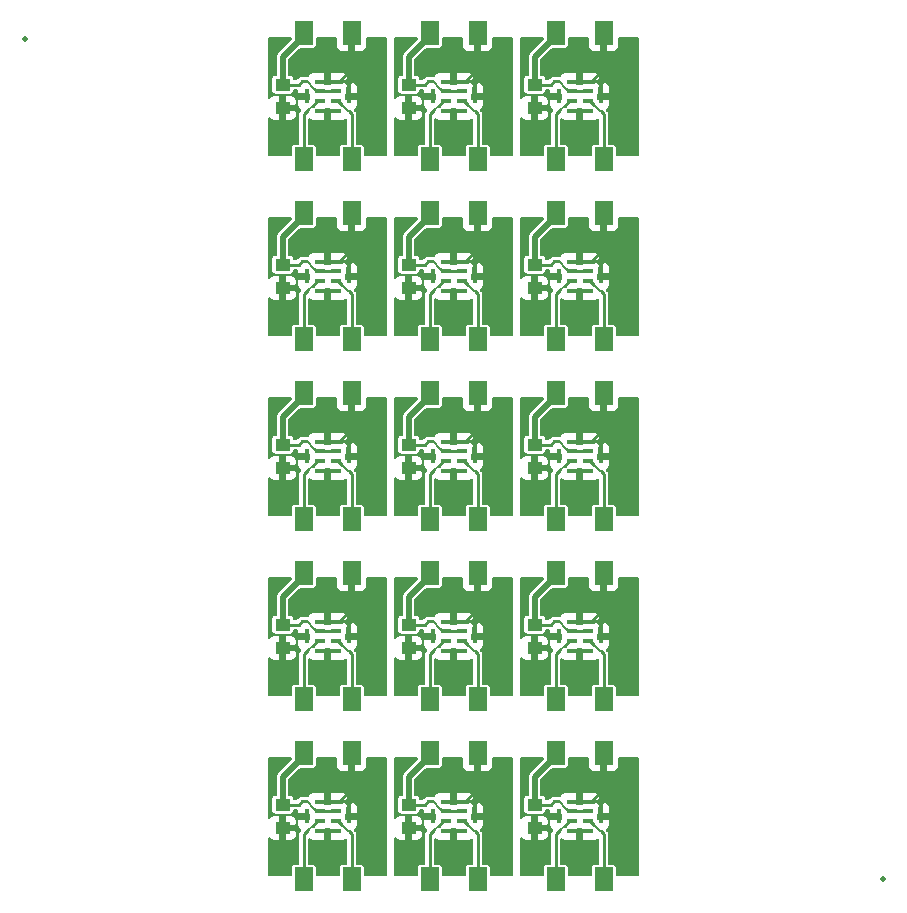
<source format=gbr>
G04 #@! TF.FileFunction,Copper,L1,Top,Signal*
%FSLAX46Y46*%
G04 Gerber Fmt 4.6, Leading zero omitted, Abs format (unit mm)*
G04 Created by KiCad (PCBNEW no-vcs-found-product) date Qui 14 Abr 2016 10:23:32 BRT*
%MOMM*%
G01*
G04 APERTURE LIST*
%ADD10C,0.100000*%
%ADD11R,1.524000X2.000000*%
%ADD12R,0.950000X0.450000*%
%ADD13R,2.300000X0.450000*%
%ADD14R,0.450000X1.300000*%
%ADD15R,1.250000X1.000000*%
%ADD16C,0.500000*%
%ADD17C,0.762000*%
%ADD18C,0.254000*%
%ADD19C,0.508000*%
%ADD20C,0.152400*%
G04 APERTURE END LIST*
D10*
D11*
X74676000Y-110236000D03*
D12*
X77383000Y-105327000D03*
X76033000Y-105327000D03*
X76033000Y-104477000D03*
X77383000Y-104477000D03*
D13*
X76708000Y-103677000D03*
X76708000Y-106177000D03*
D14*
X78483000Y-104902000D03*
X74933000Y-104902000D03*
D11*
X78740000Y-110236000D03*
X74676000Y-99568000D03*
D15*
X72898000Y-103902000D03*
X72898000Y-105902000D03*
D11*
X78740000Y-99568000D03*
X68072000Y-99568000D03*
D15*
X62230000Y-103902000D03*
X62230000Y-105902000D03*
X51562000Y-103902000D03*
X51562000Y-105902000D03*
D11*
X68072000Y-110236000D03*
D12*
X56047000Y-105327000D03*
X54697000Y-105327000D03*
X54697000Y-104477000D03*
X56047000Y-104477000D03*
D13*
X55372000Y-103677000D03*
X55372000Y-106177000D03*
D14*
X57147000Y-104902000D03*
X53597000Y-104902000D03*
D11*
X57404000Y-110236000D03*
D12*
X66715000Y-105327000D03*
X65365000Y-105327000D03*
X65365000Y-104477000D03*
X66715000Y-104477000D03*
D13*
X66040000Y-103677000D03*
X66040000Y-106177000D03*
D14*
X67815000Y-104902000D03*
X64265000Y-104902000D03*
D11*
X64008000Y-110236000D03*
X53340000Y-110236000D03*
X57404000Y-99568000D03*
X64008000Y-99568000D03*
X53340000Y-99568000D03*
X57404000Y-94996000D03*
X57404000Y-79756000D03*
X57404000Y-64516000D03*
X53340000Y-94996000D03*
X53340000Y-79756000D03*
X53340000Y-64516000D03*
D12*
X56047000Y-90087000D03*
X54697000Y-90087000D03*
X54697000Y-89237000D03*
X56047000Y-89237000D03*
D13*
X55372000Y-88437000D03*
X55372000Y-90937000D03*
D14*
X57147000Y-89662000D03*
X53597000Y-89662000D03*
D12*
X56047000Y-74847000D03*
X54697000Y-74847000D03*
X54697000Y-73997000D03*
X56047000Y-73997000D03*
D13*
X55372000Y-73197000D03*
X55372000Y-75697000D03*
D14*
X57147000Y-74422000D03*
X53597000Y-74422000D03*
D12*
X56047000Y-59607000D03*
X54697000Y-59607000D03*
X54697000Y-58757000D03*
X56047000Y-58757000D03*
D13*
X55372000Y-57957000D03*
X55372000Y-60457000D03*
D14*
X57147000Y-59182000D03*
X53597000Y-59182000D03*
D15*
X62230000Y-88662000D03*
X62230000Y-90662000D03*
X62230000Y-73422000D03*
X62230000Y-75422000D03*
X62230000Y-58182000D03*
X62230000Y-60182000D03*
D11*
X57404000Y-84328000D03*
X57404000Y-69088000D03*
X57404000Y-53848000D03*
D15*
X51562000Y-88662000D03*
X51562000Y-90662000D03*
X51562000Y-73422000D03*
X51562000Y-75422000D03*
X51562000Y-58182000D03*
X51562000Y-60182000D03*
D11*
X53340000Y-84328000D03*
X53340000Y-69088000D03*
X53340000Y-53848000D03*
X78740000Y-94996000D03*
X78740000Y-79756000D03*
X78740000Y-64516000D03*
X74676000Y-94996000D03*
X74676000Y-79756000D03*
X74676000Y-64516000D03*
X78740000Y-84328000D03*
X78740000Y-69088000D03*
X78740000Y-53848000D03*
D12*
X77383000Y-90087000D03*
X76033000Y-90087000D03*
X76033000Y-89237000D03*
X77383000Y-89237000D03*
D13*
X76708000Y-88437000D03*
X76708000Y-90937000D03*
D14*
X78483000Y-89662000D03*
X74933000Y-89662000D03*
D12*
X77383000Y-74847000D03*
X76033000Y-74847000D03*
X76033000Y-73997000D03*
X77383000Y-73997000D03*
D13*
X76708000Y-73197000D03*
X76708000Y-75697000D03*
D14*
X78483000Y-74422000D03*
X74933000Y-74422000D03*
D12*
X77383000Y-59607000D03*
X76033000Y-59607000D03*
X76033000Y-58757000D03*
X77383000Y-58757000D03*
D13*
X76708000Y-57957000D03*
X76708000Y-60457000D03*
D14*
X78483000Y-59182000D03*
X74933000Y-59182000D03*
D11*
X74676000Y-84328000D03*
X74676000Y-69088000D03*
X74676000Y-53848000D03*
X68072000Y-94996000D03*
X68072000Y-79756000D03*
X68072000Y-64516000D03*
X64008000Y-94996000D03*
X64008000Y-79756000D03*
X64008000Y-64516000D03*
D15*
X72898000Y-88662000D03*
X72898000Y-90662000D03*
X72898000Y-73422000D03*
X72898000Y-75422000D03*
X72898000Y-58182000D03*
X72898000Y-60182000D03*
D12*
X66715000Y-90087000D03*
X65365000Y-90087000D03*
X65365000Y-89237000D03*
X66715000Y-89237000D03*
D13*
X66040000Y-88437000D03*
X66040000Y-90937000D03*
D14*
X67815000Y-89662000D03*
X64265000Y-89662000D03*
D12*
X66715000Y-74847000D03*
X65365000Y-74847000D03*
X65365000Y-73997000D03*
X66715000Y-73997000D03*
D13*
X66040000Y-73197000D03*
X66040000Y-75697000D03*
D14*
X67815000Y-74422000D03*
X64265000Y-74422000D03*
D12*
X66715000Y-59607000D03*
X65365000Y-59607000D03*
X65365000Y-58757000D03*
X66715000Y-58757000D03*
D13*
X66040000Y-57957000D03*
X66040000Y-60457000D03*
D14*
X67815000Y-59182000D03*
X64265000Y-59182000D03*
D11*
X64008000Y-84328000D03*
X64008000Y-69088000D03*
X64008000Y-53848000D03*
X68072000Y-84328000D03*
X68072000Y-69088000D03*
X68072000Y-53848000D03*
D16*
X102362000Y-110236000D03*
D11*
X78740000Y-38608000D03*
X68072000Y-38608000D03*
X74676000Y-49276000D03*
X64008000Y-49276000D03*
X74676000Y-38608000D03*
X64008000Y-38608000D03*
D12*
X77383000Y-44367000D03*
X76033000Y-44367000D03*
X76033000Y-43517000D03*
X77383000Y-43517000D03*
D13*
X76708000Y-42717000D03*
X76708000Y-45217000D03*
D14*
X78483000Y-43942000D03*
X74933000Y-43942000D03*
D12*
X66715000Y-44367000D03*
X65365000Y-44367000D03*
X65365000Y-43517000D03*
X66715000Y-43517000D03*
D13*
X66040000Y-42717000D03*
X66040000Y-45217000D03*
D14*
X67815000Y-43942000D03*
X64265000Y-43942000D03*
D11*
X78740000Y-49276000D03*
X68072000Y-49276000D03*
D15*
X72898000Y-42942000D03*
X72898000Y-44942000D03*
X62230000Y-42942000D03*
X62230000Y-44942000D03*
D11*
X57404000Y-49276000D03*
D12*
X56047000Y-44367000D03*
X54697000Y-44367000D03*
X54697000Y-43517000D03*
X56047000Y-43517000D03*
D13*
X55372000Y-42717000D03*
X55372000Y-45217000D03*
D14*
X57147000Y-43942000D03*
X53597000Y-43942000D03*
D11*
X53340000Y-38608000D03*
X53340000Y-49276000D03*
D15*
X51562000Y-42942000D03*
X51562000Y-44942000D03*
D11*
X57404000Y-38608000D03*
D16*
X29718000Y-39116000D03*
D17*
X55372000Y-108204000D03*
X66040000Y-108204000D03*
X62230000Y-108204000D03*
X51562000Y-108204000D03*
X72898000Y-108204000D03*
X76708000Y-108204000D03*
X76708000Y-92964000D03*
X76708000Y-77724000D03*
X76708000Y-62484000D03*
X51562000Y-92964000D03*
X51562000Y-77724000D03*
X51562000Y-62484000D03*
X55372000Y-92964000D03*
X55372000Y-77724000D03*
X55372000Y-62484000D03*
X72898000Y-92964000D03*
X72898000Y-77724000D03*
X72898000Y-62484000D03*
X66040000Y-92964000D03*
X66040000Y-77724000D03*
X66040000Y-62484000D03*
X62230000Y-92964000D03*
X62230000Y-77724000D03*
X62230000Y-62484000D03*
X76708000Y-47244000D03*
X66040000Y-47244000D03*
X72898000Y-47244000D03*
X62230000Y-47244000D03*
X51562000Y-47244000D03*
X55372000Y-47244000D03*
D18*
X54697000Y-104477000D02*
X56047000Y-104477000D01*
D19*
X53340000Y-99568000D02*
X53340000Y-99806000D01*
X51562000Y-101584000D02*
X51562000Y-103902000D01*
X53340000Y-99806000D02*
X51562000Y-101584000D01*
D18*
X52925000Y-103902000D02*
X51562000Y-103902000D01*
X53195000Y-103632000D02*
X52925000Y-103902000D01*
D20*
X53602000Y-103632000D02*
X54229000Y-104259000D01*
D18*
X54697000Y-104477000D02*
X54447000Y-104477000D01*
D20*
X53594000Y-103632000D02*
X53602000Y-103632000D01*
D18*
X54447000Y-104477000D02*
X54229000Y-104259000D01*
X53594000Y-103632000D02*
X53195000Y-103632000D01*
X76033000Y-104477000D02*
X75783000Y-104477000D01*
D19*
X72898000Y-101584000D02*
X72898000Y-103902000D01*
D20*
X74938000Y-103632000D02*
X75565000Y-104259000D01*
D18*
X75783000Y-104477000D02*
X75565000Y-104259000D01*
X74930000Y-103632000D02*
X74531000Y-103632000D01*
D20*
X74930000Y-103632000D02*
X74938000Y-103632000D01*
D18*
X74531000Y-103632000D02*
X74261000Y-103902000D01*
X74261000Y-103902000D02*
X72898000Y-103902000D01*
D19*
X74676000Y-99806000D02*
X72898000Y-101584000D01*
X74676000Y-99568000D02*
X74676000Y-99806000D01*
D18*
X76033000Y-104477000D02*
X77383000Y-104477000D01*
D19*
X64008000Y-99806000D02*
X62230000Y-101584000D01*
X64008000Y-99568000D02*
X64008000Y-99806000D01*
D18*
X64262000Y-103632000D02*
X63863000Y-103632000D01*
D20*
X64262000Y-103632000D02*
X64270000Y-103632000D01*
X64270000Y-103632000D02*
X64897000Y-104259000D01*
D18*
X63863000Y-103632000D02*
X63593000Y-103902000D01*
X63593000Y-103902000D02*
X62230000Y-103902000D01*
D19*
X62230000Y-101584000D02*
X62230000Y-103902000D01*
D18*
X65365000Y-104477000D02*
X66715000Y-104477000D01*
X65365000Y-104477000D02*
X65115000Y-104477000D01*
X65115000Y-104477000D02*
X64897000Y-104259000D01*
X65365000Y-89237000D02*
X66715000Y-89237000D01*
X65365000Y-73997000D02*
X66715000Y-73997000D01*
X65365000Y-58757000D02*
X66715000Y-58757000D01*
X65115000Y-89237000D02*
X64897000Y-89019000D01*
X65115000Y-73997000D02*
X64897000Y-73779000D01*
X65115000Y-58757000D02*
X64897000Y-58539000D01*
D20*
X64270000Y-88392000D02*
X64897000Y-89019000D01*
X64270000Y-73152000D02*
X64897000Y-73779000D01*
X64270000Y-57912000D02*
X64897000Y-58539000D01*
D18*
X65365000Y-89237000D02*
X65115000Y-89237000D01*
X65365000Y-73997000D02*
X65115000Y-73997000D01*
X65365000Y-58757000D02*
X65115000Y-58757000D01*
X63863000Y-88392000D02*
X63593000Y-88662000D01*
X63863000Y-73152000D02*
X63593000Y-73422000D01*
X63863000Y-57912000D02*
X63593000Y-58182000D01*
X63593000Y-88662000D02*
X62230000Y-88662000D01*
X63593000Y-73422000D02*
X62230000Y-73422000D01*
X63593000Y-58182000D02*
X62230000Y-58182000D01*
D19*
X64008000Y-84566000D02*
X62230000Y-86344000D01*
X64008000Y-69326000D02*
X62230000Y-71104000D01*
X64008000Y-54086000D02*
X62230000Y-55864000D01*
X64008000Y-84328000D02*
X64008000Y-84566000D01*
X64008000Y-69088000D02*
X64008000Y-69326000D01*
X64008000Y-53848000D02*
X64008000Y-54086000D01*
X62230000Y-86344000D02*
X62230000Y-88662000D01*
X62230000Y-71104000D02*
X62230000Y-73422000D01*
X62230000Y-55864000D02*
X62230000Y-58182000D01*
D20*
X64262000Y-88392000D02*
X64270000Y-88392000D01*
X64262000Y-73152000D02*
X64270000Y-73152000D01*
X64262000Y-57912000D02*
X64270000Y-57912000D01*
D18*
X64262000Y-88392000D02*
X63863000Y-88392000D01*
X64262000Y-73152000D02*
X63863000Y-73152000D01*
X64262000Y-57912000D02*
X63863000Y-57912000D01*
D20*
X53594000Y-88392000D02*
X53602000Y-88392000D01*
X53594000Y-73152000D02*
X53602000Y-73152000D01*
X53594000Y-57912000D02*
X53602000Y-57912000D01*
D19*
X53340000Y-84328000D02*
X53340000Y-84566000D01*
X53340000Y-69088000D02*
X53340000Y-69326000D01*
X53340000Y-53848000D02*
X53340000Y-54086000D01*
D18*
X52925000Y-88662000D02*
X51562000Y-88662000D01*
X52925000Y-73422000D02*
X51562000Y-73422000D01*
X52925000Y-58182000D02*
X51562000Y-58182000D01*
X53195000Y-88392000D02*
X52925000Y-88662000D01*
X53195000Y-73152000D02*
X52925000Y-73422000D01*
X53195000Y-57912000D02*
X52925000Y-58182000D01*
X53594000Y-88392000D02*
X53195000Y-88392000D01*
X53594000Y-73152000D02*
X53195000Y-73152000D01*
X53594000Y-57912000D02*
X53195000Y-57912000D01*
D19*
X53340000Y-84566000D02*
X51562000Y-86344000D01*
X53340000Y-69326000D02*
X51562000Y-71104000D01*
X53340000Y-54086000D02*
X51562000Y-55864000D01*
X51562000Y-86344000D02*
X51562000Y-88662000D01*
X51562000Y-71104000D02*
X51562000Y-73422000D01*
X51562000Y-55864000D02*
X51562000Y-58182000D01*
D20*
X53602000Y-88392000D02*
X54229000Y-89019000D01*
X53602000Y-73152000D02*
X54229000Y-73779000D01*
X53602000Y-57912000D02*
X54229000Y-58539000D01*
D18*
X54697000Y-89237000D02*
X54447000Y-89237000D01*
X54697000Y-73997000D02*
X54447000Y-73997000D01*
X54697000Y-58757000D02*
X54447000Y-58757000D01*
X54697000Y-89237000D02*
X56047000Y-89237000D01*
X54697000Y-73997000D02*
X56047000Y-73997000D01*
X54697000Y-58757000D02*
X56047000Y-58757000D01*
X54447000Y-89237000D02*
X54229000Y-89019000D01*
X54447000Y-73997000D02*
X54229000Y-73779000D01*
X54447000Y-58757000D02*
X54229000Y-58539000D01*
X75783000Y-89237000D02*
X75565000Y-89019000D01*
X75783000Y-73997000D02*
X75565000Y-73779000D01*
X75783000Y-58757000D02*
X75565000Y-58539000D01*
D20*
X74930000Y-88392000D02*
X74938000Y-88392000D01*
X74930000Y-73152000D02*
X74938000Y-73152000D01*
X74930000Y-57912000D02*
X74938000Y-57912000D01*
D18*
X74930000Y-88392000D02*
X74531000Y-88392000D01*
X74930000Y-73152000D02*
X74531000Y-73152000D01*
X74930000Y-57912000D02*
X74531000Y-57912000D01*
D20*
X74938000Y-88392000D02*
X75565000Y-89019000D01*
X74938000Y-73152000D02*
X75565000Y-73779000D01*
X74938000Y-57912000D02*
X75565000Y-58539000D01*
D18*
X76033000Y-89237000D02*
X75783000Y-89237000D01*
X76033000Y-73997000D02*
X75783000Y-73997000D01*
X76033000Y-58757000D02*
X75783000Y-58757000D01*
X76033000Y-89237000D02*
X77383000Y-89237000D01*
X76033000Y-73997000D02*
X77383000Y-73997000D01*
X76033000Y-58757000D02*
X77383000Y-58757000D01*
D19*
X74676000Y-84566000D02*
X72898000Y-86344000D01*
X74676000Y-69326000D02*
X72898000Y-71104000D01*
X74676000Y-54086000D02*
X72898000Y-55864000D01*
D18*
X74261000Y-88662000D02*
X72898000Y-88662000D01*
X74261000Y-73422000D02*
X72898000Y-73422000D01*
X74261000Y-58182000D02*
X72898000Y-58182000D01*
X74531000Y-88392000D02*
X74261000Y-88662000D01*
X74531000Y-73152000D02*
X74261000Y-73422000D01*
X74531000Y-57912000D02*
X74261000Y-58182000D01*
D19*
X74676000Y-84328000D02*
X74676000Y-84566000D01*
X74676000Y-69088000D02*
X74676000Y-69326000D01*
X74676000Y-53848000D02*
X74676000Y-54086000D01*
X72898000Y-86344000D02*
X72898000Y-88662000D01*
X72898000Y-71104000D02*
X72898000Y-73422000D01*
X72898000Y-55864000D02*
X72898000Y-58182000D01*
D18*
X76033000Y-43517000D02*
X77383000Y-43517000D01*
X65365000Y-43517000D02*
X66715000Y-43517000D01*
X76033000Y-43517000D02*
X75783000Y-43517000D01*
X65365000Y-43517000D02*
X65115000Y-43517000D01*
X74930000Y-42672000D02*
X74531000Y-42672000D01*
X64262000Y-42672000D02*
X63863000Y-42672000D01*
X75783000Y-43517000D02*
X75565000Y-43299000D01*
X65115000Y-43517000D02*
X64897000Y-43299000D01*
D20*
X74938000Y-42672000D02*
X75565000Y-43299000D01*
X64270000Y-42672000D02*
X64897000Y-43299000D01*
D18*
X74531000Y-42672000D02*
X74261000Y-42942000D01*
X63863000Y-42672000D02*
X63593000Y-42942000D01*
D20*
X74930000Y-42672000D02*
X74938000Y-42672000D01*
X64262000Y-42672000D02*
X64270000Y-42672000D01*
D18*
X74261000Y-42942000D02*
X72898000Y-42942000D01*
X63593000Y-42942000D02*
X62230000Y-42942000D01*
D19*
X74676000Y-38846000D02*
X72898000Y-40624000D01*
X64008000Y-38846000D02*
X62230000Y-40624000D01*
X74676000Y-38608000D02*
X74676000Y-38846000D01*
X64008000Y-38608000D02*
X64008000Y-38846000D01*
X72898000Y-40624000D02*
X72898000Y-42942000D01*
X62230000Y-40624000D02*
X62230000Y-42942000D01*
X51562000Y-40624000D02*
X51562000Y-42942000D01*
X53340000Y-38608000D02*
X53340000Y-38846000D01*
X53340000Y-38846000D02*
X51562000Y-40624000D01*
D18*
X53594000Y-42672000D02*
X53195000Y-42672000D01*
X53195000Y-42672000D02*
X52925000Y-42942000D01*
X52925000Y-42942000D02*
X51562000Y-42942000D01*
D20*
X53594000Y-42672000D02*
X53602000Y-42672000D01*
D18*
X54447000Y-43517000D02*
X54229000Y-43299000D01*
D20*
X53602000Y-42672000D02*
X54229000Y-43299000D01*
D18*
X54697000Y-43517000D02*
X56047000Y-43517000D01*
X54697000Y-43517000D02*
X54447000Y-43517000D01*
X57404000Y-99568000D02*
X57404000Y-102570000D01*
X51562000Y-108204000D02*
X51562000Y-105902000D01*
X56297000Y-103677000D02*
X55372000Y-103677000D01*
X57404000Y-102570000D02*
X56297000Y-103677000D01*
X55372000Y-108204000D02*
X55372000Y-106177000D01*
X53597000Y-105327000D02*
X53597000Y-104902000D01*
X74933000Y-105327000D02*
X74933000Y-104902000D01*
X77633000Y-103677000D02*
X76708000Y-103677000D01*
X78740000Y-99568000D02*
X78740000Y-102570000D01*
X78740000Y-102570000D02*
X77633000Y-103677000D01*
X76708000Y-108204000D02*
X76708000Y-106177000D01*
X72898000Y-108204000D02*
X72898000Y-105902000D01*
X62230000Y-108204000D02*
X62230000Y-105902000D01*
X64265000Y-105327000D02*
X64265000Y-104902000D01*
X66965000Y-103677000D02*
X66040000Y-103677000D01*
X68072000Y-99568000D02*
X68072000Y-102570000D01*
X68072000Y-102570000D02*
X66965000Y-103677000D01*
X66040000Y-108204000D02*
X66040000Y-106177000D01*
X68072000Y-87330000D02*
X66965000Y-88437000D01*
X68072000Y-72090000D02*
X66965000Y-73197000D01*
X68072000Y-56850000D02*
X66965000Y-57957000D01*
X68072000Y-84328000D02*
X68072000Y-87330000D01*
X68072000Y-69088000D02*
X68072000Y-72090000D01*
X68072000Y-53848000D02*
X68072000Y-56850000D01*
X66965000Y-88437000D02*
X66040000Y-88437000D01*
X66965000Y-73197000D02*
X66040000Y-73197000D01*
X66965000Y-57957000D02*
X66040000Y-57957000D01*
X64265000Y-90087000D02*
X64265000Y-89662000D01*
X64265000Y-74847000D02*
X64265000Y-74422000D01*
X64265000Y-59607000D02*
X64265000Y-59182000D01*
X62230000Y-92964000D02*
X62230000Y-90662000D01*
X62230000Y-77724000D02*
X62230000Y-75422000D01*
X62230000Y-62484000D02*
X62230000Y-60182000D01*
X66040000Y-92964000D02*
X66040000Y-90937000D01*
X66040000Y-77724000D02*
X66040000Y-75697000D01*
X66040000Y-62484000D02*
X66040000Y-60457000D01*
X57404000Y-84328000D02*
X57404000Y-87330000D01*
X57404000Y-69088000D02*
X57404000Y-72090000D01*
X57404000Y-53848000D02*
X57404000Y-56850000D01*
X55372000Y-92964000D02*
X55372000Y-90937000D01*
X55372000Y-77724000D02*
X55372000Y-75697000D01*
X55372000Y-62484000D02*
X55372000Y-60457000D01*
X56297000Y-88437000D02*
X55372000Y-88437000D01*
X56297000Y-73197000D02*
X55372000Y-73197000D01*
X56297000Y-57957000D02*
X55372000Y-57957000D01*
X57404000Y-87330000D02*
X56297000Y-88437000D01*
X57404000Y-72090000D02*
X56297000Y-73197000D01*
X57404000Y-56850000D02*
X56297000Y-57957000D01*
X51562000Y-92964000D02*
X51562000Y-90662000D01*
X51562000Y-77724000D02*
X51562000Y-75422000D01*
X51562000Y-62484000D02*
X51562000Y-60182000D01*
X53597000Y-90087000D02*
X53597000Y-89662000D01*
X53597000Y-74847000D02*
X53597000Y-74422000D01*
X53597000Y-59607000D02*
X53597000Y-59182000D01*
X77633000Y-88437000D02*
X76708000Y-88437000D01*
X77633000Y-73197000D02*
X76708000Y-73197000D01*
X77633000Y-57957000D02*
X76708000Y-57957000D01*
X78740000Y-87330000D02*
X77633000Y-88437000D01*
X78740000Y-72090000D02*
X77633000Y-73197000D01*
X78740000Y-56850000D02*
X77633000Y-57957000D01*
X78740000Y-84328000D02*
X78740000Y-87330000D01*
X78740000Y-69088000D02*
X78740000Y-72090000D01*
X78740000Y-53848000D02*
X78740000Y-56850000D01*
X72898000Y-92964000D02*
X72898000Y-90662000D01*
X72898000Y-77724000D02*
X72898000Y-75422000D01*
X72898000Y-62484000D02*
X72898000Y-60182000D01*
X74933000Y-90087000D02*
X74933000Y-89662000D01*
X74933000Y-74847000D02*
X74933000Y-74422000D01*
X74933000Y-59607000D02*
X74933000Y-59182000D01*
X76708000Y-92964000D02*
X76708000Y-90937000D01*
X76708000Y-77724000D02*
X76708000Y-75697000D01*
X76708000Y-62484000D02*
X76708000Y-60457000D01*
X77633000Y-42717000D02*
X76708000Y-42717000D01*
X66965000Y-42717000D02*
X66040000Y-42717000D01*
X78740000Y-41610000D02*
X77633000Y-42717000D01*
X68072000Y-41610000D02*
X66965000Y-42717000D01*
X78740000Y-38608000D02*
X78740000Y-41610000D01*
X68072000Y-38608000D02*
X68072000Y-41610000D01*
X74933000Y-44367000D02*
X74933000Y-43942000D01*
X64265000Y-44367000D02*
X64265000Y-43942000D01*
X76708000Y-47244000D02*
X76708000Y-45217000D01*
X66040000Y-47244000D02*
X66040000Y-45217000D01*
X72898000Y-47244000D02*
X72898000Y-44942000D01*
X62230000Y-47244000D02*
X62230000Y-44942000D01*
X51562000Y-47244000D02*
X51562000Y-44942000D01*
X55372000Y-47244000D02*
X55372000Y-45217000D01*
X57404000Y-38608000D02*
X57404000Y-41610000D01*
X57404000Y-41610000D02*
X56297000Y-42717000D01*
X56297000Y-42717000D02*
X55372000Y-42717000D01*
X53597000Y-44367000D02*
X53597000Y-43942000D01*
X56297000Y-105327000D02*
X56634000Y-105664000D01*
X56047000Y-105327000D02*
X56297000Y-105327000D01*
D20*
X57142000Y-106172000D02*
X56634000Y-105664000D01*
D18*
X57150000Y-106172000D02*
X57404000Y-106426000D01*
X57404000Y-106426000D02*
X57404000Y-110236000D01*
D20*
X57150000Y-106172000D02*
X57142000Y-106172000D01*
D18*
X77383000Y-105327000D02*
X77633000Y-105327000D01*
X77633000Y-105327000D02*
X77970000Y-105664000D01*
D20*
X78478000Y-106172000D02*
X77970000Y-105664000D01*
X78486000Y-106172000D02*
X78478000Y-106172000D01*
D18*
X78486000Y-106172000D02*
X78740000Y-106426000D01*
X78740000Y-106426000D02*
X78740000Y-110236000D01*
D20*
X67818000Y-106172000D02*
X67810000Y-106172000D01*
D18*
X67818000Y-106172000D02*
X68072000Y-106426000D01*
X68072000Y-106426000D02*
X68072000Y-110236000D01*
X66715000Y-105327000D02*
X66965000Y-105327000D01*
D20*
X67810000Y-106172000D02*
X67302000Y-105664000D01*
D18*
X66965000Y-105327000D02*
X67302000Y-105664000D01*
X68072000Y-91186000D02*
X68072000Y-94996000D01*
X68072000Y-75946000D02*
X68072000Y-79756000D01*
X68072000Y-60706000D02*
X68072000Y-64516000D01*
D20*
X67818000Y-90932000D02*
X67810000Y-90932000D01*
X67818000Y-75692000D02*
X67810000Y-75692000D01*
X67818000Y-60452000D02*
X67810000Y-60452000D01*
D18*
X67818000Y-90932000D02*
X68072000Y-91186000D01*
X67818000Y-75692000D02*
X68072000Y-75946000D01*
X67818000Y-60452000D02*
X68072000Y-60706000D01*
D20*
X67810000Y-90932000D02*
X67302000Y-90424000D01*
X67810000Y-75692000D02*
X67302000Y-75184000D01*
X67810000Y-60452000D02*
X67302000Y-59944000D01*
D18*
X66965000Y-90087000D02*
X67302000Y-90424000D01*
X66965000Y-74847000D02*
X67302000Y-75184000D01*
X66965000Y-59607000D02*
X67302000Y-59944000D01*
X66715000Y-90087000D02*
X66965000Y-90087000D01*
X66715000Y-74847000D02*
X66965000Y-74847000D01*
X66715000Y-59607000D02*
X66965000Y-59607000D01*
X57150000Y-90932000D02*
X57404000Y-91186000D01*
X57150000Y-75692000D02*
X57404000Y-75946000D01*
X57150000Y-60452000D02*
X57404000Y-60706000D01*
D20*
X57142000Y-90932000D02*
X56634000Y-90424000D01*
X57142000Y-75692000D02*
X56634000Y-75184000D01*
X57142000Y-60452000D02*
X56634000Y-59944000D01*
X57150000Y-90932000D02*
X57142000Y-90932000D01*
X57150000Y-75692000D02*
X57142000Y-75692000D01*
X57150000Y-60452000D02*
X57142000Y-60452000D01*
D18*
X57404000Y-91186000D02*
X57404000Y-94996000D01*
X57404000Y-75946000D02*
X57404000Y-79756000D01*
X57404000Y-60706000D02*
X57404000Y-64516000D01*
X56047000Y-90087000D02*
X56297000Y-90087000D01*
X56047000Y-74847000D02*
X56297000Y-74847000D01*
X56047000Y-59607000D02*
X56297000Y-59607000D01*
X56297000Y-90087000D02*
X56634000Y-90424000D01*
X56297000Y-74847000D02*
X56634000Y-75184000D01*
X56297000Y-59607000D02*
X56634000Y-59944000D01*
D20*
X78478000Y-90932000D02*
X77970000Y-90424000D01*
X78478000Y-75692000D02*
X77970000Y-75184000D01*
X78478000Y-60452000D02*
X77970000Y-59944000D01*
D18*
X77633000Y-90087000D02*
X77970000Y-90424000D01*
X77633000Y-74847000D02*
X77970000Y-75184000D01*
X77633000Y-59607000D02*
X77970000Y-59944000D01*
D20*
X78486000Y-90932000D02*
X78478000Y-90932000D01*
X78486000Y-75692000D02*
X78478000Y-75692000D01*
X78486000Y-60452000D02*
X78478000Y-60452000D01*
D18*
X77383000Y-90087000D02*
X77633000Y-90087000D01*
X77383000Y-74847000D02*
X77633000Y-74847000D01*
X77383000Y-59607000D02*
X77633000Y-59607000D01*
X78740000Y-91186000D02*
X78740000Y-94996000D01*
X78740000Y-75946000D02*
X78740000Y-79756000D01*
X78740000Y-60706000D02*
X78740000Y-64516000D01*
X78486000Y-90932000D02*
X78740000Y-91186000D01*
X78486000Y-75692000D02*
X78740000Y-75946000D01*
X78486000Y-60452000D02*
X78740000Y-60706000D01*
X77383000Y-44367000D02*
X77633000Y-44367000D01*
X66715000Y-44367000D02*
X66965000Y-44367000D01*
D20*
X78478000Y-45212000D02*
X77970000Y-44704000D01*
X67810000Y-45212000D02*
X67302000Y-44704000D01*
X78486000Y-45212000D02*
X78478000Y-45212000D01*
X67818000Y-45212000D02*
X67810000Y-45212000D01*
D18*
X77633000Y-44367000D02*
X77970000Y-44704000D01*
X66965000Y-44367000D02*
X67302000Y-44704000D01*
X78486000Y-45212000D02*
X78740000Y-45466000D01*
X67818000Y-45212000D02*
X68072000Y-45466000D01*
X78740000Y-45466000D02*
X78740000Y-49276000D01*
X68072000Y-45466000D02*
X68072000Y-49276000D01*
X57150000Y-45212000D02*
X57404000Y-45466000D01*
X57404000Y-45466000D02*
X57404000Y-49276000D01*
X56047000Y-44367000D02*
X56297000Y-44367000D01*
D20*
X57150000Y-45212000D02*
X57142000Y-45212000D01*
X57142000Y-45212000D02*
X56634000Y-44704000D01*
D18*
X56297000Y-44367000D02*
X56634000Y-44704000D01*
X54447000Y-105327000D02*
X54102000Y-105672000D01*
X53721000Y-106045000D02*
X53340000Y-106426000D01*
D20*
X53721000Y-106053000D02*
X54102000Y-105672000D01*
X53721000Y-106045000D02*
X53721000Y-106053000D01*
D18*
X53340000Y-106426000D02*
X53340000Y-110236000D01*
X54697000Y-105327000D02*
X54447000Y-105327000D01*
X75057000Y-106045000D02*
X74676000Y-106426000D01*
X76033000Y-105327000D02*
X75783000Y-105327000D01*
X75783000Y-105327000D02*
X75438000Y-105672000D01*
D20*
X75057000Y-106045000D02*
X75057000Y-106053000D01*
X75057000Y-106053000D02*
X75438000Y-105672000D01*
D18*
X74676000Y-106426000D02*
X74676000Y-110236000D01*
X65115000Y-105327000D02*
X64770000Y-105672000D01*
D20*
X64389000Y-106045000D02*
X64389000Y-106053000D01*
D18*
X64389000Y-106045000D02*
X64008000Y-106426000D01*
D20*
X64389000Y-106053000D02*
X64770000Y-105672000D01*
D18*
X64008000Y-106426000D02*
X64008000Y-110236000D01*
X65365000Y-105327000D02*
X65115000Y-105327000D01*
X65115000Y-90087000D02*
X64770000Y-90432000D01*
X65115000Y-74847000D02*
X64770000Y-75192000D01*
X65115000Y-59607000D02*
X64770000Y-59952000D01*
D20*
X64389000Y-90813000D02*
X64770000Y-90432000D01*
X64389000Y-75573000D02*
X64770000Y-75192000D01*
X64389000Y-60333000D02*
X64770000Y-59952000D01*
X64389000Y-90805000D02*
X64389000Y-90813000D01*
X64389000Y-75565000D02*
X64389000Y-75573000D01*
X64389000Y-60325000D02*
X64389000Y-60333000D01*
D18*
X64389000Y-90805000D02*
X64008000Y-91186000D01*
X64389000Y-75565000D02*
X64008000Y-75946000D01*
X64389000Y-60325000D02*
X64008000Y-60706000D01*
X64008000Y-91186000D02*
X64008000Y-94996000D01*
X64008000Y-75946000D02*
X64008000Y-79756000D01*
X64008000Y-60706000D02*
X64008000Y-64516000D01*
X65365000Y-90087000D02*
X65115000Y-90087000D01*
X65365000Y-74847000D02*
X65115000Y-74847000D01*
X65365000Y-59607000D02*
X65115000Y-59607000D01*
X53340000Y-91186000D02*
X53340000Y-94996000D01*
X53340000Y-75946000D02*
X53340000Y-79756000D01*
X53340000Y-60706000D02*
X53340000Y-64516000D01*
X53721000Y-90805000D02*
X53340000Y-91186000D01*
X53721000Y-75565000D02*
X53340000Y-75946000D01*
X53721000Y-60325000D02*
X53340000Y-60706000D01*
X54697000Y-90087000D02*
X54447000Y-90087000D01*
X54697000Y-74847000D02*
X54447000Y-74847000D01*
X54697000Y-59607000D02*
X54447000Y-59607000D01*
X54447000Y-90087000D02*
X54102000Y-90432000D01*
X54447000Y-74847000D02*
X54102000Y-75192000D01*
X54447000Y-59607000D02*
X54102000Y-59952000D01*
D20*
X53721000Y-90813000D02*
X54102000Y-90432000D01*
X53721000Y-75573000D02*
X54102000Y-75192000D01*
X53721000Y-60333000D02*
X54102000Y-59952000D01*
X53721000Y-90805000D02*
X53721000Y-90813000D01*
X53721000Y-75565000D02*
X53721000Y-75573000D01*
X53721000Y-60325000D02*
X53721000Y-60333000D01*
D18*
X75057000Y-90805000D02*
X74676000Y-91186000D01*
X75057000Y-75565000D02*
X74676000Y-75946000D01*
X75057000Y-60325000D02*
X74676000Y-60706000D01*
D20*
X75057000Y-90805000D02*
X75057000Y-90813000D01*
X75057000Y-75565000D02*
X75057000Y-75573000D01*
X75057000Y-60325000D02*
X75057000Y-60333000D01*
D18*
X76033000Y-90087000D02*
X75783000Y-90087000D01*
X76033000Y-74847000D02*
X75783000Y-74847000D01*
X76033000Y-59607000D02*
X75783000Y-59607000D01*
X75783000Y-90087000D02*
X75438000Y-90432000D01*
X75783000Y-74847000D02*
X75438000Y-75192000D01*
X75783000Y-59607000D02*
X75438000Y-59952000D01*
D20*
X75057000Y-90813000D02*
X75438000Y-90432000D01*
X75057000Y-75573000D02*
X75438000Y-75192000D01*
X75057000Y-60333000D02*
X75438000Y-59952000D01*
D18*
X74676000Y-91186000D02*
X74676000Y-94996000D01*
X74676000Y-75946000D02*
X74676000Y-79756000D01*
X74676000Y-60706000D02*
X74676000Y-64516000D01*
X76033000Y-44367000D02*
X75783000Y-44367000D01*
X65365000Y-44367000D02*
X65115000Y-44367000D01*
X75783000Y-44367000D02*
X75438000Y-44712000D01*
X65115000Y-44367000D02*
X64770000Y-44712000D01*
D20*
X75057000Y-45085000D02*
X75057000Y-45093000D01*
X64389000Y-45085000D02*
X64389000Y-45093000D01*
X75057000Y-45093000D02*
X75438000Y-44712000D01*
X64389000Y-45093000D02*
X64770000Y-44712000D01*
D18*
X75057000Y-45085000D02*
X74676000Y-45466000D01*
X64389000Y-45085000D02*
X64008000Y-45466000D01*
X74676000Y-45466000D02*
X74676000Y-49276000D01*
X64008000Y-45466000D02*
X64008000Y-49276000D01*
X53721000Y-45085000D02*
X53340000Y-45466000D01*
X53340000Y-45466000D02*
X53340000Y-49276000D01*
X54697000Y-44367000D02*
X54447000Y-44367000D01*
D20*
X53721000Y-45085000D02*
X53721000Y-45093000D01*
X53721000Y-45093000D02*
X54102000Y-44712000D01*
D18*
X54447000Y-44367000D02*
X54102000Y-44712000D01*
D20*
G36*
X56057800Y-39724204D02*
X56146739Y-39938922D01*
X56311077Y-40103261D01*
X56525795Y-40192200D01*
X57080150Y-40192200D01*
X57226200Y-40046150D01*
X57226200Y-39013200D01*
X57581800Y-39013200D01*
X57581800Y-40046150D01*
X57727850Y-40192200D01*
X58282205Y-40192200D01*
X58496923Y-40103261D01*
X58661261Y-39938922D01*
X58750200Y-39724204D01*
X58750200Y-39013200D01*
X60300800Y-39013200D01*
X60300800Y-48870800D01*
X58502669Y-48870800D01*
X58502669Y-48276000D01*
X58479644Y-48153635D01*
X58407327Y-48041251D01*
X58296983Y-47965856D01*
X58166000Y-47939331D01*
X57861200Y-47939331D01*
X57861200Y-45466000D01*
X57826398Y-45291037D01*
X57727289Y-45142711D01*
X57680943Y-45096365D01*
X57702922Y-45087261D01*
X57867261Y-44922923D01*
X57956200Y-44708205D01*
X57956200Y-44265850D01*
X57810150Y-44119800D01*
X57259500Y-44119800D01*
X57259500Y-44139800D01*
X57034500Y-44139800D01*
X57034500Y-44119800D01*
X56949200Y-44119800D01*
X56949200Y-43764200D01*
X57034500Y-43764200D01*
X57034500Y-43231304D01*
X57106200Y-43058205D01*
X57106200Y-42975550D01*
X57034500Y-42903850D01*
X57034500Y-42853850D01*
X57259500Y-42853850D01*
X57259500Y-43764200D01*
X57810150Y-43764200D01*
X57956200Y-43618150D01*
X57956200Y-43175795D01*
X57867261Y-42961077D01*
X57702922Y-42796739D01*
X57488204Y-42707800D01*
X57405550Y-42707800D01*
X57259500Y-42853850D01*
X57034500Y-42853850D01*
X56888450Y-42707800D01*
X56805796Y-42707800D01*
X56591078Y-42796739D01*
X56558317Y-42829500D01*
X55549800Y-42829500D01*
X55549800Y-42914800D01*
X55194200Y-42914800D01*
X55194200Y-42829500D01*
X55174200Y-42829500D01*
X55174200Y-42604500D01*
X55194200Y-42604500D01*
X55194200Y-42053850D01*
X55549800Y-42053850D01*
X55549800Y-42604500D01*
X56960150Y-42604500D01*
X57106200Y-42458450D01*
X57106200Y-42375795D01*
X57017261Y-42161077D01*
X56852922Y-41996739D01*
X56638204Y-41907800D01*
X55695850Y-41907800D01*
X55549800Y-42053850D01*
X55194200Y-42053850D01*
X55048150Y-41907800D01*
X54105796Y-41907800D01*
X53891078Y-41996739D01*
X53726739Y-42161077D01*
X53696076Y-42235104D01*
X53594000Y-42214800D01*
X53195000Y-42214800D01*
X53020037Y-42249602D01*
X52871711Y-42348711D01*
X52735622Y-42484800D01*
X52523669Y-42484800D01*
X52523669Y-42442000D01*
X52500644Y-42319635D01*
X52428327Y-42207251D01*
X52317983Y-42131856D01*
X52187000Y-42105331D01*
X52146200Y-42105331D01*
X52146200Y-40865984D01*
X53067515Y-39944669D01*
X54102000Y-39944669D01*
X54224365Y-39921644D01*
X54336749Y-39849327D01*
X54412144Y-39738983D01*
X54438669Y-39608000D01*
X54438669Y-39013200D01*
X56057800Y-39013200D01*
X56057800Y-39724204D01*
X56057800Y-39724204D01*
G37*
X56057800Y-39724204D02*
X56146739Y-39938922D01*
X56311077Y-40103261D01*
X56525795Y-40192200D01*
X57080150Y-40192200D01*
X57226200Y-40046150D01*
X57226200Y-39013200D01*
X57581800Y-39013200D01*
X57581800Y-40046150D01*
X57727850Y-40192200D01*
X58282205Y-40192200D01*
X58496923Y-40103261D01*
X58661261Y-39938922D01*
X58750200Y-39724204D01*
X58750200Y-39013200D01*
X60300800Y-39013200D01*
X60300800Y-48870800D01*
X58502669Y-48870800D01*
X58502669Y-48276000D01*
X58479644Y-48153635D01*
X58407327Y-48041251D01*
X58296983Y-47965856D01*
X58166000Y-47939331D01*
X57861200Y-47939331D01*
X57861200Y-45466000D01*
X57826398Y-45291037D01*
X57727289Y-45142711D01*
X57680943Y-45096365D01*
X57702922Y-45087261D01*
X57867261Y-44922923D01*
X57956200Y-44708205D01*
X57956200Y-44265850D01*
X57810150Y-44119800D01*
X57259500Y-44119800D01*
X57259500Y-44139800D01*
X57034500Y-44139800D01*
X57034500Y-44119800D01*
X56949200Y-44119800D01*
X56949200Y-43764200D01*
X57034500Y-43764200D01*
X57034500Y-43231304D01*
X57106200Y-43058205D01*
X57106200Y-42975550D01*
X57034500Y-42903850D01*
X57034500Y-42853850D01*
X57259500Y-42853850D01*
X57259500Y-43764200D01*
X57810150Y-43764200D01*
X57956200Y-43618150D01*
X57956200Y-43175795D01*
X57867261Y-42961077D01*
X57702922Y-42796739D01*
X57488204Y-42707800D01*
X57405550Y-42707800D01*
X57259500Y-42853850D01*
X57034500Y-42853850D01*
X56888450Y-42707800D01*
X56805796Y-42707800D01*
X56591078Y-42796739D01*
X56558317Y-42829500D01*
X55549800Y-42829500D01*
X55549800Y-42914800D01*
X55194200Y-42914800D01*
X55194200Y-42829500D01*
X55174200Y-42829500D01*
X55174200Y-42604500D01*
X55194200Y-42604500D01*
X55194200Y-42053850D01*
X55549800Y-42053850D01*
X55549800Y-42604500D01*
X56960150Y-42604500D01*
X57106200Y-42458450D01*
X57106200Y-42375795D01*
X57017261Y-42161077D01*
X56852922Y-41996739D01*
X56638204Y-41907800D01*
X55695850Y-41907800D01*
X55549800Y-42053850D01*
X55194200Y-42053850D01*
X55048150Y-41907800D01*
X54105796Y-41907800D01*
X53891078Y-41996739D01*
X53726739Y-42161077D01*
X53696076Y-42235104D01*
X53594000Y-42214800D01*
X53195000Y-42214800D01*
X53020037Y-42249602D01*
X52871711Y-42348711D01*
X52735622Y-42484800D01*
X52523669Y-42484800D01*
X52523669Y-42442000D01*
X52500644Y-42319635D01*
X52428327Y-42207251D01*
X52317983Y-42131856D01*
X52187000Y-42105331D01*
X52146200Y-42105331D01*
X52146200Y-40865984D01*
X53067515Y-39944669D01*
X54102000Y-39944669D01*
X54224365Y-39921644D01*
X54336749Y-39849327D01*
X54412144Y-39738983D01*
X54438669Y-39608000D01*
X54438669Y-39013200D01*
X56057800Y-39013200D01*
X56057800Y-39724204D01*
G36*
X55549800Y-45104500D02*
X55569800Y-45104500D01*
X55569800Y-45329500D01*
X55549800Y-45329500D01*
X55549800Y-45880150D01*
X55695850Y-46026200D01*
X56638204Y-46026200D01*
X56852922Y-45937261D01*
X56946800Y-45843384D01*
X56946800Y-47939331D01*
X56642000Y-47939331D01*
X56519635Y-47962356D01*
X56407251Y-48034673D01*
X56331856Y-48145017D01*
X56305331Y-48276000D01*
X56305331Y-48870800D01*
X54438669Y-48870800D01*
X54438669Y-48276000D01*
X54415644Y-48153635D01*
X54343327Y-48041251D01*
X54232983Y-47965856D01*
X54102000Y-47939331D01*
X53797200Y-47939331D01*
X53797200Y-45843384D01*
X53891078Y-45937261D01*
X54105796Y-46026200D01*
X55048150Y-46026200D01*
X55194200Y-45880150D01*
X55194200Y-45329500D01*
X55174200Y-45329500D01*
X55174200Y-45104500D01*
X55194200Y-45104500D01*
X55194200Y-45019200D01*
X55549800Y-45019200D01*
X55549800Y-45104500D01*
X55549800Y-45104500D01*
G37*
X55549800Y-45104500D02*
X55569800Y-45104500D01*
X55569800Y-45329500D01*
X55549800Y-45329500D01*
X55549800Y-45880150D01*
X55695850Y-46026200D01*
X56638204Y-46026200D01*
X56852922Y-45937261D01*
X56946800Y-45843384D01*
X56946800Y-47939331D01*
X56642000Y-47939331D01*
X56519635Y-47962356D01*
X56407251Y-48034673D01*
X56331856Y-48145017D01*
X56305331Y-48276000D01*
X56305331Y-48870800D01*
X54438669Y-48870800D01*
X54438669Y-48276000D01*
X54415644Y-48153635D01*
X54343327Y-48041251D01*
X54232983Y-47965856D01*
X54102000Y-47939331D01*
X53797200Y-47939331D01*
X53797200Y-45843384D01*
X53891078Y-45937261D01*
X54105796Y-46026200D01*
X55048150Y-46026200D01*
X55194200Y-45880150D01*
X55194200Y-45329500D01*
X55174200Y-45329500D01*
X55174200Y-45104500D01*
X55194200Y-45104500D01*
X55194200Y-45019200D01*
X55549800Y-45019200D01*
X55549800Y-45104500D01*
G36*
X52241331Y-39118485D02*
X51148908Y-40210908D01*
X51022270Y-40400436D01*
X50977800Y-40624000D01*
X50977800Y-42105331D01*
X50937000Y-42105331D01*
X50814635Y-42128356D01*
X50702251Y-42200673D01*
X50626856Y-42311017D01*
X50600331Y-42442000D01*
X50600331Y-43442000D01*
X50623356Y-43564365D01*
X50695673Y-43676749D01*
X50806017Y-43752144D01*
X50937000Y-43778669D01*
X52187000Y-43778669D01*
X52309365Y-43755644D01*
X52421749Y-43683327D01*
X52497144Y-43572983D01*
X52523669Y-43442000D01*
X52523669Y-43399200D01*
X52787800Y-43399200D01*
X52787800Y-43618150D01*
X52933850Y-43764200D01*
X53484500Y-43764200D01*
X53484500Y-43744200D01*
X53709500Y-43744200D01*
X53709500Y-43764200D01*
X53794800Y-43764200D01*
X53794800Y-44119800D01*
X53709500Y-44119800D01*
X53709500Y-44139800D01*
X53484500Y-44139800D01*
X53484500Y-44119800D01*
X52933850Y-44119800D01*
X52787800Y-44265850D01*
X52787800Y-44708205D01*
X52876739Y-44922923D01*
X53041078Y-45087261D01*
X53063057Y-45096365D01*
X53016711Y-45142711D01*
X52917602Y-45291037D01*
X52882800Y-45466000D01*
X52882800Y-47939331D01*
X52578000Y-47939331D01*
X52455635Y-47962356D01*
X52343251Y-48034673D01*
X52267856Y-48145017D01*
X52241331Y-48276000D01*
X52241331Y-48870800D01*
X50443200Y-48870800D01*
X50443200Y-45774384D01*
X50606078Y-45937261D01*
X50820796Y-46026200D01*
X51238150Y-46026200D01*
X51384200Y-45880150D01*
X51384200Y-45119800D01*
X51739800Y-45119800D01*
X51739800Y-45880150D01*
X51885850Y-46026200D01*
X52303204Y-46026200D01*
X52517922Y-45937261D01*
X52682261Y-45772923D01*
X52771200Y-45558205D01*
X52771200Y-45265850D01*
X52625150Y-45119800D01*
X51739800Y-45119800D01*
X51384200Y-45119800D01*
X51364200Y-45119800D01*
X51364200Y-44764200D01*
X51384200Y-44764200D01*
X51384200Y-44003850D01*
X51739800Y-44003850D01*
X51739800Y-44764200D01*
X52625150Y-44764200D01*
X52771200Y-44618150D01*
X52771200Y-44325795D01*
X52682261Y-44111077D01*
X52517922Y-43946739D01*
X52303204Y-43857800D01*
X51885850Y-43857800D01*
X51739800Y-44003850D01*
X51384200Y-44003850D01*
X51238150Y-43857800D01*
X50820796Y-43857800D01*
X50606078Y-43946739D01*
X50443200Y-44109616D01*
X50443200Y-39013200D01*
X52241331Y-39013200D01*
X52241331Y-39118485D01*
X52241331Y-39118485D01*
G37*
X52241331Y-39118485D02*
X51148908Y-40210908D01*
X51022270Y-40400436D01*
X50977800Y-40624000D01*
X50977800Y-42105331D01*
X50937000Y-42105331D01*
X50814635Y-42128356D01*
X50702251Y-42200673D01*
X50626856Y-42311017D01*
X50600331Y-42442000D01*
X50600331Y-43442000D01*
X50623356Y-43564365D01*
X50695673Y-43676749D01*
X50806017Y-43752144D01*
X50937000Y-43778669D01*
X52187000Y-43778669D01*
X52309365Y-43755644D01*
X52421749Y-43683327D01*
X52497144Y-43572983D01*
X52523669Y-43442000D01*
X52523669Y-43399200D01*
X52787800Y-43399200D01*
X52787800Y-43618150D01*
X52933850Y-43764200D01*
X53484500Y-43764200D01*
X53484500Y-43744200D01*
X53709500Y-43744200D01*
X53709500Y-43764200D01*
X53794800Y-43764200D01*
X53794800Y-44119800D01*
X53709500Y-44119800D01*
X53709500Y-44139800D01*
X53484500Y-44139800D01*
X53484500Y-44119800D01*
X52933850Y-44119800D01*
X52787800Y-44265850D01*
X52787800Y-44708205D01*
X52876739Y-44922923D01*
X53041078Y-45087261D01*
X53063057Y-45096365D01*
X53016711Y-45142711D01*
X52917602Y-45291037D01*
X52882800Y-45466000D01*
X52882800Y-47939331D01*
X52578000Y-47939331D01*
X52455635Y-47962356D01*
X52343251Y-48034673D01*
X52267856Y-48145017D01*
X52241331Y-48276000D01*
X52241331Y-48870800D01*
X50443200Y-48870800D01*
X50443200Y-45774384D01*
X50606078Y-45937261D01*
X50820796Y-46026200D01*
X51238150Y-46026200D01*
X51384200Y-45880150D01*
X51384200Y-45119800D01*
X51739800Y-45119800D01*
X51739800Y-45880150D01*
X51885850Y-46026200D01*
X52303204Y-46026200D01*
X52517922Y-45937261D01*
X52682261Y-45772923D01*
X52771200Y-45558205D01*
X52771200Y-45265850D01*
X52625150Y-45119800D01*
X51739800Y-45119800D01*
X51384200Y-45119800D01*
X51364200Y-45119800D01*
X51364200Y-44764200D01*
X51384200Y-44764200D01*
X51384200Y-44003850D01*
X51739800Y-44003850D01*
X51739800Y-44764200D01*
X52625150Y-44764200D01*
X52771200Y-44618150D01*
X52771200Y-44325795D01*
X52682261Y-44111077D01*
X52517922Y-43946739D01*
X52303204Y-43857800D01*
X51885850Y-43857800D01*
X51739800Y-44003850D01*
X51384200Y-44003850D01*
X51238150Y-43857800D01*
X50820796Y-43857800D01*
X50606078Y-43946739D01*
X50443200Y-44109616D01*
X50443200Y-39013200D01*
X52241331Y-39013200D01*
X52241331Y-39118485D01*
G36*
X66725800Y-39724204D02*
X66814739Y-39938922D01*
X66979077Y-40103261D01*
X67193795Y-40192200D01*
X67748150Y-40192200D01*
X67894200Y-40046150D01*
X67894200Y-39013200D01*
X68249800Y-39013200D01*
X68249800Y-40046150D01*
X68395850Y-40192200D01*
X68950205Y-40192200D01*
X69164923Y-40103261D01*
X69329261Y-39938922D01*
X69418200Y-39724204D01*
X69418200Y-39013200D01*
X70968800Y-39013200D01*
X70968800Y-48870800D01*
X69170669Y-48870800D01*
X69170669Y-48276000D01*
X69147644Y-48153635D01*
X69075327Y-48041251D01*
X68964983Y-47965856D01*
X68834000Y-47939331D01*
X68529200Y-47939331D01*
X68529200Y-45466000D01*
X68494398Y-45291037D01*
X68395289Y-45142711D01*
X68348943Y-45096365D01*
X68370922Y-45087261D01*
X68535261Y-44922923D01*
X68624200Y-44708205D01*
X68624200Y-44265850D01*
X68478150Y-44119800D01*
X67927500Y-44119800D01*
X67927500Y-44139800D01*
X67702500Y-44139800D01*
X67702500Y-44119800D01*
X67617200Y-44119800D01*
X67617200Y-43764200D01*
X67702500Y-43764200D01*
X67702500Y-43231304D01*
X67774200Y-43058205D01*
X67774200Y-42975550D01*
X67702500Y-42903850D01*
X67702500Y-42853850D01*
X67927500Y-42853850D01*
X67927500Y-43764200D01*
X68478150Y-43764200D01*
X68624200Y-43618150D01*
X68624200Y-43175795D01*
X68535261Y-42961077D01*
X68370922Y-42796739D01*
X68156204Y-42707800D01*
X68073550Y-42707800D01*
X67927500Y-42853850D01*
X67702500Y-42853850D01*
X67556450Y-42707800D01*
X67473796Y-42707800D01*
X67259078Y-42796739D01*
X67226317Y-42829500D01*
X66217800Y-42829500D01*
X66217800Y-42914800D01*
X65862200Y-42914800D01*
X65862200Y-42829500D01*
X65842200Y-42829500D01*
X65842200Y-42604500D01*
X65862200Y-42604500D01*
X65862200Y-42053850D01*
X66217800Y-42053850D01*
X66217800Y-42604500D01*
X67628150Y-42604500D01*
X67774200Y-42458450D01*
X67774200Y-42375795D01*
X67685261Y-42161077D01*
X67520922Y-41996739D01*
X67306204Y-41907800D01*
X66363850Y-41907800D01*
X66217800Y-42053850D01*
X65862200Y-42053850D01*
X65716150Y-41907800D01*
X64773796Y-41907800D01*
X64559078Y-41996739D01*
X64394739Y-42161077D01*
X64364076Y-42235104D01*
X64262000Y-42214800D01*
X63863000Y-42214800D01*
X63688037Y-42249602D01*
X63539711Y-42348711D01*
X63403622Y-42484800D01*
X63191669Y-42484800D01*
X63191669Y-42442000D01*
X63168644Y-42319635D01*
X63096327Y-42207251D01*
X62985983Y-42131856D01*
X62855000Y-42105331D01*
X62814200Y-42105331D01*
X62814200Y-40865984D01*
X63735515Y-39944669D01*
X64770000Y-39944669D01*
X64892365Y-39921644D01*
X65004749Y-39849327D01*
X65080144Y-39738983D01*
X65106669Y-39608000D01*
X65106669Y-39013200D01*
X66725800Y-39013200D01*
X66725800Y-39724204D01*
X66725800Y-39724204D01*
G37*
X66725800Y-39724204D02*
X66814739Y-39938922D01*
X66979077Y-40103261D01*
X67193795Y-40192200D01*
X67748150Y-40192200D01*
X67894200Y-40046150D01*
X67894200Y-39013200D01*
X68249800Y-39013200D01*
X68249800Y-40046150D01*
X68395850Y-40192200D01*
X68950205Y-40192200D01*
X69164923Y-40103261D01*
X69329261Y-39938922D01*
X69418200Y-39724204D01*
X69418200Y-39013200D01*
X70968800Y-39013200D01*
X70968800Y-48870800D01*
X69170669Y-48870800D01*
X69170669Y-48276000D01*
X69147644Y-48153635D01*
X69075327Y-48041251D01*
X68964983Y-47965856D01*
X68834000Y-47939331D01*
X68529200Y-47939331D01*
X68529200Y-45466000D01*
X68494398Y-45291037D01*
X68395289Y-45142711D01*
X68348943Y-45096365D01*
X68370922Y-45087261D01*
X68535261Y-44922923D01*
X68624200Y-44708205D01*
X68624200Y-44265850D01*
X68478150Y-44119800D01*
X67927500Y-44119800D01*
X67927500Y-44139800D01*
X67702500Y-44139800D01*
X67702500Y-44119800D01*
X67617200Y-44119800D01*
X67617200Y-43764200D01*
X67702500Y-43764200D01*
X67702500Y-43231304D01*
X67774200Y-43058205D01*
X67774200Y-42975550D01*
X67702500Y-42903850D01*
X67702500Y-42853850D01*
X67927500Y-42853850D01*
X67927500Y-43764200D01*
X68478150Y-43764200D01*
X68624200Y-43618150D01*
X68624200Y-43175795D01*
X68535261Y-42961077D01*
X68370922Y-42796739D01*
X68156204Y-42707800D01*
X68073550Y-42707800D01*
X67927500Y-42853850D01*
X67702500Y-42853850D01*
X67556450Y-42707800D01*
X67473796Y-42707800D01*
X67259078Y-42796739D01*
X67226317Y-42829500D01*
X66217800Y-42829500D01*
X66217800Y-42914800D01*
X65862200Y-42914800D01*
X65862200Y-42829500D01*
X65842200Y-42829500D01*
X65842200Y-42604500D01*
X65862200Y-42604500D01*
X65862200Y-42053850D01*
X66217800Y-42053850D01*
X66217800Y-42604500D01*
X67628150Y-42604500D01*
X67774200Y-42458450D01*
X67774200Y-42375795D01*
X67685261Y-42161077D01*
X67520922Y-41996739D01*
X67306204Y-41907800D01*
X66363850Y-41907800D01*
X66217800Y-42053850D01*
X65862200Y-42053850D01*
X65716150Y-41907800D01*
X64773796Y-41907800D01*
X64559078Y-41996739D01*
X64394739Y-42161077D01*
X64364076Y-42235104D01*
X64262000Y-42214800D01*
X63863000Y-42214800D01*
X63688037Y-42249602D01*
X63539711Y-42348711D01*
X63403622Y-42484800D01*
X63191669Y-42484800D01*
X63191669Y-42442000D01*
X63168644Y-42319635D01*
X63096327Y-42207251D01*
X62985983Y-42131856D01*
X62855000Y-42105331D01*
X62814200Y-42105331D01*
X62814200Y-40865984D01*
X63735515Y-39944669D01*
X64770000Y-39944669D01*
X64892365Y-39921644D01*
X65004749Y-39849327D01*
X65080144Y-39738983D01*
X65106669Y-39608000D01*
X65106669Y-39013200D01*
X66725800Y-39013200D01*
X66725800Y-39724204D01*
G36*
X66217800Y-45104500D02*
X66237800Y-45104500D01*
X66237800Y-45329500D01*
X66217800Y-45329500D01*
X66217800Y-45880150D01*
X66363850Y-46026200D01*
X67306204Y-46026200D01*
X67520922Y-45937261D01*
X67614800Y-45843384D01*
X67614800Y-47939331D01*
X67310000Y-47939331D01*
X67187635Y-47962356D01*
X67075251Y-48034673D01*
X66999856Y-48145017D01*
X66973331Y-48276000D01*
X66973331Y-48870800D01*
X65106669Y-48870800D01*
X65106669Y-48276000D01*
X65083644Y-48153635D01*
X65011327Y-48041251D01*
X64900983Y-47965856D01*
X64770000Y-47939331D01*
X64465200Y-47939331D01*
X64465200Y-45843384D01*
X64559078Y-45937261D01*
X64773796Y-46026200D01*
X65716150Y-46026200D01*
X65862200Y-45880150D01*
X65862200Y-45329500D01*
X65842200Y-45329500D01*
X65842200Y-45104500D01*
X65862200Y-45104500D01*
X65862200Y-45019200D01*
X66217800Y-45019200D01*
X66217800Y-45104500D01*
X66217800Y-45104500D01*
G37*
X66217800Y-45104500D02*
X66237800Y-45104500D01*
X66237800Y-45329500D01*
X66217800Y-45329500D01*
X66217800Y-45880150D01*
X66363850Y-46026200D01*
X67306204Y-46026200D01*
X67520922Y-45937261D01*
X67614800Y-45843384D01*
X67614800Y-47939331D01*
X67310000Y-47939331D01*
X67187635Y-47962356D01*
X67075251Y-48034673D01*
X66999856Y-48145017D01*
X66973331Y-48276000D01*
X66973331Y-48870800D01*
X65106669Y-48870800D01*
X65106669Y-48276000D01*
X65083644Y-48153635D01*
X65011327Y-48041251D01*
X64900983Y-47965856D01*
X64770000Y-47939331D01*
X64465200Y-47939331D01*
X64465200Y-45843384D01*
X64559078Y-45937261D01*
X64773796Y-46026200D01*
X65716150Y-46026200D01*
X65862200Y-45880150D01*
X65862200Y-45329500D01*
X65842200Y-45329500D01*
X65842200Y-45104500D01*
X65862200Y-45104500D01*
X65862200Y-45019200D01*
X66217800Y-45019200D01*
X66217800Y-45104500D01*
G36*
X62909331Y-39118485D02*
X61816908Y-40210908D01*
X61690270Y-40400436D01*
X61645800Y-40624000D01*
X61645800Y-42105331D01*
X61605000Y-42105331D01*
X61482635Y-42128356D01*
X61370251Y-42200673D01*
X61294856Y-42311017D01*
X61268331Y-42442000D01*
X61268331Y-43442000D01*
X61291356Y-43564365D01*
X61363673Y-43676749D01*
X61474017Y-43752144D01*
X61605000Y-43778669D01*
X62855000Y-43778669D01*
X62977365Y-43755644D01*
X63089749Y-43683327D01*
X63165144Y-43572983D01*
X63191669Y-43442000D01*
X63191669Y-43399200D01*
X63455800Y-43399200D01*
X63455800Y-43618150D01*
X63601850Y-43764200D01*
X64152500Y-43764200D01*
X64152500Y-43744200D01*
X64377500Y-43744200D01*
X64377500Y-43764200D01*
X64462800Y-43764200D01*
X64462800Y-44119800D01*
X64377500Y-44119800D01*
X64377500Y-44139800D01*
X64152500Y-44139800D01*
X64152500Y-44119800D01*
X63601850Y-44119800D01*
X63455800Y-44265850D01*
X63455800Y-44708205D01*
X63544739Y-44922923D01*
X63709078Y-45087261D01*
X63731057Y-45096365D01*
X63684711Y-45142711D01*
X63585602Y-45291037D01*
X63550800Y-45466000D01*
X63550800Y-47939331D01*
X63246000Y-47939331D01*
X63123635Y-47962356D01*
X63011251Y-48034673D01*
X62935856Y-48145017D01*
X62909331Y-48276000D01*
X62909331Y-48870800D01*
X61111200Y-48870800D01*
X61111200Y-45774384D01*
X61274078Y-45937261D01*
X61488796Y-46026200D01*
X61906150Y-46026200D01*
X62052200Y-45880150D01*
X62052200Y-45119800D01*
X62407800Y-45119800D01*
X62407800Y-45880150D01*
X62553850Y-46026200D01*
X62971204Y-46026200D01*
X63185922Y-45937261D01*
X63350261Y-45772923D01*
X63439200Y-45558205D01*
X63439200Y-45265850D01*
X63293150Y-45119800D01*
X62407800Y-45119800D01*
X62052200Y-45119800D01*
X62032200Y-45119800D01*
X62032200Y-44764200D01*
X62052200Y-44764200D01*
X62052200Y-44003850D01*
X62407800Y-44003850D01*
X62407800Y-44764200D01*
X63293150Y-44764200D01*
X63439200Y-44618150D01*
X63439200Y-44325795D01*
X63350261Y-44111077D01*
X63185922Y-43946739D01*
X62971204Y-43857800D01*
X62553850Y-43857800D01*
X62407800Y-44003850D01*
X62052200Y-44003850D01*
X61906150Y-43857800D01*
X61488796Y-43857800D01*
X61274078Y-43946739D01*
X61111200Y-44109616D01*
X61111200Y-39013200D01*
X62909331Y-39013200D01*
X62909331Y-39118485D01*
X62909331Y-39118485D01*
G37*
X62909331Y-39118485D02*
X61816908Y-40210908D01*
X61690270Y-40400436D01*
X61645800Y-40624000D01*
X61645800Y-42105331D01*
X61605000Y-42105331D01*
X61482635Y-42128356D01*
X61370251Y-42200673D01*
X61294856Y-42311017D01*
X61268331Y-42442000D01*
X61268331Y-43442000D01*
X61291356Y-43564365D01*
X61363673Y-43676749D01*
X61474017Y-43752144D01*
X61605000Y-43778669D01*
X62855000Y-43778669D01*
X62977365Y-43755644D01*
X63089749Y-43683327D01*
X63165144Y-43572983D01*
X63191669Y-43442000D01*
X63191669Y-43399200D01*
X63455800Y-43399200D01*
X63455800Y-43618150D01*
X63601850Y-43764200D01*
X64152500Y-43764200D01*
X64152500Y-43744200D01*
X64377500Y-43744200D01*
X64377500Y-43764200D01*
X64462800Y-43764200D01*
X64462800Y-44119800D01*
X64377500Y-44119800D01*
X64377500Y-44139800D01*
X64152500Y-44139800D01*
X64152500Y-44119800D01*
X63601850Y-44119800D01*
X63455800Y-44265850D01*
X63455800Y-44708205D01*
X63544739Y-44922923D01*
X63709078Y-45087261D01*
X63731057Y-45096365D01*
X63684711Y-45142711D01*
X63585602Y-45291037D01*
X63550800Y-45466000D01*
X63550800Y-47939331D01*
X63246000Y-47939331D01*
X63123635Y-47962356D01*
X63011251Y-48034673D01*
X62935856Y-48145017D01*
X62909331Y-48276000D01*
X62909331Y-48870800D01*
X61111200Y-48870800D01*
X61111200Y-45774384D01*
X61274078Y-45937261D01*
X61488796Y-46026200D01*
X61906150Y-46026200D01*
X62052200Y-45880150D01*
X62052200Y-45119800D01*
X62407800Y-45119800D01*
X62407800Y-45880150D01*
X62553850Y-46026200D01*
X62971204Y-46026200D01*
X63185922Y-45937261D01*
X63350261Y-45772923D01*
X63439200Y-45558205D01*
X63439200Y-45265850D01*
X63293150Y-45119800D01*
X62407800Y-45119800D01*
X62052200Y-45119800D01*
X62032200Y-45119800D01*
X62032200Y-44764200D01*
X62052200Y-44764200D01*
X62052200Y-44003850D01*
X62407800Y-44003850D01*
X62407800Y-44764200D01*
X63293150Y-44764200D01*
X63439200Y-44618150D01*
X63439200Y-44325795D01*
X63350261Y-44111077D01*
X63185922Y-43946739D01*
X62971204Y-43857800D01*
X62553850Y-43857800D01*
X62407800Y-44003850D01*
X62052200Y-44003850D01*
X61906150Y-43857800D01*
X61488796Y-43857800D01*
X61274078Y-43946739D01*
X61111200Y-44109616D01*
X61111200Y-39013200D01*
X62909331Y-39013200D01*
X62909331Y-39118485D01*
G36*
X77393800Y-39724204D02*
X77482739Y-39938922D01*
X77647077Y-40103261D01*
X77861795Y-40192200D01*
X78416150Y-40192200D01*
X78562200Y-40046150D01*
X78562200Y-39013200D01*
X78917800Y-39013200D01*
X78917800Y-40046150D01*
X79063850Y-40192200D01*
X79618205Y-40192200D01*
X79832923Y-40103261D01*
X79997261Y-39938922D01*
X80086200Y-39724204D01*
X80086200Y-39013200D01*
X81636800Y-39013200D01*
X81636800Y-48870800D01*
X79838669Y-48870800D01*
X79838669Y-48276000D01*
X79815644Y-48153635D01*
X79743327Y-48041251D01*
X79632983Y-47965856D01*
X79502000Y-47939331D01*
X79197200Y-47939331D01*
X79197200Y-45466000D01*
X79162398Y-45291037D01*
X79063289Y-45142711D01*
X79016943Y-45096365D01*
X79038922Y-45087261D01*
X79203261Y-44922923D01*
X79292200Y-44708205D01*
X79292200Y-44265850D01*
X79146150Y-44119800D01*
X78595500Y-44119800D01*
X78595500Y-44139800D01*
X78370500Y-44139800D01*
X78370500Y-44119800D01*
X78285200Y-44119800D01*
X78285200Y-43764200D01*
X78370500Y-43764200D01*
X78370500Y-43231304D01*
X78442200Y-43058205D01*
X78442200Y-42975550D01*
X78370500Y-42903850D01*
X78370500Y-42853850D01*
X78595500Y-42853850D01*
X78595500Y-43764200D01*
X79146150Y-43764200D01*
X79292200Y-43618150D01*
X79292200Y-43175795D01*
X79203261Y-42961077D01*
X79038922Y-42796739D01*
X78824204Y-42707800D01*
X78741550Y-42707800D01*
X78595500Y-42853850D01*
X78370500Y-42853850D01*
X78224450Y-42707800D01*
X78141796Y-42707800D01*
X77927078Y-42796739D01*
X77894317Y-42829500D01*
X76885800Y-42829500D01*
X76885800Y-42914800D01*
X76530200Y-42914800D01*
X76530200Y-42829500D01*
X76510200Y-42829500D01*
X76510200Y-42604500D01*
X76530200Y-42604500D01*
X76530200Y-42053850D01*
X76885800Y-42053850D01*
X76885800Y-42604500D01*
X78296150Y-42604500D01*
X78442200Y-42458450D01*
X78442200Y-42375795D01*
X78353261Y-42161077D01*
X78188922Y-41996739D01*
X77974204Y-41907800D01*
X77031850Y-41907800D01*
X76885800Y-42053850D01*
X76530200Y-42053850D01*
X76384150Y-41907800D01*
X75441796Y-41907800D01*
X75227078Y-41996739D01*
X75062739Y-42161077D01*
X75032076Y-42235104D01*
X74930000Y-42214800D01*
X74531000Y-42214800D01*
X74356037Y-42249602D01*
X74207711Y-42348711D01*
X74071622Y-42484800D01*
X73859669Y-42484800D01*
X73859669Y-42442000D01*
X73836644Y-42319635D01*
X73764327Y-42207251D01*
X73653983Y-42131856D01*
X73523000Y-42105331D01*
X73482200Y-42105331D01*
X73482200Y-40865984D01*
X74403515Y-39944669D01*
X75438000Y-39944669D01*
X75560365Y-39921644D01*
X75672749Y-39849327D01*
X75748144Y-39738983D01*
X75774669Y-39608000D01*
X75774669Y-39013200D01*
X77393800Y-39013200D01*
X77393800Y-39724204D01*
X77393800Y-39724204D01*
G37*
X77393800Y-39724204D02*
X77482739Y-39938922D01*
X77647077Y-40103261D01*
X77861795Y-40192200D01*
X78416150Y-40192200D01*
X78562200Y-40046150D01*
X78562200Y-39013200D01*
X78917800Y-39013200D01*
X78917800Y-40046150D01*
X79063850Y-40192200D01*
X79618205Y-40192200D01*
X79832923Y-40103261D01*
X79997261Y-39938922D01*
X80086200Y-39724204D01*
X80086200Y-39013200D01*
X81636800Y-39013200D01*
X81636800Y-48870800D01*
X79838669Y-48870800D01*
X79838669Y-48276000D01*
X79815644Y-48153635D01*
X79743327Y-48041251D01*
X79632983Y-47965856D01*
X79502000Y-47939331D01*
X79197200Y-47939331D01*
X79197200Y-45466000D01*
X79162398Y-45291037D01*
X79063289Y-45142711D01*
X79016943Y-45096365D01*
X79038922Y-45087261D01*
X79203261Y-44922923D01*
X79292200Y-44708205D01*
X79292200Y-44265850D01*
X79146150Y-44119800D01*
X78595500Y-44119800D01*
X78595500Y-44139800D01*
X78370500Y-44139800D01*
X78370500Y-44119800D01*
X78285200Y-44119800D01*
X78285200Y-43764200D01*
X78370500Y-43764200D01*
X78370500Y-43231304D01*
X78442200Y-43058205D01*
X78442200Y-42975550D01*
X78370500Y-42903850D01*
X78370500Y-42853850D01*
X78595500Y-42853850D01*
X78595500Y-43764200D01*
X79146150Y-43764200D01*
X79292200Y-43618150D01*
X79292200Y-43175795D01*
X79203261Y-42961077D01*
X79038922Y-42796739D01*
X78824204Y-42707800D01*
X78741550Y-42707800D01*
X78595500Y-42853850D01*
X78370500Y-42853850D01*
X78224450Y-42707800D01*
X78141796Y-42707800D01*
X77927078Y-42796739D01*
X77894317Y-42829500D01*
X76885800Y-42829500D01*
X76885800Y-42914800D01*
X76530200Y-42914800D01*
X76530200Y-42829500D01*
X76510200Y-42829500D01*
X76510200Y-42604500D01*
X76530200Y-42604500D01*
X76530200Y-42053850D01*
X76885800Y-42053850D01*
X76885800Y-42604500D01*
X78296150Y-42604500D01*
X78442200Y-42458450D01*
X78442200Y-42375795D01*
X78353261Y-42161077D01*
X78188922Y-41996739D01*
X77974204Y-41907800D01*
X77031850Y-41907800D01*
X76885800Y-42053850D01*
X76530200Y-42053850D01*
X76384150Y-41907800D01*
X75441796Y-41907800D01*
X75227078Y-41996739D01*
X75062739Y-42161077D01*
X75032076Y-42235104D01*
X74930000Y-42214800D01*
X74531000Y-42214800D01*
X74356037Y-42249602D01*
X74207711Y-42348711D01*
X74071622Y-42484800D01*
X73859669Y-42484800D01*
X73859669Y-42442000D01*
X73836644Y-42319635D01*
X73764327Y-42207251D01*
X73653983Y-42131856D01*
X73523000Y-42105331D01*
X73482200Y-42105331D01*
X73482200Y-40865984D01*
X74403515Y-39944669D01*
X75438000Y-39944669D01*
X75560365Y-39921644D01*
X75672749Y-39849327D01*
X75748144Y-39738983D01*
X75774669Y-39608000D01*
X75774669Y-39013200D01*
X77393800Y-39013200D01*
X77393800Y-39724204D01*
G36*
X76885800Y-45104500D02*
X76905800Y-45104500D01*
X76905800Y-45329500D01*
X76885800Y-45329500D01*
X76885800Y-45880150D01*
X77031850Y-46026200D01*
X77974204Y-46026200D01*
X78188922Y-45937261D01*
X78282800Y-45843384D01*
X78282800Y-47939331D01*
X77978000Y-47939331D01*
X77855635Y-47962356D01*
X77743251Y-48034673D01*
X77667856Y-48145017D01*
X77641331Y-48276000D01*
X77641331Y-48870800D01*
X75774669Y-48870800D01*
X75774669Y-48276000D01*
X75751644Y-48153635D01*
X75679327Y-48041251D01*
X75568983Y-47965856D01*
X75438000Y-47939331D01*
X75133200Y-47939331D01*
X75133200Y-45843384D01*
X75227078Y-45937261D01*
X75441796Y-46026200D01*
X76384150Y-46026200D01*
X76530200Y-45880150D01*
X76530200Y-45329500D01*
X76510200Y-45329500D01*
X76510200Y-45104500D01*
X76530200Y-45104500D01*
X76530200Y-45019200D01*
X76885800Y-45019200D01*
X76885800Y-45104500D01*
X76885800Y-45104500D01*
G37*
X76885800Y-45104500D02*
X76905800Y-45104500D01*
X76905800Y-45329500D01*
X76885800Y-45329500D01*
X76885800Y-45880150D01*
X77031850Y-46026200D01*
X77974204Y-46026200D01*
X78188922Y-45937261D01*
X78282800Y-45843384D01*
X78282800Y-47939331D01*
X77978000Y-47939331D01*
X77855635Y-47962356D01*
X77743251Y-48034673D01*
X77667856Y-48145017D01*
X77641331Y-48276000D01*
X77641331Y-48870800D01*
X75774669Y-48870800D01*
X75774669Y-48276000D01*
X75751644Y-48153635D01*
X75679327Y-48041251D01*
X75568983Y-47965856D01*
X75438000Y-47939331D01*
X75133200Y-47939331D01*
X75133200Y-45843384D01*
X75227078Y-45937261D01*
X75441796Y-46026200D01*
X76384150Y-46026200D01*
X76530200Y-45880150D01*
X76530200Y-45329500D01*
X76510200Y-45329500D01*
X76510200Y-45104500D01*
X76530200Y-45104500D01*
X76530200Y-45019200D01*
X76885800Y-45019200D01*
X76885800Y-45104500D01*
G36*
X73577331Y-39118485D02*
X72484908Y-40210908D01*
X72358270Y-40400436D01*
X72313800Y-40624000D01*
X72313800Y-42105331D01*
X72273000Y-42105331D01*
X72150635Y-42128356D01*
X72038251Y-42200673D01*
X71962856Y-42311017D01*
X71936331Y-42442000D01*
X71936331Y-43442000D01*
X71959356Y-43564365D01*
X72031673Y-43676749D01*
X72142017Y-43752144D01*
X72273000Y-43778669D01*
X73523000Y-43778669D01*
X73645365Y-43755644D01*
X73757749Y-43683327D01*
X73833144Y-43572983D01*
X73859669Y-43442000D01*
X73859669Y-43399200D01*
X74123800Y-43399200D01*
X74123800Y-43618150D01*
X74269850Y-43764200D01*
X74820500Y-43764200D01*
X74820500Y-43744200D01*
X75045500Y-43744200D01*
X75045500Y-43764200D01*
X75130800Y-43764200D01*
X75130800Y-44119800D01*
X75045500Y-44119800D01*
X75045500Y-44139800D01*
X74820500Y-44139800D01*
X74820500Y-44119800D01*
X74269850Y-44119800D01*
X74123800Y-44265850D01*
X74123800Y-44708205D01*
X74212739Y-44922923D01*
X74377078Y-45087261D01*
X74399057Y-45096365D01*
X74352711Y-45142711D01*
X74253602Y-45291037D01*
X74218800Y-45466000D01*
X74218800Y-47939331D01*
X73914000Y-47939331D01*
X73791635Y-47962356D01*
X73679251Y-48034673D01*
X73603856Y-48145017D01*
X73577331Y-48276000D01*
X73577331Y-48870800D01*
X71779200Y-48870800D01*
X71779200Y-45774384D01*
X71942078Y-45937261D01*
X72156796Y-46026200D01*
X72574150Y-46026200D01*
X72720200Y-45880150D01*
X72720200Y-45119800D01*
X73075800Y-45119800D01*
X73075800Y-45880150D01*
X73221850Y-46026200D01*
X73639204Y-46026200D01*
X73853922Y-45937261D01*
X74018261Y-45772923D01*
X74107200Y-45558205D01*
X74107200Y-45265850D01*
X73961150Y-45119800D01*
X73075800Y-45119800D01*
X72720200Y-45119800D01*
X72700200Y-45119800D01*
X72700200Y-44764200D01*
X72720200Y-44764200D01*
X72720200Y-44003850D01*
X73075800Y-44003850D01*
X73075800Y-44764200D01*
X73961150Y-44764200D01*
X74107200Y-44618150D01*
X74107200Y-44325795D01*
X74018261Y-44111077D01*
X73853922Y-43946739D01*
X73639204Y-43857800D01*
X73221850Y-43857800D01*
X73075800Y-44003850D01*
X72720200Y-44003850D01*
X72574150Y-43857800D01*
X72156796Y-43857800D01*
X71942078Y-43946739D01*
X71779200Y-44109616D01*
X71779200Y-39013200D01*
X73577331Y-39013200D01*
X73577331Y-39118485D01*
X73577331Y-39118485D01*
G37*
X73577331Y-39118485D02*
X72484908Y-40210908D01*
X72358270Y-40400436D01*
X72313800Y-40624000D01*
X72313800Y-42105331D01*
X72273000Y-42105331D01*
X72150635Y-42128356D01*
X72038251Y-42200673D01*
X71962856Y-42311017D01*
X71936331Y-42442000D01*
X71936331Y-43442000D01*
X71959356Y-43564365D01*
X72031673Y-43676749D01*
X72142017Y-43752144D01*
X72273000Y-43778669D01*
X73523000Y-43778669D01*
X73645365Y-43755644D01*
X73757749Y-43683327D01*
X73833144Y-43572983D01*
X73859669Y-43442000D01*
X73859669Y-43399200D01*
X74123800Y-43399200D01*
X74123800Y-43618150D01*
X74269850Y-43764200D01*
X74820500Y-43764200D01*
X74820500Y-43744200D01*
X75045500Y-43744200D01*
X75045500Y-43764200D01*
X75130800Y-43764200D01*
X75130800Y-44119800D01*
X75045500Y-44119800D01*
X75045500Y-44139800D01*
X74820500Y-44139800D01*
X74820500Y-44119800D01*
X74269850Y-44119800D01*
X74123800Y-44265850D01*
X74123800Y-44708205D01*
X74212739Y-44922923D01*
X74377078Y-45087261D01*
X74399057Y-45096365D01*
X74352711Y-45142711D01*
X74253602Y-45291037D01*
X74218800Y-45466000D01*
X74218800Y-47939331D01*
X73914000Y-47939331D01*
X73791635Y-47962356D01*
X73679251Y-48034673D01*
X73603856Y-48145017D01*
X73577331Y-48276000D01*
X73577331Y-48870800D01*
X71779200Y-48870800D01*
X71779200Y-45774384D01*
X71942078Y-45937261D01*
X72156796Y-46026200D01*
X72574150Y-46026200D01*
X72720200Y-45880150D01*
X72720200Y-45119800D01*
X73075800Y-45119800D01*
X73075800Y-45880150D01*
X73221850Y-46026200D01*
X73639204Y-46026200D01*
X73853922Y-45937261D01*
X74018261Y-45772923D01*
X74107200Y-45558205D01*
X74107200Y-45265850D01*
X73961150Y-45119800D01*
X73075800Y-45119800D01*
X72720200Y-45119800D01*
X72700200Y-45119800D01*
X72700200Y-44764200D01*
X72720200Y-44764200D01*
X72720200Y-44003850D01*
X73075800Y-44003850D01*
X73075800Y-44764200D01*
X73961150Y-44764200D01*
X74107200Y-44618150D01*
X74107200Y-44325795D01*
X74018261Y-44111077D01*
X73853922Y-43946739D01*
X73639204Y-43857800D01*
X73221850Y-43857800D01*
X73075800Y-44003850D01*
X72720200Y-44003850D01*
X72574150Y-43857800D01*
X72156796Y-43857800D01*
X71942078Y-43946739D01*
X71779200Y-44109616D01*
X71779200Y-39013200D01*
X73577331Y-39013200D01*
X73577331Y-39118485D01*
G36*
X77393800Y-54964204D02*
X77482739Y-55178922D01*
X77647077Y-55343261D01*
X77861795Y-55432200D01*
X78416150Y-55432200D01*
X78562200Y-55286150D01*
X78562200Y-54253200D01*
X78917800Y-54253200D01*
X78917800Y-55286150D01*
X79063850Y-55432200D01*
X79618205Y-55432200D01*
X79832923Y-55343261D01*
X79997261Y-55178922D01*
X80086200Y-54964204D01*
X80086200Y-54253200D01*
X81636800Y-54253200D01*
X81636800Y-64110800D01*
X79838669Y-64110800D01*
X79838669Y-63516000D01*
X79815644Y-63393635D01*
X79743327Y-63281251D01*
X79632983Y-63205856D01*
X79502000Y-63179331D01*
X79197200Y-63179331D01*
X79197200Y-60706000D01*
X79162398Y-60531037D01*
X79063289Y-60382711D01*
X79016943Y-60336365D01*
X79038922Y-60327261D01*
X79203261Y-60162923D01*
X79292200Y-59948205D01*
X79292200Y-59505850D01*
X79146150Y-59359800D01*
X78595500Y-59359800D01*
X78595500Y-59379800D01*
X78370500Y-59379800D01*
X78370500Y-59359800D01*
X78285200Y-59359800D01*
X78285200Y-59004200D01*
X78370500Y-59004200D01*
X78370500Y-58471304D01*
X78442200Y-58298205D01*
X78442200Y-58215550D01*
X78370500Y-58143850D01*
X78370500Y-58093850D01*
X78595500Y-58093850D01*
X78595500Y-59004200D01*
X79146150Y-59004200D01*
X79292200Y-58858150D01*
X79292200Y-58415795D01*
X79203261Y-58201077D01*
X79038922Y-58036739D01*
X78824204Y-57947800D01*
X78741550Y-57947800D01*
X78595500Y-58093850D01*
X78370500Y-58093850D01*
X78224450Y-57947800D01*
X78141796Y-57947800D01*
X77927078Y-58036739D01*
X77894317Y-58069500D01*
X76885800Y-58069500D01*
X76885800Y-58154800D01*
X76530200Y-58154800D01*
X76530200Y-58069500D01*
X76510200Y-58069500D01*
X76510200Y-57844500D01*
X76530200Y-57844500D01*
X76530200Y-57293850D01*
X76885800Y-57293850D01*
X76885800Y-57844500D01*
X78296150Y-57844500D01*
X78442200Y-57698450D01*
X78442200Y-57615795D01*
X78353261Y-57401077D01*
X78188922Y-57236739D01*
X77974204Y-57147800D01*
X77031850Y-57147800D01*
X76885800Y-57293850D01*
X76530200Y-57293850D01*
X76384150Y-57147800D01*
X75441796Y-57147800D01*
X75227078Y-57236739D01*
X75062739Y-57401077D01*
X75032076Y-57475104D01*
X74930000Y-57454800D01*
X74531000Y-57454800D01*
X74356037Y-57489602D01*
X74207711Y-57588711D01*
X74071622Y-57724800D01*
X73859669Y-57724800D01*
X73859669Y-57682000D01*
X73836644Y-57559635D01*
X73764327Y-57447251D01*
X73653983Y-57371856D01*
X73523000Y-57345331D01*
X73482200Y-57345331D01*
X73482200Y-56105984D01*
X74403515Y-55184669D01*
X75438000Y-55184669D01*
X75560365Y-55161644D01*
X75672749Y-55089327D01*
X75748144Y-54978983D01*
X75774669Y-54848000D01*
X75774669Y-54253200D01*
X77393800Y-54253200D01*
X77393800Y-54964204D01*
X77393800Y-54964204D01*
G37*
X77393800Y-54964204D02*
X77482739Y-55178922D01*
X77647077Y-55343261D01*
X77861795Y-55432200D01*
X78416150Y-55432200D01*
X78562200Y-55286150D01*
X78562200Y-54253200D01*
X78917800Y-54253200D01*
X78917800Y-55286150D01*
X79063850Y-55432200D01*
X79618205Y-55432200D01*
X79832923Y-55343261D01*
X79997261Y-55178922D01*
X80086200Y-54964204D01*
X80086200Y-54253200D01*
X81636800Y-54253200D01*
X81636800Y-64110800D01*
X79838669Y-64110800D01*
X79838669Y-63516000D01*
X79815644Y-63393635D01*
X79743327Y-63281251D01*
X79632983Y-63205856D01*
X79502000Y-63179331D01*
X79197200Y-63179331D01*
X79197200Y-60706000D01*
X79162398Y-60531037D01*
X79063289Y-60382711D01*
X79016943Y-60336365D01*
X79038922Y-60327261D01*
X79203261Y-60162923D01*
X79292200Y-59948205D01*
X79292200Y-59505850D01*
X79146150Y-59359800D01*
X78595500Y-59359800D01*
X78595500Y-59379800D01*
X78370500Y-59379800D01*
X78370500Y-59359800D01*
X78285200Y-59359800D01*
X78285200Y-59004200D01*
X78370500Y-59004200D01*
X78370500Y-58471304D01*
X78442200Y-58298205D01*
X78442200Y-58215550D01*
X78370500Y-58143850D01*
X78370500Y-58093850D01*
X78595500Y-58093850D01*
X78595500Y-59004200D01*
X79146150Y-59004200D01*
X79292200Y-58858150D01*
X79292200Y-58415795D01*
X79203261Y-58201077D01*
X79038922Y-58036739D01*
X78824204Y-57947800D01*
X78741550Y-57947800D01*
X78595500Y-58093850D01*
X78370500Y-58093850D01*
X78224450Y-57947800D01*
X78141796Y-57947800D01*
X77927078Y-58036739D01*
X77894317Y-58069500D01*
X76885800Y-58069500D01*
X76885800Y-58154800D01*
X76530200Y-58154800D01*
X76530200Y-58069500D01*
X76510200Y-58069500D01*
X76510200Y-57844500D01*
X76530200Y-57844500D01*
X76530200Y-57293850D01*
X76885800Y-57293850D01*
X76885800Y-57844500D01*
X78296150Y-57844500D01*
X78442200Y-57698450D01*
X78442200Y-57615795D01*
X78353261Y-57401077D01*
X78188922Y-57236739D01*
X77974204Y-57147800D01*
X77031850Y-57147800D01*
X76885800Y-57293850D01*
X76530200Y-57293850D01*
X76384150Y-57147800D01*
X75441796Y-57147800D01*
X75227078Y-57236739D01*
X75062739Y-57401077D01*
X75032076Y-57475104D01*
X74930000Y-57454800D01*
X74531000Y-57454800D01*
X74356037Y-57489602D01*
X74207711Y-57588711D01*
X74071622Y-57724800D01*
X73859669Y-57724800D01*
X73859669Y-57682000D01*
X73836644Y-57559635D01*
X73764327Y-57447251D01*
X73653983Y-57371856D01*
X73523000Y-57345331D01*
X73482200Y-57345331D01*
X73482200Y-56105984D01*
X74403515Y-55184669D01*
X75438000Y-55184669D01*
X75560365Y-55161644D01*
X75672749Y-55089327D01*
X75748144Y-54978983D01*
X75774669Y-54848000D01*
X75774669Y-54253200D01*
X77393800Y-54253200D01*
X77393800Y-54964204D01*
G36*
X76885800Y-60344500D02*
X76905800Y-60344500D01*
X76905800Y-60569500D01*
X76885800Y-60569500D01*
X76885800Y-61120150D01*
X77031850Y-61266200D01*
X77974204Y-61266200D01*
X78188922Y-61177261D01*
X78282800Y-61083384D01*
X78282800Y-63179331D01*
X77978000Y-63179331D01*
X77855635Y-63202356D01*
X77743251Y-63274673D01*
X77667856Y-63385017D01*
X77641331Y-63516000D01*
X77641331Y-64110800D01*
X75774669Y-64110800D01*
X75774669Y-63516000D01*
X75751644Y-63393635D01*
X75679327Y-63281251D01*
X75568983Y-63205856D01*
X75438000Y-63179331D01*
X75133200Y-63179331D01*
X75133200Y-61083384D01*
X75227078Y-61177261D01*
X75441796Y-61266200D01*
X76384150Y-61266200D01*
X76530200Y-61120150D01*
X76530200Y-60569500D01*
X76510200Y-60569500D01*
X76510200Y-60344500D01*
X76530200Y-60344500D01*
X76530200Y-60259200D01*
X76885800Y-60259200D01*
X76885800Y-60344500D01*
X76885800Y-60344500D01*
G37*
X76885800Y-60344500D02*
X76905800Y-60344500D01*
X76905800Y-60569500D01*
X76885800Y-60569500D01*
X76885800Y-61120150D01*
X77031850Y-61266200D01*
X77974204Y-61266200D01*
X78188922Y-61177261D01*
X78282800Y-61083384D01*
X78282800Y-63179331D01*
X77978000Y-63179331D01*
X77855635Y-63202356D01*
X77743251Y-63274673D01*
X77667856Y-63385017D01*
X77641331Y-63516000D01*
X77641331Y-64110800D01*
X75774669Y-64110800D01*
X75774669Y-63516000D01*
X75751644Y-63393635D01*
X75679327Y-63281251D01*
X75568983Y-63205856D01*
X75438000Y-63179331D01*
X75133200Y-63179331D01*
X75133200Y-61083384D01*
X75227078Y-61177261D01*
X75441796Y-61266200D01*
X76384150Y-61266200D01*
X76530200Y-61120150D01*
X76530200Y-60569500D01*
X76510200Y-60569500D01*
X76510200Y-60344500D01*
X76530200Y-60344500D01*
X76530200Y-60259200D01*
X76885800Y-60259200D01*
X76885800Y-60344500D01*
G36*
X73577331Y-54358485D02*
X72484908Y-55450908D01*
X72358270Y-55640436D01*
X72313800Y-55864000D01*
X72313800Y-57345331D01*
X72273000Y-57345331D01*
X72150635Y-57368356D01*
X72038251Y-57440673D01*
X71962856Y-57551017D01*
X71936331Y-57682000D01*
X71936331Y-58682000D01*
X71959356Y-58804365D01*
X72031673Y-58916749D01*
X72142017Y-58992144D01*
X72273000Y-59018669D01*
X73523000Y-59018669D01*
X73645365Y-58995644D01*
X73757749Y-58923327D01*
X73833144Y-58812983D01*
X73859669Y-58682000D01*
X73859669Y-58639200D01*
X74123800Y-58639200D01*
X74123800Y-58858150D01*
X74269850Y-59004200D01*
X74820500Y-59004200D01*
X74820500Y-58984200D01*
X75045500Y-58984200D01*
X75045500Y-59004200D01*
X75130800Y-59004200D01*
X75130800Y-59359800D01*
X75045500Y-59359800D01*
X75045500Y-59379800D01*
X74820500Y-59379800D01*
X74820500Y-59359800D01*
X74269850Y-59359800D01*
X74123800Y-59505850D01*
X74123800Y-59948205D01*
X74212739Y-60162923D01*
X74377078Y-60327261D01*
X74399057Y-60336365D01*
X74352711Y-60382711D01*
X74253602Y-60531037D01*
X74218800Y-60706000D01*
X74218800Y-63179331D01*
X73914000Y-63179331D01*
X73791635Y-63202356D01*
X73679251Y-63274673D01*
X73603856Y-63385017D01*
X73577331Y-63516000D01*
X73577331Y-64110800D01*
X71779200Y-64110800D01*
X71779200Y-61014384D01*
X71942078Y-61177261D01*
X72156796Y-61266200D01*
X72574150Y-61266200D01*
X72720200Y-61120150D01*
X72720200Y-60359800D01*
X73075800Y-60359800D01*
X73075800Y-61120150D01*
X73221850Y-61266200D01*
X73639204Y-61266200D01*
X73853922Y-61177261D01*
X74018261Y-61012923D01*
X74107200Y-60798205D01*
X74107200Y-60505850D01*
X73961150Y-60359800D01*
X73075800Y-60359800D01*
X72720200Y-60359800D01*
X72700200Y-60359800D01*
X72700200Y-60004200D01*
X72720200Y-60004200D01*
X72720200Y-59243850D01*
X73075800Y-59243850D01*
X73075800Y-60004200D01*
X73961150Y-60004200D01*
X74107200Y-59858150D01*
X74107200Y-59565795D01*
X74018261Y-59351077D01*
X73853922Y-59186739D01*
X73639204Y-59097800D01*
X73221850Y-59097800D01*
X73075800Y-59243850D01*
X72720200Y-59243850D01*
X72574150Y-59097800D01*
X72156796Y-59097800D01*
X71942078Y-59186739D01*
X71779200Y-59349616D01*
X71779200Y-54253200D01*
X73577331Y-54253200D01*
X73577331Y-54358485D01*
X73577331Y-54358485D01*
G37*
X73577331Y-54358485D02*
X72484908Y-55450908D01*
X72358270Y-55640436D01*
X72313800Y-55864000D01*
X72313800Y-57345331D01*
X72273000Y-57345331D01*
X72150635Y-57368356D01*
X72038251Y-57440673D01*
X71962856Y-57551017D01*
X71936331Y-57682000D01*
X71936331Y-58682000D01*
X71959356Y-58804365D01*
X72031673Y-58916749D01*
X72142017Y-58992144D01*
X72273000Y-59018669D01*
X73523000Y-59018669D01*
X73645365Y-58995644D01*
X73757749Y-58923327D01*
X73833144Y-58812983D01*
X73859669Y-58682000D01*
X73859669Y-58639200D01*
X74123800Y-58639200D01*
X74123800Y-58858150D01*
X74269850Y-59004200D01*
X74820500Y-59004200D01*
X74820500Y-58984200D01*
X75045500Y-58984200D01*
X75045500Y-59004200D01*
X75130800Y-59004200D01*
X75130800Y-59359800D01*
X75045500Y-59359800D01*
X75045500Y-59379800D01*
X74820500Y-59379800D01*
X74820500Y-59359800D01*
X74269850Y-59359800D01*
X74123800Y-59505850D01*
X74123800Y-59948205D01*
X74212739Y-60162923D01*
X74377078Y-60327261D01*
X74399057Y-60336365D01*
X74352711Y-60382711D01*
X74253602Y-60531037D01*
X74218800Y-60706000D01*
X74218800Y-63179331D01*
X73914000Y-63179331D01*
X73791635Y-63202356D01*
X73679251Y-63274673D01*
X73603856Y-63385017D01*
X73577331Y-63516000D01*
X73577331Y-64110800D01*
X71779200Y-64110800D01*
X71779200Y-61014384D01*
X71942078Y-61177261D01*
X72156796Y-61266200D01*
X72574150Y-61266200D01*
X72720200Y-61120150D01*
X72720200Y-60359800D01*
X73075800Y-60359800D01*
X73075800Y-61120150D01*
X73221850Y-61266200D01*
X73639204Y-61266200D01*
X73853922Y-61177261D01*
X74018261Y-61012923D01*
X74107200Y-60798205D01*
X74107200Y-60505850D01*
X73961150Y-60359800D01*
X73075800Y-60359800D01*
X72720200Y-60359800D01*
X72700200Y-60359800D01*
X72700200Y-60004200D01*
X72720200Y-60004200D01*
X72720200Y-59243850D01*
X73075800Y-59243850D01*
X73075800Y-60004200D01*
X73961150Y-60004200D01*
X74107200Y-59858150D01*
X74107200Y-59565795D01*
X74018261Y-59351077D01*
X73853922Y-59186739D01*
X73639204Y-59097800D01*
X73221850Y-59097800D01*
X73075800Y-59243850D01*
X72720200Y-59243850D01*
X72574150Y-59097800D01*
X72156796Y-59097800D01*
X71942078Y-59186739D01*
X71779200Y-59349616D01*
X71779200Y-54253200D01*
X73577331Y-54253200D01*
X73577331Y-54358485D01*
G36*
X77393800Y-70204204D02*
X77482739Y-70418922D01*
X77647077Y-70583261D01*
X77861795Y-70672200D01*
X78416150Y-70672200D01*
X78562200Y-70526150D01*
X78562200Y-69493200D01*
X78917800Y-69493200D01*
X78917800Y-70526150D01*
X79063850Y-70672200D01*
X79618205Y-70672200D01*
X79832923Y-70583261D01*
X79997261Y-70418922D01*
X80086200Y-70204204D01*
X80086200Y-69493200D01*
X81636800Y-69493200D01*
X81636800Y-79350800D01*
X79838669Y-79350800D01*
X79838669Y-78756000D01*
X79815644Y-78633635D01*
X79743327Y-78521251D01*
X79632983Y-78445856D01*
X79502000Y-78419331D01*
X79197200Y-78419331D01*
X79197200Y-75946000D01*
X79162398Y-75771037D01*
X79063289Y-75622711D01*
X79016943Y-75576365D01*
X79038922Y-75567261D01*
X79203261Y-75402923D01*
X79292200Y-75188205D01*
X79292200Y-74745850D01*
X79146150Y-74599800D01*
X78595500Y-74599800D01*
X78595500Y-74619800D01*
X78370500Y-74619800D01*
X78370500Y-74599800D01*
X78285200Y-74599800D01*
X78285200Y-74244200D01*
X78370500Y-74244200D01*
X78370500Y-73711304D01*
X78442200Y-73538205D01*
X78442200Y-73455550D01*
X78370500Y-73383850D01*
X78370500Y-73333850D01*
X78595500Y-73333850D01*
X78595500Y-74244200D01*
X79146150Y-74244200D01*
X79292200Y-74098150D01*
X79292200Y-73655795D01*
X79203261Y-73441077D01*
X79038922Y-73276739D01*
X78824204Y-73187800D01*
X78741550Y-73187800D01*
X78595500Y-73333850D01*
X78370500Y-73333850D01*
X78224450Y-73187800D01*
X78141796Y-73187800D01*
X77927078Y-73276739D01*
X77894317Y-73309500D01*
X76885800Y-73309500D01*
X76885800Y-73394800D01*
X76530200Y-73394800D01*
X76530200Y-73309500D01*
X76510200Y-73309500D01*
X76510200Y-73084500D01*
X76530200Y-73084500D01*
X76530200Y-72533850D01*
X76885800Y-72533850D01*
X76885800Y-73084500D01*
X78296150Y-73084500D01*
X78442200Y-72938450D01*
X78442200Y-72855795D01*
X78353261Y-72641077D01*
X78188922Y-72476739D01*
X77974204Y-72387800D01*
X77031850Y-72387800D01*
X76885800Y-72533850D01*
X76530200Y-72533850D01*
X76384150Y-72387800D01*
X75441796Y-72387800D01*
X75227078Y-72476739D01*
X75062739Y-72641077D01*
X75032076Y-72715104D01*
X74930000Y-72694800D01*
X74531000Y-72694800D01*
X74356037Y-72729602D01*
X74207711Y-72828711D01*
X74071622Y-72964800D01*
X73859669Y-72964800D01*
X73859669Y-72922000D01*
X73836644Y-72799635D01*
X73764327Y-72687251D01*
X73653983Y-72611856D01*
X73523000Y-72585331D01*
X73482200Y-72585331D01*
X73482200Y-71345984D01*
X74403515Y-70424669D01*
X75438000Y-70424669D01*
X75560365Y-70401644D01*
X75672749Y-70329327D01*
X75748144Y-70218983D01*
X75774669Y-70088000D01*
X75774669Y-69493200D01*
X77393800Y-69493200D01*
X77393800Y-70204204D01*
X77393800Y-70204204D01*
G37*
X77393800Y-70204204D02*
X77482739Y-70418922D01*
X77647077Y-70583261D01*
X77861795Y-70672200D01*
X78416150Y-70672200D01*
X78562200Y-70526150D01*
X78562200Y-69493200D01*
X78917800Y-69493200D01*
X78917800Y-70526150D01*
X79063850Y-70672200D01*
X79618205Y-70672200D01*
X79832923Y-70583261D01*
X79997261Y-70418922D01*
X80086200Y-70204204D01*
X80086200Y-69493200D01*
X81636800Y-69493200D01*
X81636800Y-79350800D01*
X79838669Y-79350800D01*
X79838669Y-78756000D01*
X79815644Y-78633635D01*
X79743327Y-78521251D01*
X79632983Y-78445856D01*
X79502000Y-78419331D01*
X79197200Y-78419331D01*
X79197200Y-75946000D01*
X79162398Y-75771037D01*
X79063289Y-75622711D01*
X79016943Y-75576365D01*
X79038922Y-75567261D01*
X79203261Y-75402923D01*
X79292200Y-75188205D01*
X79292200Y-74745850D01*
X79146150Y-74599800D01*
X78595500Y-74599800D01*
X78595500Y-74619800D01*
X78370500Y-74619800D01*
X78370500Y-74599800D01*
X78285200Y-74599800D01*
X78285200Y-74244200D01*
X78370500Y-74244200D01*
X78370500Y-73711304D01*
X78442200Y-73538205D01*
X78442200Y-73455550D01*
X78370500Y-73383850D01*
X78370500Y-73333850D01*
X78595500Y-73333850D01*
X78595500Y-74244200D01*
X79146150Y-74244200D01*
X79292200Y-74098150D01*
X79292200Y-73655795D01*
X79203261Y-73441077D01*
X79038922Y-73276739D01*
X78824204Y-73187800D01*
X78741550Y-73187800D01*
X78595500Y-73333850D01*
X78370500Y-73333850D01*
X78224450Y-73187800D01*
X78141796Y-73187800D01*
X77927078Y-73276739D01*
X77894317Y-73309500D01*
X76885800Y-73309500D01*
X76885800Y-73394800D01*
X76530200Y-73394800D01*
X76530200Y-73309500D01*
X76510200Y-73309500D01*
X76510200Y-73084500D01*
X76530200Y-73084500D01*
X76530200Y-72533850D01*
X76885800Y-72533850D01*
X76885800Y-73084500D01*
X78296150Y-73084500D01*
X78442200Y-72938450D01*
X78442200Y-72855795D01*
X78353261Y-72641077D01*
X78188922Y-72476739D01*
X77974204Y-72387800D01*
X77031850Y-72387800D01*
X76885800Y-72533850D01*
X76530200Y-72533850D01*
X76384150Y-72387800D01*
X75441796Y-72387800D01*
X75227078Y-72476739D01*
X75062739Y-72641077D01*
X75032076Y-72715104D01*
X74930000Y-72694800D01*
X74531000Y-72694800D01*
X74356037Y-72729602D01*
X74207711Y-72828711D01*
X74071622Y-72964800D01*
X73859669Y-72964800D01*
X73859669Y-72922000D01*
X73836644Y-72799635D01*
X73764327Y-72687251D01*
X73653983Y-72611856D01*
X73523000Y-72585331D01*
X73482200Y-72585331D01*
X73482200Y-71345984D01*
X74403515Y-70424669D01*
X75438000Y-70424669D01*
X75560365Y-70401644D01*
X75672749Y-70329327D01*
X75748144Y-70218983D01*
X75774669Y-70088000D01*
X75774669Y-69493200D01*
X77393800Y-69493200D01*
X77393800Y-70204204D01*
G36*
X76885800Y-75584500D02*
X76905800Y-75584500D01*
X76905800Y-75809500D01*
X76885800Y-75809500D01*
X76885800Y-76360150D01*
X77031850Y-76506200D01*
X77974204Y-76506200D01*
X78188922Y-76417261D01*
X78282800Y-76323384D01*
X78282800Y-78419331D01*
X77978000Y-78419331D01*
X77855635Y-78442356D01*
X77743251Y-78514673D01*
X77667856Y-78625017D01*
X77641331Y-78756000D01*
X77641331Y-79350800D01*
X75774669Y-79350800D01*
X75774669Y-78756000D01*
X75751644Y-78633635D01*
X75679327Y-78521251D01*
X75568983Y-78445856D01*
X75438000Y-78419331D01*
X75133200Y-78419331D01*
X75133200Y-76323384D01*
X75227078Y-76417261D01*
X75441796Y-76506200D01*
X76384150Y-76506200D01*
X76530200Y-76360150D01*
X76530200Y-75809500D01*
X76510200Y-75809500D01*
X76510200Y-75584500D01*
X76530200Y-75584500D01*
X76530200Y-75499200D01*
X76885800Y-75499200D01*
X76885800Y-75584500D01*
X76885800Y-75584500D01*
G37*
X76885800Y-75584500D02*
X76905800Y-75584500D01*
X76905800Y-75809500D01*
X76885800Y-75809500D01*
X76885800Y-76360150D01*
X77031850Y-76506200D01*
X77974204Y-76506200D01*
X78188922Y-76417261D01*
X78282800Y-76323384D01*
X78282800Y-78419331D01*
X77978000Y-78419331D01*
X77855635Y-78442356D01*
X77743251Y-78514673D01*
X77667856Y-78625017D01*
X77641331Y-78756000D01*
X77641331Y-79350800D01*
X75774669Y-79350800D01*
X75774669Y-78756000D01*
X75751644Y-78633635D01*
X75679327Y-78521251D01*
X75568983Y-78445856D01*
X75438000Y-78419331D01*
X75133200Y-78419331D01*
X75133200Y-76323384D01*
X75227078Y-76417261D01*
X75441796Y-76506200D01*
X76384150Y-76506200D01*
X76530200Y-76360150D01*
X76530200Y-75809500D01*
X76510200Y-75809500D01*
X76510200Y-75584500D01*
X76530200Y-75584500D01*
X76530200Y-75499200D01*
X76885800Y-75499200D01*
X76885800Y-75584500D01*
G36*
X73577331Y-69598485D02*
X72484908Y-70690908D01*
X72358270Y-70880436D01*
X72313800Y-71104000D01*
X72313800Y-72585331D01*
X72273000Y-72585331D01*
X72150635Y-72608356D01*
X72038251Y-72680673D01*
X71962856Y-72791017D01*
X71936331Y-72922000D01*
X71936331Y-73922000D01*
X71959356Y-74044365D01*
X72031673Y-74156749D01*
X72142017Y-74232144D01*
X72273000Y-74258669D01*
X73523000Y-74258669D01*
X73645365Y-74235644D01*
X73757749Y-74163327D01*
X73833144Y-74052983D01*
X73859669Y-73922000D01*
X73859669Y-73879200D01*
X74123800Y-73879200D01*
X74123800Y-74098150D01*
X74269850Y-74244200D01*
X74820500Y-74244200D01*
X74820500Y-74224200D01*
X75045500Y-74224200D01*
X75045500Y-74244200D01*
X75130800Y-74244200D01*
X75130800Y-74599800D01*
X75045500Y-74599800D01*
X75045500Y-74619800D01*
X74820500Y-74619800D01*
X74820500Y-74599800D01*
X74269850Y-74599800D01*
X74123800Y-74745850D01*
X74123800Y-75188205D01*
X74212739Y-75402923D01*
X74377078Y-75567261D01*
X74399057Y-75576365D01*
X74352711Y-75622711D01*
X74253602Y-75771037D01*
X74218800Y-75946000D01*
X74218800Y-78419331D01*
X73914000Y-78419331D01*
X73791635Y-78442356D01*
X73679251Y-78514673D01*
X73603856Y-78625017D01*
X73577331Y-78756000D01*
X73577331Y-79350800D01*
X71779200Y-79350800D01*
X71779200Y-76254384D01*
X71942078Y-76417261D01*
X72156796Y-76506200D01*
X72574150Y-76506200D01*
X72720200Y-76360150D01*
X72720200Y-75599800D01*
X73075800Y-75599800D01*
X73075800Y-76360150D01*
X73221850Y-76506200D01*
X73639204Y-76506200D01*
X73853922Y-76417261D01*
X74018261Y-76252923D01*
X74107200Y-76038205D01*
X74107200Y-75745850D01*
X73961150Y-75599800D01*
X73075800Y-75599800D01*
X72720200Y-75599800D01*
X72700200Y-75599800D01*
X72700200Y-75244200D01*
X72720200Y-75244200D01*
X72720200Y-74483850D01*
X73075800Y-74483850D01*
X73075800Y-75244200D01*
X73961150Y-75244200D01*
X74107200Y-75098150D01*
X74107200Y-74805795D01*
X74018261Y-74591077D01*
X73853922Y-74426739D01*
X73639204Y-74337800D01*
X73221850Y-74337800D01*
X73075800Y-74483850D01*
X72720200Y-74483850D01*
X72574150Y-74337800D01*
X72156796Y-74337800D01*
X71942078Y-74426739D01*
X71779200Y-74589616D01*
X71779200Y-69493200D01*
X73577331Y-69493200D01*
X73577331Y-69598485D01*
X73577331Y-69598485D01*
G37*
X73577331Y-69598485D02*
X72484908Y-70690908D01*
X72358270Y-70880436D01*
X72313800Y-71104000D01*
X72313800Y-72585331D01*
X72273000Y-72585331D01*
X72150635Y-72608356D01*
X72038251Y-72680673D01*
X71962856Y-72791017D01*
X71936331Y-72922000D01*
X71936331Y-73922000D01*
X71959356Y-74044365D01*
X72031673Y-74156749D01*
X72142017Y-74232144D01*
X72273000Y-74258669D01*
X73523000Y-74258669D01*
X73645365Y-74235644D01*
X73757749Y-74163327D01*
X73833144Y-74052983D01*
X73859669Y-73922000D01*
X73859669Y-73879200D01*
X74123800Y-73879200D01*
X74123800Y-74098150D01*
X74269850Y-74244200D01*
X74820500Y-74244200D01*
X74820500Y-74224200D01*
X75045500Y-74224200D01*
X75045500Y-74244200D01*
X75130800Y-74244200D01*
X75130800Y-74599800D01*
X75045500Y-74599800D01*
X75045500Y-74619800D01*
X74820500Y-74619800D01*
X74820500Y-74599800D01*
X74269850Y-74599800D01*
X74123800Y-74745850D01*
X74123800Y-75188205D01*
X74212739Y-75402923D01*
X74377078Y-75567261D01*
X74399057Y-75576365D01*
X74352711Y-75622711D01*
X74253602Y-75771037D01*
X74218800Y-75946000D01*
X74218800Y-78419331D01*
X73914000Y-78419331D01*
X73791635Y-78442356D01*
X73679251Y-78514673D01*
X73603856Y-78625017D01*
X73577331Y-78756000D01*
X73577331Y-79350800D01*
X71779200Y-79350800D01*
X71779200Y-76254384D01*
X71942078Y-76417261D01*
X72156796Y-76506200D01*
X72574150Y-76506200D01*
X72720200Y-76360150D01*
X72720200Y-75599800D01*
X73075800Y-75599800D01*
X73075800Y-76360150D01*
X73221850Y-76506200D01*
X73639204Y-76506200D01*
X73853922Y-76417261D01*
X74018261Y-76252923D01*
X74107200Y-76038205D01*
X74107200Y-75745850D01*
X73961150Y-75599800D01*
X73075800Y-75599800D01*
X72720200Y-75599800D01*
X72700200Y-75599800D01*
X72700200Y-75244200D01*
X72720200Y-75244200D01*
X72720200Y-74483850D01*
X73075800Y-74483850D01*
X73075800Y-75244200D01*
X73961150Y-75244200D01*
X74107200Y-75098150D01*
X74107200Y-74805795D01*
X74018261Y-74591077D01*
X73853922Y-74426739D01*
X73639204Y-74337800D01*
X73221850Y-74337800D01*
X73075800Y-74483850D01*
X72720200Y-74483850D01*
X72574150Y-74337800D01*
X72156796Y-74337800D01*
X71942078Y-74426739D01*
X71779200Y-74589616D01*
X71779200Y-69493200D01*
X73577331Y-69493200D01*
X73577331Y-69598485D01*
G36*
X77393800Y-85444204D02*
X77482739Y-85658922D01*
X77647077Y-85823261D01*
X77861795Y-85912200D01*
X78416150Y-85912200D01*
X78562200Y-85766150D01*
X78562200Y-84733200D01*
X78917800Y-84733200D01*
X78917800Y-85766150D01*
X79063850Y-85912200D01*
X79618205Y-85912200D01*
X79832923Y-85823261D01*
X79997261Y-85658922D01*
X80086200Y-85444204D01*
X80086200Y-84733200D01*
X81636800Y-84733200D01*
X81636800Y-94590800D01*
X79838669Y-94590800D01*
X79838669Y-93996000D01*
X79815644Y-93873635D01*
X79743327Y-93761251D01*
X79632983Y-93685856D01*
X79502000Y-93659331D01*
X79197200Y-93659331D01*
X79197200Y-91186000D01*
X79162398Y-91011037D01*
X79063289Y-90862711D01*
X79016943Y-90816365D01*
X79038922Y-90807261D01*
X79203261Y-90642923D01*
X79292200Y-90428205D01*
X79292200Y-89985850D01*
X79146150Y-89839800D01*
X78595500Y-89839800D01*
X78595500Y-89859800D01*
X78370500Y-89859800D01*
X78370500Y-89839800D01*
X78285200Y-89839800D01*
X78285200Y-89484200D01*
X78370500Y-89484200D01*
X78370500Y-88951304D01*
X78442200Y-88778205D01*
X78442200Y-88695550D01*
X78370500Y-88623850D01*
X78370500Y-88573850D01*
X78595500Y-88573850D01*
X78595500Y-89484200D01*
X79146150Y-89484200D01*
X79292200Y-89338150D01*
X79292200Y-88895795D01*
X79203261Y-88681077D01*
X79038922Y-88516739D01*
X78824204Y-88427800D01*
X78741550Y-88427800D01*
X78595500Y-88573850D01*
X78370500Y-88573850D01*
X78224450Y-88427800D01*
X78141796Y-88427800D01*
X77927078Y-88516739D01*
X77894317Y-88549500D01*
X76885800Y-88549500D01*
X76885800Y-88634800D01*
X76530200Y-88634800D01*
X76530200Y-88549500D01*
X76510200Y-88549500D01*
X76510200Y-88324500D01*
X76530200Y-88324500D01*
X76530200Y-87773850D01*
X76885800Y-87773850D01*
X76885800Y-88324500D01*
X78296150Y-88324500D01*
X78442200Y-88178450D01*
X78442200Y-88095795D01*
X78353261Y-87881077D01*
X78188922Y-87716739D01*
X77974204Y-87627800D01*
X77031850Y-87627800D01*
X76885800Y-87773850D01*
X76530200Y-87773850D01*
X76384150Y-87627800D01*
X75441796Y-87627800D01*
X75227078Y-87716739D01*
X75062739Y-87881077D01*
X75032076Y-87955104D01*
X74930000Y-87934800D01*
X74531000Y-87934800D01*
X74356037Y-87969602D01*
X74207711Y-88068711D01*
X74071622Y-88204800D01*
X73859669Y-88204800D01*
X73859669Y-88162000D01*
X73836644Y-88039635D01*
X73764327Y-87927251D01*
X73653983Y-87851856D01*
X73523000Y-87825331D01*
X73482200Y-87825331D01*
X73482200Y-86585984D01*
X74403515Y-85664669D01*
X75438000Y-85664669D01*
X75560365Y-85641644D01*
X75672749Y-85569327D01*
X75748144Y-85458983D01*
X75774669Y-85328000D01*
X75774669Y-84733200D01*
X77393800Y-84733200D01*
X77393800Y-85444204D01*
X77393800Y-85444204D01*
G37*
X77393800Y-85444204D02*
X77482739Y-85658922D01*
X77647077Y-85823261D01*
X77861795Y-85912200D01*
X78416150Y-85912200D01*
X78562200Y-85766150D01*
X78562200Y-84733200D01*
X78917800Y-84733200D01*
X78917800Y-85766150D01*
X79063850Y-85912200D01*
X79618205Y-85912200D01*
X79832923Y-85823261D01*
X79997261Y-85658922D01*
X80086200Y-85444204D01*
X80086200Y-84733200D01*
X81636800Y-84733200D01*
X81636800Y-94590800D01*
X79838669Y-94590800D01*
X79838669Y-93996000D01*
X79815644Y-93873635D01*
X79743327Y-93761251D01*
X79632983Y-93685856D01*
X79502000Y-93659331D01*
X79197200Y-93659331D01*
X79197200Y-91186000D01*
X79162398Y-91011037D01*
X79063289Y-90862711D01*
X79016943Y-90816365D01*
X79038922Y-90807261D01*
X79203261Y-90642923D01*
X79292200Y-90428205D01*
X79292200Y-89985850D01*
X79146150Y-89839800D01*
X78595500Y-89839800D01*
X78595500Y-89859800D01*
X78370500Y-89859800D01*
X78370500Y-89839800D01*
X78285200Y-89839800D01*
X78285200Y-89484200D01*
X78370500Y-89484200D01*
X78370500Y-88951304D01*
X78442200Y-88778205D01*
X78442200Y-88695550D01*
X78370500Y-88623850D01*
X78370500Y-88573850D01*
X78595500Y-88573850D01*
X78595500Y-89484200D01*
X79146150Y-89484200D01*
X79292200Y-89338150D01*
X79292200Y-88895795D01*
X79203261Y-88681077D01*
X79038922Y-88516739D01*
X78824204Y-88427800D01*
X78741550Y-88427800D01*
X78595500Y-88573850D01*
X78370500Y-88573850D01*
X78224450Y-88427800D01*
X78141796Y-88427800D01*
X77927078Y-88516739D01*
X77894317Y-88549500D01*
X76885800Y-88549500D01*
X76885800Y-88634800D01*
X76530200Y-88634800D01*
X76530200Y-88549500D01*
X76510200Y-88549500D01*
X76510200Y-88324500D01*
X76530200Y-88324500D01*
X76530200Y-87773850D01*
X76885800Y-87773850D01*
X76885800Y-88324500D01*
X78296150Y-88324500D01*
X78442200Y-88178450D01*
X78442200Y-88095795D01*
X78353261Y-87881077D01*
X78188922Y-87716739D01*
X77974204Y-87627800D01*
X77031850Y-87627800D01*
X76885800Y-87773850D01*
X76530200Y-87773850D01*
X76384150Y-87627800D01*
X75441796Y-87627800D01*
X75227078Y-87716739D01*
X75062739Y-87881077D01*
X75032076Y-87955104D01*
X74930000Y-87934800D01*
X74531000Y-87934800D01*
X74356037Y-87969602D01*
X74207711Y-88068711D01*
X74071622Y-88204800D01*
X73859669Y-88204800D01*
X73859669Y-88162000D01*
X73836644Y-88039635D01*
X73764327Y-87927251D01*
X73653983Y-87851856D01*
X73523000Y-87825331D01*
X73482200Y-87825331D01*
X73482200Y-86585984D01*
X74403515Y-85664669D01*
X75438000Y-85664669D01*
X75560365Y-85641644D01*
X75672749Y-85569327D01*
X75748144Y-85458983D01*
X75774669Y-85328000D01*
X75774669Y-84733200D01*
X77393800Y-84733200D01*
X77393800Y-85444204D01*
G36*
X76885800Y-90824500D02*
X76905800Y-90824500D01*
X76905800Y-91049500D01*
X76885800Y-91049500D01*
X76885800Y-91600150D01*
X77031850Y-91746200D01*
X77974204Y-91746200D01*
X78188922Y-91657261D01*
X78282800Y-91563384D01*
X78282800Y-93659331D01*
X77978000Y-93659331D01*
X77855635Y-93682356D01*
X77743251Y-93754673D01*
X77667856Y-93865017D01*
X77641331Y-93996000D01*
X77641331Y-94590800D01*
X75774669Y-94590800D01*
X75774669Y-93996000D01*
X75751644Y-93873635D01*
X75679327Y-93761251D01*
X75568983Y-93685856D01*
X75438000Y-93659331D01*
X75133200Y-93659331D01*
X75133200Y-91563384D01*
X75227078Y-91657261D01*
X75441796Y-91746200D01*
X76384150Y-91746200D01*
X76530200Y-91600150D01*
X76530200Y-91049500D01*
X76510200Y-91049500D01*
X76510200Y-90824500D01*
X76530200Y-90824500D01*
X76530200Y-90739200D01*
X76885800Y-90739200D01*
X76885800Y-90824500D01*
X76885800Y-90824500D01*
G37*
X76885800Y-90824500D02*
X76905800Y-90824500D01*
X76905800Y-91049500D01*
X76885800Y-91049500D01*
X76885800Y-91600150D01*
X77031850Y-91746200D01*
X77974204Y-91746200D01*
X78188922Y-91657261D01*
X78282800Y-91563384D01*
X78282800Y-93659331D01*
X77978000Y-93659331D01*
X77855635Y-93682356D01*
X77743251Y-93754673D01*
X77667856Y-93865017D01*
X77641331Y-93996000D01*
X77641331Y-94590800D01*
X75774669Y-94590800D01*
X75774669Y-93996000D01*
X75751644Y-93873635D01*
X75679327Y-93761251D01*
X75568983Y-93685856D01*
X75438000Y-93659331D01*
X75133200Y-93659331D01*
X75133200Y-91563384D01*
X75227078Y-91657261D01*
X75441796Y-91746200D01*
X76384150Y-91746200D01*
X76530200Y-91600150D01*
X76530200Y-91049500D01*
X76510200Y-91049500D01*
X76510200Y-90824500D01*
X76530200Y-90824500D01*
X76530200Y-90739200D01*
X76885800Y-90739200D01*
X76885800Y-90824500D01*
G36*
X73577331Y-84838485D02*
X72484908Y-85930908D01*
X72358270Y-86120436D01*
X72313800Y-86344000D01*
X72313800Y-87825331D01*
X72273000Y-87825331D01*
X72150635Y-87848356D01*
X72038251Y-87920673D01*
X71962856Y-88031017D01*
X71936331Y-88162000D01*
X71936331Y-89162000D01*
X71959356Y-89284365D01*
X72031673Y-89396749D01*
X72142017Y-89472144D01*
X72273000Y-89498669D01*
X73523000Y-89498669D01*
X73645365Y-89475644D01*
X73757749Y-89403327D01*
X73833144Y-89292983D01*
X73859669Y-89162000D01*
X73859669Y-89119200D01*
X74123800Y-89119200D01*
X74123800Y-89338150D01*
X74269850Y-89484200D01*
X74820500Y-89484200D01*
X74820500Y-89464200D01*
X75045500Y-89464200D01*
X75045500Y-89484200D01*
X75130800Y-89484200D01*
X75130800Y-89839800D01*
X75045500Y-89839800D01*
X75045500Y-89859800D01*
X74820500Y-89859800D01*
X74820500Y-89839800D01*
X74269850Y-89839800D01*
X74123800Y-89985850D01*
X74123800Y-90428205D01*
X74212739Y-90642923D01*
X74377078Y-90807261D01*
X74399057Y-90816365D01*
X74352711Y-90862711D01*
X74253602Y-91011037D01*
X74218800Y-91186000D01*
X74218800Y-93659331D01*
X73914000Y-93659331D01*
X73791635Y-93682356D01*
X73679251Y-93754673D01*
X73603856Y-93865017D01*
X73577331Y-93996000D01*
X73577331Y-94590800D01*
X71779200Y-94590800D01*
X71779200Y-91494384D01*
X71942078Y-91657261D01*
X72156796Y-91746200D01*
X72574150Y-91746200D01*
X72720200Y-91600150D01*
X72720200Y-90839800D01*
X73075800Y-90839800D01*
X73075800Y-91600150D01*
X73221850Y-91746200D01*
X73639204Y-91746200D01*
X73853922Y-91657261D01*
X74018261Y-91492923D01*
X74107200Y-91278205D01*
X74107200Y-90985850D01*
X73961150Y-90839800D01*
X73075800Y-90839800D01*
X72720200Y-90839800D01*
X72700200Y-90839800D01*
X72700200Y-90484200D01*
X72720200Y-90484200D01*
X72720200Y-89723850D01*
X73075800Y-89723850D01*
X73075800Y-90484200D01*
X73961150Y-90484200D01*
X74107200Y-90338150D01*
X74107200Y-90045795D01*
X74018261Y-89831077D01*
X73853922Y-89666739D01*
X73639204Y-89577800D01*
X73221850Y-89577800D01*
X73075800Y-89723850D01*
X72720200Y-89723850D01*
X72574150Y-89577800D01*
X72156796Y-89577800D01*
X71942078Y-89666739D01*
X71779200Y-89829616D01*
X71779200Y-84733200D01*
X73577331Y-84733200D01*
X73577331Y-84838485D01*
X73577331Y-84838485D01*
G37*
X73577331Y-84838485D02*
X72484908Y-85930908D01*
X72358270Y-86120436D01*
X72313800Y-86344000D01*
X72313800Y-87825331D01*
X72273000Y-87825331D01*
X72150635Y-87848356D01*
X72038251Y-87920673D01*
X71962856Y-88031017D01*
X71936331Y-88162000D01*
X71936331Y-89162000D01*
X71959356Y-89284365D01*
X72031673Y-89396749D01*
X72142017Y-89472144D01*
X72273000Y-89498669D01*
X73523000Y-89498669D01*
X73645365Y-89475644D01*
X73757749Y-89403327D01*
X73833144Y-89292983D01*
X73859669Y-89162000D01*
X73859669Y-89119200D01*
X74123800Y-89119200D01*
X74123800Y-89338150D01*
X74269850Y-89484200D01*
X74820500Y-89484200D01*
X74820500Y-89464200D01*
X75045500Y-89464200D01*
X75045500Y-89484200D01*
X75130800Y-89484200D01*
X75130800Y-89839800D01*
X75045500Y-89839800D01*
X75045500Y-89859800D01*
X74820500Y-89859800D01*
X74820500Y-89839800D01*
X74269850Y-89839800D01*
X74123800Y-89985850D01*
X74123800Y-90428205D01*
X74212739Y-90642923D01*
X74377078Y-90807261D01*
X74399057Y-90816365D01*
X74352711Y-90862711D01*
X74253602Y-91011037D01*
X74218800Y-91186000D01*
X74218800Y-93659331D01*
X73914000Y-93659331D01*
X73791635Y-93682356D01*
X73679251Y-93754673D01*
X73603856Y-93865017D01*
X73577331Y-93996000D01*
X73577331Y-94590800D01*
X71779200Y-94590800D01*
X71779200Y-91494384D01*
X71942078Y-91657261D01*
X72156796Y-91746200D01*
X72574150Y-91746200D01*
X72720200Y-91600150D01*
X72720200Y-90839800D01*
X73075800Y-90839800D01*
X73075800Y-91600150D01*
X73221850Y-91746200D01*
X73639204Y-91746200D01*
X73853922Y-91657261D01*
X74018261Y-91492923D01*
X74107200Y-91278205D01*
X74107200Y-90985850D01*
X73961150Y-90839800D01*
X73075800Y-90839800D01*
X72720200Y-90839800D01*
X72700200Y-90839800D01*
X72700200Y-90484200D01*
X72720200Y-90484200D01*
X72720200Y-89723850D01*
X73075800Y-89723850D01*
X73075800Y-90484200D01*
X73961150Y-90484200D01*
X74107200Y-90338150D01*
X74107200Y-90045795D01*
X74018261Y-89831077D01*
X73853922Y-89666739D01*
X73639204Y-89577800D01*
X73221850Y-89577800D01*
X73075800Y-89723850D01*
X72720200Y-89723850D01*
X72574150Y-89577800D01*
X72156796Y-89577800D01*
X71942078Y-89666739D01*
X71779200Y-89829616D01*
X71779200Y-84733200D01*
X73577331Y-84733200D01*
X73577331Y-84838485D01*
G36*
X56057800Y-54964204D02*
X56146739Y-55178922D01*
X56311077Y-55343261D01*
X56525795Y-55432200D01*
X57080150Y-55432200D01*
X57226200Y-55286150D01*
X57226200Y-54253200D01*
X57581800Y-54253200D01*
X57581800Y-55286150D01*
X57727850Y-55432200D01*
X58282205Y-55432200D01*
X58496923Y-55343261D01*
X58661261Y-55178922D01*
X58750200Y-54964204D01*
X58750200Y-54253200D01*
X60300800Y-54253200D01*
X60300800Y-64110800D01*
X58502669Y-64110800D01*
X58502669Y-63516000D01*
X58479644Y-63393635D01*
X58407327Y-63281251D01*
X58296983Y-63205856D01*
X58166000Y-63179331D01*
X57861200Y-63179331D01*
X57861200Y-60706000D01*
X57826398Y-60531037D01*
X57727289Y-60382711D01*
X57680943Y-60336365D01*
X57702922Y-60327261D01*
X57867261Y-60162923D01*
X57956200Y-59948205D01*
X57956200Y-59505850D01*
X57810150Y-59359800D01*
X57259500Y-59359800D01*
X57259500Y-59379800D01*
X57034500Y-59379800D01*
X57034500Y-59359800D01*
X56949200Y-59359800D01*
X56949200Y-59004200D01*
X57034500Y-59004200D01*
X57034500Y-58471304D01*
X57106200Y-58298205D01*
X57106200Y-58215550D01*
X57034500Y-58143850D01*
X57034500Y-58093850D01*
X57259500Y-58093850D01*
X57259500Y-59004200D01*
X57810150Y-59004200D01*
X57956200Y-58858150D01*
X57956200Y-58415795D01*
X57867261Y-58201077D01*
X57702922Y-58036739D01*
X57488204Y-57947800D01*
X57405550Y-57947800D01*
X57259500Y-58093850D01*
X57034500Y-58093850D01*
X56888450Y-57947800D01*
X56805796Y-57947800D01*
X56591078Y-58036739D01*
X56558317Y-58069500D01*
X55549800Y-58069500D01*
X55549800Y-58154800D01*
X55194200Y-58154800D01*
X55194200Y-58069500D01*
X55174200Y-58069500D01*
X55174200Y-57844500D01*
X55194200Y-57844500D01*
X55194200Y-57293850D01*
X55549800Y-57293850D01*
X55549800Y-57844500D01*
X56960150Y-57844500D01*
X57106200Y-57698450D01*
X57106200Y-57615795D01*
X57017261Y-57401077D01*
X56852922Y-57236739D01*
X56638204Y-57147800D01*
X55695850Y-57147800D01*
X55549800Y-57293850D01*
X55194200Y-57293850D01*
X55048150Y-57147800D01*
X54105796Y-57147800D01*
X53891078Y-57236739D01*
X53726739Y-57401077D01*
X53696076Y-57475104D01*
X53594000Y-57454800D01*
X53195000Y-57454800D01*
X53020037Y-57489602D01*
X52871711Y-57588711D01*
X52735622Y-57724800D01*
X52523669Y-57724800D01*
X52523669Y-57682000D01*
X52500644Y-57559635D01*
X52428327Y-57447251D01*
X52317983Y-57371856D01*
X52187000Y-57345331D01*
X52146200Y-57345331D01*
X52146200Y-56105984D01*
X53067515Y-55184669D01*
X54102000Y-55184669D01*
X54224365Y-55161644D01*
X54336749Y-55089327D01*
X54412144Y-54978983D01*
X54438669Y-54848000D01*
X54438669Y-54253200D01*
X56057800Y-54253200D01*
X56057800Y-54964204D01*
X56057800Y-54964204D01*
G37*
X56057800Y-54964204D02*
X56146739Y-55178922D01*
X56311077Y-55343261D01*
X56525795Y-55432200D01*
X57080150Y-55432200D01*
X57226200Y-55286150D01*
X57226200Y-54253200D01*
X57581800Y-54253200D01*
X57581800Y-55286150D01*
X57727850Y-55432200D01*
X58282205Y-55432200D01*
X58496923Y-55343261D01*
X58661261Y-55178922D01*
X58750200Y-54964204D01*
X58750200Y-54253200D01*
X60300800Y-54253200D01*
X60300800Y-64110800D01*
X58502669Y-64110800D01*
X58502669Y-63516000D01*
X58479644Y-63393635D01*
X58407327Y-63281251D01*
X58296983Y-63205856D01*
X58166000Y-63179331D01*
X57861200Y-63179331D01*
X57861200Y-60706000D01*
X57826398Y-60531037D01*
X57727289Y-60382711D01*
X57680943Y-60336365D01*
X57702922Y-60327261D01*
X57867261Y-60162923D01*
X57956200Y-59948205D01*
X57956200Y-59505850D01*
X57810150Y-59359800D01*
X57259500Y-59359800D01*
X57259500Y-59379800D01*
X57034500Y-59379800D01*
X57034500Y-59359800D01*
X56949200Y-59359800D01*
X56949200Y-59004200D01*
X57034500Y-59004200D01*
X57034500Y-58471304D01*
X57106200Y-58298205D01*
X57106200Y-58215550D01*
X57034500Y-58143850D01*
X57034500Y-58093850D01*
X57259500Y-58093850D01*
X57259500Y-59004200D01*
X57810150Y-59004200D01*
X57956200Y-58858150D01*
X57956200Y-58415795D01*
X57867261Y-58201077D01*
X57702922Y-58036739D01*
X57488204Y-57947800D01*
X57405550Y-57947800D01*
X57259500Y-58093850D01*
X57034500Y-58093850D01*
X56888450Y-57947800D01*
X56805796Y-57947800D01*
X56591078Y-58036739D01*
X56558317Y-58069500D01*
X55549800Y-58069500D01*
X55549800Y-58154800D01*
X55194200Y-58154800D01*
X55194200Y-58069500D01*
X55174200Y-58069500D01*
X55174200Y-57844500D01*
X55194200Y-57844500D01*
X55194200Y-57293850D01*
X55549800Y-57293850D01*
X55549800Y-57844500D01*
X56960150Y-57844500D01*
X57106200Y-57698450D01*
X57106200Y-57615795D01*
X57017261Y-57401077D01*
X56852922Y-57236739D01*
X56638204Y-57147800D01*
X55695850Y-57147800D01*
X55549800Y-57293850D01*
X55194200Y-57293850D01*
X55048150Y-57147800D01*
X54105796Y-57147800D01*
X53891078Y-57236739D01*
X53726739Y-57401077D01*
X53696076Y-57475104D01*
X53594000Y-57454800D01*
X53195000Y-57454800D01*
X53020037Y-57489602D01*
X52871711Y-57588711D01*
X52735622Y-57724800D01*
X52523669Y-57724800D01*
X52523669Y-57682000D01*
X52500644Y-57559635D01*
X52428327Y-57447251D01*
X52317983Y-57371856D01*
X52187000Y-57345331D01*
X52146200Y-57345331D01*
X52146200Y-56105984D01*
X53067515Y-55184669D01*
X54102000Y-55184669D01*
X54224365Y-55161644D01*
X54336749Y-55089327D01*
X54412144Y-54978983D01*
X54438669Y-54848000D01*
X54438669Y-54253200D01*
X56057800Y-54253200D01*
X56057800Y-54964204D01*
G36*
X55549800Y-60344500D02*
X55569800Y-60344500D01*
X55569800Y-60569500D01*
X55549800Y-60569500D01*
X55549800Y-61120150D01*
X55695850Y-61266200D01*
X56638204Y-61266200D01*
X56852922Y-61177261D01*
X56946800Y-61083384D01*
X56946800Y-63179331D01*
X56642000Y-63179331D01*
X56519635Y-63202356D01*
X56407251Y-63274673D01*
X56331856Y-63385017D01*
X56305331Y-63516000D01*
X56305331Y-64110800D01*
X54438669Y-64110800D01*
X54438669Y-63516000D01*
X54415644Y-63393635D01*
X54343327Y-63281251D01*
X54232983Y-63205856D01*
X54102000Y-63179331D01*
X53797200Y-63179331D01*
X53797200Y-61083384D01*
X53891078Y-61177261D01*
X54105796Y-61266200D01*
X55048150Y-61266200D01*
X55194200Y-61120150D01*
X55194200Y-60569500D01*
X55174200Y-60569500D01*
X55174200Y-60344500D01*
X55194200Y-60344500D01*
X55194200Y-60259200D01*
X55549800Y-60259200D01*
X55549800Y-60344500D01*
X55549800Y-60344500D01*
G37*
X55549800Y-60344500D02*
X55569800Y-60344500D01*
X55569800Y-60569500D01*
X55549800Y-60569500D01*
X55549800Y-61120150D01*
X55695850Y-61266200D01*
X56638204Y-61266200D01*
X56852922Y-61177261D01*
X56946800Y-61083384D01*
X56946800Y-63179331D01*
X56642000Y-63179331D01*
X56519635Y-63202356D01*
X56407251Y-63274673D01*
X56331856Y-63385017D01*
X56305331Y-63516000D01*
X56305331Y-64110800D01*
X54438669Y-64110800D01*
X54438669Y-63516000D01*
X54415644Y-63393635D01*
X54343327Y-63281251D01*
X54232983Y-63205856D01*
X54102000Y-63179331D01*
X53797200Y-63179331D01*
X53797200Y-61083384D01*
X53891078Y-61177261D01*
X54105796Y-61266200D01*
X55048150Y-61266200D01*
X55194200Y-61120150D01*
X55194200Y-60569500D01*
X55174200Y-60569500D01*
X55174200Y-60344500D01*
X55194200Y-60344500D01*
X55194200Y-60259200D01*
X55549800Y-60259200D01*
X55549800Y-60344500D01*
G36*
X52241331Y-54358485D02*
X51148908Y-55450908D01*
X51022270Y-55640436D01*
X50977800Y-55864000D01*
X50977800Y-57345331D01*
X50937000Y-57345331D01*
X50814635Y-57368356D01*
X50702251Y-57440673D01*
X50626856Y-57551017D01*
X50600331Y-57682000D01*
X50600331Y-58682000D01*
X50623356Y-58804365D01*
X50695673Y-58916749D01*
X50806017Y-58992144D01*
X50937000Y-59018669D01*
X52187000Y-59018669D01*
X52309365Y-58995644D01*
X52421749Y-58923327D01*
X52497144Y-58812983D01*
X52523669Y-58682000D01*
X52523669Y-58639200D01*
X52787800Y-58639200D01*
X52787800Y-58858150D01*
X52933850Y-59004200D01*
X53484500Y-59004200D01*
X53484500Y-58984200D01*
X53709500Y-58984200D01*
X53709500Y-59004200D01*
X53794800Y-59004200D01*
X53794800Y-59359800D01*
X53709500Y-59359800D01*
X53709500Y-59379800D01*
X53484500Y-59379800D01*
X53484500Y-59359800D01*
X52933850Y-59359800D01*
X52787800Y-59505850D01*
X52787800Y-59948205D01*
X52876739Y-60162923D01*
X53041078Y-60327261D01*
X53063057Y-60336365D01*
X53016711Y-60382711D01*
X52917602Y-60531037D01*
X52882800Y-60706000D01*
X52882800Y-63179331D01*
X52578000Y-63179331D01*
X52455635Y-63202356D01*
X52343251Y-63274673D01*
X52267856Y-63385017D01*
X52241331Y-63516000D01*
X52241331Y-64110800D01*
X50443200Y-64110800D01*
X50443200Y-61014384D01*
X50606078Y-61177261D01*
X50820796Y-61266200D01*
X51238150Y-61266200D01*
X51384200Y-61120150D01*
X51384200Y-60359800D01*
X51739800Y-60359800D01*
X51739800Y-61120150D01*
X51885850Y-61266200D01*
X52303204Y-61266200D01*
X52517922Y-61177261D01*
X52682261Y-61012923D01*
X52771200Y-60798205D01*
X52771200Y-60505850D01*
X52625150Y-60359800D01*
X51739800Y-60359800D01*
X51384200Y-60359800D01*
X51364200Y-60359800D01*
X51364200Y-60004200D01*
X51384200Y-60004200D01*
X51384200Y-59243850D01*
X51739800Y-59243850D01*
X51739800Y-60004200D01*
X52625150Y-60004200D01*
X52771200Y-59858150D01*
X52771200Y-59565795D01*
X52682261Y-59351077D01*
X52517922Y-59186739D01*
X52303204Y-59097800D01*
X51885850Y-59097800D01*
X51739800Y-59243850D01*
X51384200Y-59243850D01*
X51238150Y-59097800D01*
X50820796Y-59097800D01*
X50606078Y-59186739D01*
X50443200Y-59349616D01*
X50443200Y-54253200D01*
X52241331Y-54253200D01*
X52241331Y-54358485D01*
X52241331Y-54358485D01*
G37*
X52241331Y-54358485D02*
X51148908Y-55450908D01*
X51022270Y-55640436D01*
X50977800Y-55864000D01*
X50977800Y-57345331D01*
X50937000Y-57345331D01*
X50814635Y-57368356D01*
X50702251Y-57440673D01*
X50626856Y-57551017D01*
X50600331Y-57682000D01*
X50600331Y-58682000D01*
X50623356Y-58804365D01*
X50695673Y-58916749D01*
X50806017Y-58992144D01*
X50937000Y-59018669D01*
X52187000Y-59018669D01*
X52309365Y-58995644D01*
X52421749Y-58923327D01*
X52497144Y-58812983D01*
X52523669Y-58682000D01*
X52523669Y-58639200D01*
X52787800Y-58639200D01*
X52787800Y-58858150D01*
X52933850Y-59004200D01*
X53484500Y-59004200D01*
X53484500Y-58984200D01*
X53709500Y-58984200D01*
X53709500Y-59004200D01*
X53794800Y-59004200D01*
X53794800Y-59359800D01*
X53709500Y-59359800D01*
X53709500Y-59379800D01*
X53484500Y-59379800D01*
X53484500Y-59359800D01*
X52933850Y-59359800D01*
X52787800Y-59505850D01*
X52787800Y-59948205D01*
X52876739Y-60162923D01*
X53041078Y-60327261D01*
X53063057Y-60336365D01*
X53016711Y-60382711D01*
X52917602Y-60531037D01*
X52882800Y-60706000D01*
X52882800Y-63179331D01*
X52578000Y-63179331D01*
X52455635Y-63202356D01*
X52343251Y-63274673D01*
X52267856Y-63385017D01*
X52241331Y-63516000D01*
X52241331Y-64110800D01*
X50443200Y-64110800D01*
X50443200Y-61014384D01*
X50606078Y-61177261D01*
X50820796Y-61266200D01*
X51238150Y-61266200D01*
X51384200Y-61120150D01*
X51384200Y-60359800D01*
X51739800Y-60359800D01*
X51739800Y-61120150D01*
X51885850Y-61266200D01*
X52303204Y-61266200D01*
X52517922Y-61177261D01*
X52682261Y-61012923D01*
X52771200Y-60798205D01*
X52771200Y-60505850D01*
X52625150Y-60359800D01*
X51739800Y-60359800D01*
X51384200Y-60359800D01*
X51364200Y-60359800D01*
X51364200Y-60004200D01*
X51384200Y-60004200D01*
X51384200Y-59243850D01*
X51739800Y-59243850D01*
X51739800Y-60004200D01*
X52625150Y-60004200D01*
X52771200Y-59858150D01*
X52771200Y-59565795D01*
X52682261Y-59351077D01*
X52517922Y-59186739D01*
X52303204Y-59097800D01*
X51885850Y-59097800D01*
X51739800Y-59243850D01*
X51384200Y-59243850D01*
X51238150Y-59097800D01*
X50820796Y-59097800D01*
X50606078Y-59186739D01*
X50443200Y-59349616D01*
X50443200Y-54253200D01*
X52241331Y-54253200D01*
X52241331Y-54358485D01*
G36*
X56057800Y-70204204D02*
X56146739Y-70418922D01*
X56311077Y-70583261D01*
X56525795Y-70672200D01*
X57080150Y-70672200D01*
X57226200Y-70526150D01*
X57226200Y-69493200D01*
X57581800Y-69493200D01*
X57581800Y-70526150D01*
X57727850Y-70672200D01*
X58282205Y-70672200D01*
X58496923Y-70583261D01*
X58661261Y-70418922D01*
X58750200Y-70204204D01*
X58750200Y-69493200D01*
X60300800Y-69493200D01*
X60300800Y-79350800D01*
X58502669Y-79350800D01*
X58502669Y-78756000D01*
X58479644Y-78633635D01*
X58407327Y-78521251D01*
X58296983Y-78445856D01*
X58166000Y-78419331D01*
X57861200Y-78419331D01*
X57861200Y-75946000D01*
X57826398Y-75771037D01*
X57727289Y-75622711D01*
X57680943Y-75576365D01*
X57702922Y-75567261D01*
X57867261Y-75402923D01*
X57956200Y-75188205D01*
X57956200Y-74745850D01*
X57810150Y-74599800D01*
X57259500Y-74599800D01*
X57259500Y-74619800D01*
X57034500Y-74619800D01*
X57034500Y-74599800D01*
X56949200Y-74599800D01*
X56949200Y-74244200D01*
X57034500Y-74244200D01*
X57034500Y-73711304D01*
X57106200Y-73538205D01*
X57106200Y-73455550D01*
X57034500Y-73383850D01*
X57034500Y-73333850D01*
X57259500Y-73333850D01*
X57259500Y-74244200D01*
X57810150Y-74244200D01*
X57956200Y-74098150D01*
X57956200Y-73655795D01*
X57867261Y-73441077D01*
X57702922Y-73276739D01*
X57488204Y-73187800D01*
X57405550Y-73187800D01*
X57259500Y-73333850D01*
X57034500Y-73333850D01*
X56888450Y-73187800D01*
X56805796Y-73187800D01*
X56591078Y-73276739D01*
X56558317Y-73309500D01*
X55549800Y-73309500D01*
X55549800Y-73394800D01*
X55194200Y-73394800D01*
X55194200Y-73309500D01*
X55174200Y-73309500D01*
X55174200Y-73084500D01*
X55194200Y-73084500D01*
X55194200Y-72533850D01*
X55549800Y-72533850D01*
X55549800Y-73084500D01*
X56960150Y-73084500D01*
X57106200Y-72938450D01*
X57106200Y-72855795D01*
X57017261Y-72641077D01*
X56852922Y-72476739D01*
X56638204Y-72387800D01*
X55695850Y-72387800D01*
X55549800Y-72533850D01*
X55194200Y-72533850D01*
X55048150Y-72387800D01*
X54105796Y-72387800D01*
X53891078Y-72476739D01*
X53726739Y-72641077D01*
X53696076Y-72715104D01*
X53594000Y-72694800D01*
X53195000Y-72694800D01*
X53020037Y-72729602D01*
X52871711Y-72828711D01*
X52735622Y-72964800D01*
X52523669Y-72964800D01*
X52523669Y-72922000D01*
X52500644Y-72799635D01*
X52428327Y-72687251D01*
X52317983Y-72611856D01*
X52187000Y-72585331D01*
X52146200Y-72585331D01*
X52146200Y-71345984D01*
X53067515Y-70424669D01*
X54102000Y-70424669D01*
X54224365Y-70401644D01*
X54336749Y-70329327D01*
X54412144Y-70218983D01*
X54438669Y-70088000D01*
X54438669Y-69493200D01*
X56057800Y-69493200D01*
X56057800Y-70204204D01*
X56057800Y-70204204D01*
G37*
X56057800Y-70204204D02*
X56146739Y-70418922D01*
X56311077Y-70583261D01*
X56525795Y-70672200D01*
X57080150Y-70672200D01*
X57226200Y-70526150D01*
X57226200Y-69493200D01*
X57581800Y-69493200D01*
X57581800Y-70526150D01*
X57727850Y-70672200D01*
X58282205Y-70672200D01*
X58496923Y-70583261D01*
X58661261Y-70418922D01*
X58750200Y-70204204D01*
X58750200Y-69493200D01*
X60300800Y-69493200D01*
X60300800Y-79350800D01*
X58502669Y-79350800D01*
X58502669Y-78756000D01*
X58479644Y-78633635D01*
X58407327Y-78521251D01*
X58296983Y-78445856D01*
X58166000Y-78419331D01*
X57861200Y-78419331D01*
X57861200Y-75946000D01*
X57826398Y-75771037D01*
X57727289Y-75622711D01*
X57680943Y-75576365D01*
X57702922Y-75567261D01*
X57867261Y-75402923D01*
X57956200Y-75188205D01*
X57956200Y-74745850D01*
X57810150Y-74599800D01*
X57259500Y-74599800D01*
X57259500Y-74619800D01*
X57034500Y-74619800D01*
X57034500Y-74599800D01*
X56949200Y-74599800D01*
X56949200Y-74244200D01*
X57034500Y-74244200D01*
X57034500Y-73711304D01*
X57106200Y-73538205D01*
X57106200Y-73455550D01*
X57034500Y-73383850D01*
X57034500Y-73333850D01*
X57259500Y-73333850D01*
X57259500Y-74244200D01*
X57810150Y-74244200D01*
X57956200Y-74098150D01*
X57956200Y-73655795D01*
X57867261Y-73441077D01*
X57702922Y-73276739D01*
X57488204Y-73187800D01*
X57405550Y-73187800D01*
X57259500Y-73333850D01*
X57034500Y-73333850D01*
X56888450Y-73187800D01*
X56805796Y-73187800D01*
X56591078Y-73276739D01*
X56558317Y-73309500D01*
X55549800Y-73309500D01*
X55549800Y-73394800D01*
X55194200Y-73394800D01*
X55194200Y-73309500D01*
X55174200Y-73309500D01*
X55174200Y-73084500D01*
X55194200Y-73084500D01*
X55194200Y-72533850D01*
X55549800Y-72533850D01*
X55549800Y-73084500D01*
X56960150Y-73084500D01*
X57106200Y-72938450D01*
X57106200Y-72855795D01*
X57017261Y-72641077D01*
X56852922Y-72476739D01*
X56638204Y-72387800D01*
X55695850Y-72387800D01*
X55549800Y-72533850D01*
X55194200Y-72533850D01*
X55048150Y-72387800D01*
X54105796Y-72387800D01*
X53891078Y-72476739D01*
X53726739Y-72641077D01*
X53696076Y-72715104D01*
X53594000Y-72694800D01*
X53195000Y-72694800D01*
X53020037Y-72729602D01*
X52871711Y-72828711D01*
X52735622Y-72964800D01*
X52523669Y-72964800D01*
X52523669Y-72922000D01*
X52500644Y-72799635D01*
X52428327Y-72687251D01*
X52317983Y-72611856D01*
X52187000Y-72585331D01*
X52146200Y-72585331D01*
X52146200Y-71345984D01*
X53067515Y-70424669D01*
X54102000Y-70424669D01*
X54224365Y-70401644D01*
X54336749Y-70329327D01*
X54412144Y-70218983D01*
X54438669Y-70088000D01*
X54438669Y-69493200D01*
X56057800Y-69493200D01*
X56057800Y-70204204D01*
G36*
X55549800Y-75584500D02*
X55569800Y-75584500D01*
X55569800Y-75809500D01*
X55549800Y-75809500D01*
X55549800Y-76360150D01*
X55695850Y-76506200D01*
X56638204Y-76506200D01*
X56852922Y-76417261D01*
X56946800Y-76323384D01*
X56946800Y-78419331D01*
X56642000Y-78419331D01*
X56519635Y-78442356D01*
X56407251Y-78514673D01*
X56331856Y-78625017D01*
X56305331Y-78756000D01*
X56305331Y-79350800D01*
X54438669Y-79350800D01*
X54438669Y-78756000D01*
X54415644Y-78633635D01*
X54343327Y-78521251D01*
X54232983Y-78445856D01*
X54102000Y-78419331D01*
X53797200Y-78419331D01*
X53797200Y-76323384D01*
X53891078Y-76417261D01*
X54105796Y-76506200D01*
X55048150Y-76506200D01*
X55194200Y-76360150D01*
X55194200Y-75809500D01*
X55174200Y-75809500D01*
X55174200Y-75584500D01*
X55194200Y-75584500D01*
X55194200Y-75499200D01*
X55549800Y-75499200D01*
X55549800Y-75584500D01*
X55549800Y-75584500D01*
G37*
X55549800Y-75584500D02*
X55569800Y-75584500D01*
X55569800Y-75809500D01*
X55549800Y-75809500D01*
X55549800Y-76360150D01*
X55695850Y-76506200D01*
X56638204Y-76506200D01*
X56852922Y-76417261D01*
X56946800Y-76323384D01*
X56946800Y-78419331D01*
X56642000Y-78419331D01*
X56519635Y-78442356D01*
X56407251Y-78514673D01*
X56331856Y-78625017D01*
X56305331Y-78756000D01*
X56305331Y-79350800D01*
X54438669Y-79350800D01*
X54438669Y-78756000D01*
X54415644Y-78633635D01*
X54343327Y-78521251D01*
X54232983Y-78445856D01*
X54102000Y-78419331D01*
X53797200Y-78419331D01*
X53797200Y-76323384D01*
X53891078Y-76417261D01*
X54105796Y-76506200D01*
X55048150Y-76506200D01*
X55194200Y-76360150D01*
X55194200Y-75809500D01*
X55174200Y-75809500D01*
X55174200Y-75584500D01*
X55194200Y-75584500D01*
X55194200Y-75499200D01*
X55549800Y-75499200D01*
X55549800Y-75584500D01*
G36*
X52241331Y-69598485D02*
X51148908Y-70690908D01*
X51022270Y-70880436D01*
X50977800Y-71104000D01*
X50977800Y-72585331D01*
X50937000Y-72585331D01*
X50814635Y-72608356D01*
X50702251Y-72680673D01*
X50626856Y-72791017D01*
X50600331Y-72922000D01*
X50600331Y-73922000D01*
X50623356Y-74044365D01*
X50695673Y-74156749D01*
X50806017Y-74232144D01*
X50937000Y-74258669D01*
X52187000Y-74258669D01*
X52309365Y-74235644D01*
X52421749Y-74163327D01*
X52497144Y-74052983D01*
X52523669Y-73922000D01*
X52523669Y-73879200D01*
X52787800Y-73879200D01*
X52787800Y-74098150D01*
X52933850Y-74244200D01*
X53484500Y-74244200D01*
X53484500Y-74224200D01*
X53709500Y-74224200D01*
X53709500Y-74244200D01*
X53794800Y-74244200D01*
X53794800Y-74599800D01*
X53709500Y-74599800D01*
X53709500Y-74619800D01*
X53484500Y-74619800D01*
X53484500Y-74599800D01*
X52933850Y-74599800D01*
X52787800Y-74745850D01*
X52787800Y-75188205D01*
X52876739Y-75402923D01*
X53041078Y-75567261D01*
X53063057Y-75576365D01*
X53016711Y-75622711D01*
X52917602Y-75771037D01*
X52882800Y-75946000D01*
X52882800Y-78419331D01*
X52578000Y-78419331D01*
X52455635Y-78442356D01*
X52343251Y-78514673D01*
X52267856Y-78625017D01*
X52241331Y-78756000D01*
X52241331Y-79350800D01*
X50443200Y-79350800D01*
X50443200Y-76254384D01*
X50606078Y-76417261D01*
X50820796Y-76506200D01*
X51238150Y-76506200D01*
X51384200Y-76360150D01*
X51384200Y-75599800D01*
X51739800Y-75599800D01*
X51739800Y-76360150D01*
X51885850Y-76506200D01*
X52303204Y-76506200D01*
X52517922Y-76417261D01*
X52682261Y-76252923D01*
X52771200Y-76038205D01*
X52771200Y-75745850D01*
X52625150Y-75599800D01*
X51739800Y-75599800D01*
X51384200Y-75599800D01*
X51364200Y-75599800D01*
X51364200Y-75244200D01*
X51384200Y-75244200D01*
X51384200Y-74483850D01*
X51739800Y-74483850D01*
X51739800Y-75244200D01*
X52625150Y-75244200D01*
X52771200Y-75098150D01*
X52771200Y-74805795D01*
X52682261Y-74591077D01*
X52517922Y-74426739D01*
X52303204Y-74337800D01*
X51885850Y-74337800D01*
X51739800Y-74483850D01*
X51384200Y-74483850D01*
X51238150Y-74337800D01*
X50820796Y-74337800D01*
X50606078Y-74426739D01*
X50443200Y-74589616D01*
X50443200Y-69493200D01*
X52241331Y-69493200D01*
X52241331Y-69598485D01*
X52241331Y-69598485D01*
G37*
X52241331Y-69598485D02*
X51148908Y-70690908D01*
X51022270Y-70880436D01*
X50977800Y-71104000D01*
X50977800Y-72585331D01*
X50937000Y-72585331D01*
X50814635Y-72608356D01*
X50702251Y-72680673D01*
X50626856Y-72791017D01*
X50600331Y-72922000D01*
X50600331Y-73922000D01*
X50623356Y-74044365D01*
X50695673Y-74156749D01*
X50806017Y-74232144D01*
X50937000Y-74258669D01*
X52187000Y-74258669D01*
X52309365Y-74235644D01*
X52421749Y-74163327D01*
X52497144Y-74052983D01*
X52523669Y-73922000D01*
X52523669Y-73879200D01*
X52787800Y-73879200D01*
X52787800Y-74098150D01*
X52933850Y-74244200D01*
X53484500Y-74244200D01*
X53484500Y-74224200D01*
X53709500Y-74224200D01*
X53709500Y-74244200D01*
X53794800Y-74244200D01*
X53794800Y-74599800D01*
X53709500Y-74599800D01*
X53709500Y-74619800D01*
X53484500Y-74619800D01*
X53484500Y-74599800D01*
X52933850Y-74599800D01*
X52787800Y-74745850D01*
X52787800Y-75188205D01*
X52876739Y-75402923D01*
X53041078Y-75567261D01*
X53063057Y-75576365D01*
X53016711Y-75622711D01*
X52917602Y-75771037D01*
X52882800Y-75946000D01*
X52882800Y-78419331D01*
X52578000Y-78419331D01*
X52455635Y-78442356D01*
X52343251Y-78514673D01*
X52267856Y-78625017D01*
X52241331Y-78756000D01*
X52241331Y-79350800D01*
X50443200Y-79350800D01*
X50443200Y-76254384D01*
X50606078Y-76417261D01*
X50820796Y-76506200D01*
X51238150Y-76506200D01*
X51384200Y-76360150D01*
X51384200Y-75599800D01*
X51739800Y-75599800D01*
X51739800Y-76360150D01*
X51885850Y-76506200D01*
X52303204Y-76506200D01*
X52517922Y-76417261D01*
X52682261Y-76252923D01*
X52771200Y-76038205D01*
X52771200Y-75745850D01*
X52625150Y-75599800D01*
X51739800Y-75599800D01*
X51384200Y-75599800D01*
X51364200Y-75599800D01*
X51364200Y-75244200D01*
X51384200Y-75244200D01*
X51384200Y-74483850D01*
X51739800Y-74483850D01*
X51739800Y-75244200D01*
X52625150Y-75244200D01*
X52771200Y-75098150D01*
X52771200Y-74805795D01*
X52682261Y-74591077D01*
X52517922Y-74426739D01*
X52303204Y-74337800D01*
X51885850Y-74337800D01*
X51739800Y-74483850D01*
X51384200Y-74483850D01*
X51238150Y-74337800D01*
X50820796Y-74337800D01*
X50606078Y-74426739D01*
X50443200Y-74589616D01*
X50443200Y-69493200D01*
X52241331Y-69493200D01*
X52241331Y-69598485D01*
G36*
X56057800Y-85444204D02*
X56146739Y-85658922D01*
X56311077Y-85823261D01*
X56525795Y-85912200D01*
X57080150Y-85912200D01*
X57226200Y-85766150D01*
X57226200Y-84733200D01*
X57581800Y-84733200D01*
X57581800Y-85766150D01*
X57727850Y-85912200D01*
X58282205Y-85912200D01*
X58496923Y-85823261D01*
X58661261Y-85658922D01*
X58750200Y-85444204D01*
X58750200Y-84733200D01*
X60300800Y-84733200D01*
X60300800Y-94590800D01*
X58502669Y-94590800D01*
X58502669Y-93996000D01*
X58479644Y-93873635D01*
X58407327Y-93761251D01*
X58296983Y-93685856D01*
X58166000Y-93659331D01*
X57861200Y-93659331D01*
X57861200Y-91186000D01*
X57826398Y-91011037D01*
X57727289Y-90862711D01*
X57680943Y-90816365D01*
X57702922Y-90807261D01*
X57867261Y-90642923D01*
X57956200Y-90428205D01*
X57956200Y-89985850D01*
X57810150Y-89839800D01*
X57259500Y-89839800D01*
X57259500Y-89859800D01*
X57034500Y-89859800D01*
X57034500Y-89839800D01*
X56949200Y-89839800D01*
X56949200Y-89484200D01*
X57034500Y-89484200D01*
X57034500Y-88951304D01*
X57106200Y-88778205D01*
X57106200Y-88695550D01*
X57034500Y-88623850D01*
X57034500Y-88573850D01*
X57259500Y-88573850D01*
X57259500Y-89484200D01*
X57810150Y-89484200D01*
X57956200Y-89338150D01*
X57956200Y-88895795D01*
X57867261Y-88681077D01*
X57702922Y-88516739D01*
X57488204Y-88427800D01*
X57405550Y-88427800D01*
X57259500Y-88573850D01*
X57034500Y-88573850D01*
X56888450Y-88427800D01*
X56805796Y-88427800D01*
X56591078Y-88516739D01*
X56558317Y-88549500D01*
X55549800Y-88549500D01*
X55549800Y-88634800D01*
X55194200Y-88634800D01*
X55194200Y-88549500D01*
X55174200Y-88549500D01*
X55174200Y-88324500D01*
X55194200Y-88324500D01*
X55194200Y-87773850D01*
X55549800Y-87773850D01*
X55549800Y-88324500D01*
X56960150Y-88324500D01*
X57106200Y-88178450D01*
X57106200Y-88095795D01*
X57017261Y-87881077D01*
X56852922Y-87716739D01*
X56638204Y-87627800D01*
X55695850Y-87627800D01*
X55549800Y-87773850D01*
X55194200Y-87773850D01*
X55048150Y-87627800D01*
X54105796Y-87627800D01*
X53891078Y-87716739D01*
X53726739Y-87881077D01*
X53696076Y-87955104D01*
X53594000Y-87934800D01*
X53195000Y-87934800D01*
X53020037Y-87969602D01*
X52871711Y-88068711D01*
X52735622Y-88204800D01*
X52523669Y-88204800D01*
X52523669Y-88162000D01*
X52500644Y-88039635D01*
X52428327Y-87927251D01*
X52317983Y-87851856D01*
X52187000Y-87825331D01*
X52146200Y-87825331D01*
X52146200Y-86585984D01*
X53067515Y-85664669D01*
X54102000Y-85664669D01*
X54224365Y-85641644D01*
X54336749Y-85569327D01*
X54412144Y-85458983D01*
X54438669Y-85328000D01*
X54438669Y-84733200D01*
X56057800Y-84733200D01*
X56057800Y-85444204D01*
X56057800Y-85444204D01*
G37*
X56057800Y-85444204D02*
X56146739Y-85658922D01*
X56311077Y-85823261D01*
X56525795Y-85912200D01*
X57080150Y-85912200D01*
X57226200Y-85766150D01*
X57226200Y-84733200D01*
X57581800Y-84733200D01*
X57581800Y-85766150D01*
X57727850Y-85912200D01*
X58282205Y-85912200D01*
X58496923Y-85823261D01*
X58661261Y-85658922D01*
X58750200Y-85444204D01*
X58750200Y-84733200D01*
X60300800Y-84733200D01*
X60300800Y-94590800D01*
X58502669Y-94590800D01*
X58502669Y-93996000D01*
X58479644Y-93873635D01*
X58407327Y-93761251D01*
X58296983Y-93685856D01*
X58166000Y-93659331D01*
X57861200Y-93659331D01*
X57861200Y-91186000D01*
X57826398Y-91011037D01*
X57727289Y-90862711D01*
X57680943Y-90816365D01*
X57702922Y-90807261D01*
X57867261Y-90642923D01*
X57956200Y-90428205D01*
X57956200Y-89985850D01*
X57810150Y-89839800D01*
X57259500Y-89839800D01*
X57259500Y-89859800D01*
X57034500Y-89859800D01*
X57034500Y-89839800D01*
X56949200Y-89839800D01*
X56949200Y-89484200D01*
X57034500Y-89484200D01*
X57034500Y-88951304D01*
X57106200Y-88778205D01*
X57106200Y-88695550D01*
X57034500Y-88623850D01*
X57034500Y-88573850D01*
X57259500Y-88573850D01*
X57259500Y-89484200D01*
X57810150Y-89484200D01*
X57956200Y-89338150D01*
X57956200Y-88895795D01*
X57867261Y-88681077D01*
X57702922Y-88516739D01*
X57488204Y-88427800D01*
X57405550Y-88427800D01*
X57259500Y-88573850D01*
X57034500Y-88573850D01*
X56888450Y-88427800D01*
X56805796Y-88427800D01*
X56591078Y-88516739D01*
X56558317Y-88549500D01*
X55549800Y-88549500D01*
X55549800Y-88634800D01*
X55194200Y-88634800D01*
X55194200Y-88549500D01*
X55174200Y-88549500D01*
X55174200Y-88324500D01*
X55194200Y-88324500D01*
X55194200Y-87773850D01*
X55549800Y-87773850D01*
X55549800Y-88324500D01*
X56960150Y-88324500D01*
X57106200Y-88178450D01*
X57106200Y-88095795D01*
X57017261Y-87881077D01*
X56852922Y-87716739D01*
X56638204Y-87627800D01*
X55695850Y-87627800D01*
X55549800Y-87773850D01*
X55194200Y-87773850D01*
X55048150Y-87627800D01*
X54105796Y-87627800D01*
X53891078Y-87716739D01*
X53726739Y-87881077D01*
X53696076Y-87955104D01*
X53594000Y-87934800D01*
X53195000Y-87934800D01*
X53020037Y-87969602D01*
X52871711Y-88068711D01*
X52735622Y-88204800D01*
X52523669Y-88204800D01*
X52523669Y-88162000D01*
X52500644Y-88039635D01*
X52428327Y-87927251D01*
X52317983Y-87851856D01*
X52187000Y-87825331D01*
X52146200Y-87825331D01*
X52146200Y-86585984D01*
X53067515Y-85664669D01*
X54102000Y-85664669D01*
X54224365Y-85641644D01*
X54336749Y-85569327D01*
X54412144Y-85458983D01*
X54438669Y-85328000D01*
X54438669Y-84733200D01*
X56057800Y-84733200D01*
X56057800Y-85444204D01*
G36*
X55549800Y-90824500D02*
X55569800Y-90824500D01*
X55569800Y-91049500D01*
X55549800Y-91049500D01*
X55549800Y-91600150D01*
X55695850Y-91746200D01*
X56638204Y-91746200D01*
X56852922Y-91657261D01*
X56946800Y-91563384D01*
X56946800Y-93659331D01*
X56642000Y-93659331D01*
X56519635Y-93682356D01*
X56407251Y-93754673D01*
X56331856Y-93865017D01*
X56305331Y-93996000D01*
X56305331Y-94590800D01*
X54438669Y-94590800D01*
X54438669Y-93996000D01*
X54415644Y-93873635D01*
X54343327Y-93761251D01*
X54232983Y-93685856D01*
X54102000Y-93659331D01*
X53797200Y-93659331D01*
X53797200Y-91563384D01*
X53891078Y-91657261D01*
X54105796Y-91746200D01*
X55048150Y-91746200D01*
X55194200Y-91600150D01*
X55194200Y-91049500D01*
X55174200Y-91049500D01*
X55174200Y-90824500D01*
X55194200Y-90824500D01*
X55194200Y-90739200D01*
X55549800Y-90739200D01*
X55549800Y-90824500D01*
X55549800Y-90824500D01*
G37*
X55549800Y-90824500D02*
X55569800Y-90824500D01*
X55569800Y-91049500D01*
X55549800Y-91049500D01*
X55549800Y-91600150D01*
X55695850Y-91746200D01*
X56638204Y-91746200D01*
X56852922Y-91657261D01*
X56946800Y-91563384D01*
X56946800Y-93659331D01*
X56642000Y-93659331D01*
X56519635Y-93682356D01*
X56407251Y-93754673D01*
X56331856Y-93865017D01*
X56305331Y-93996000D01*
X56305331Y-94590800D01*
X54438669Y-94590800D01*
X54438669Y-93996000D01*
X54415644Y-93873635D01*
X54343327Y-93761251D01*
X54232983Y-93685856D01*
X54102000Y-93659331D01*
X53797200Y-93659331D01*
X53797200Y-91563384D01*
X53891078Y-91657261D01*
X54105796Y-91746200D01*
X55048150Y-91746200D01*
X55194200Y-91600150D01*
X55194200Y-91049500D01*
X55174200Y-91049500D01*
X55174200Y-90824500D01*
X55194200Y-90824500D01*
X55194200Y-90739200D01*
X55549800Y-90739200D01*
X55549800Y-90824500D01*
G36*
X52241331Y-84838485D02*
X51148908Y-85930908D01*
X51022270Y-86120436D01*
X50977800Y-86344000D01*
X50977800Y-87825331D01*
X50937000Y-87825331D01*
X50814635Y-87848356D01*
X50702251Y-87920673D01*
X50626856Y-88031017D01*
X50600331Y-88162000D01*
X50600331Y-89162000D01*
X50623356Y-89284365D01*
X50695673Y-89396749D01*
X50806017Y-89472144D01*
X50937000Y-89498669D01*
X52187000Y-89498669D01*
X52309365Y-89475644D01*
X52421749Y-89403327D01*
X52497144Y-89292983D01*
X52523669Y-89162000D01*
X52523669Y-89119200D01*
X52787800Y-89119200D01*
X52787800Y-89338150D01*
X52933850Y-89484200D01*
X53484500Y-89484200D01*
X53484500Y-89464200D01*
X53709500Y-89464200D01*
X53709500Y-89484200D01*
X53794800Y-89484200D01*
X53794800Y-89839800D01*
X53709500Y-89839800D01*
X53709500Y-89859800D01*
X53484500Y-89859800D01*
X53484500Y-89839800D01*
X52933850Y-89839800D01*
X52787800Y-89985850D01*
X52787800Y-90428205D01*
X52876739Y-90642923D01*
X53041078Y-90807261D01*
X53063057Y-90816365D01*
X53016711Y-90862711D01*
X52917602Y-91011037D01*
X52882800Y-91186000D01*
X52882800Y-93659331D01*
X52578000Y-93659331D01*
X52455635Y-93682356D01*
X52343251Y-93754673D01*
X52267856Y-93865017D01*
X52241331Y-93996000D01*
X52241331Y-94590800D01*
X50443200Y-94590800D01*
X50443200Y-91494384D01*
X50606078Y-91657261D01*
X50820796Y-91746200D01*
X51238150Y-91746200D01*
X51384200Y-91600150D01*
X51384200Y-90839800D01*
X51739800Y-90839800D01*
X51739800Y-91600150D01*
X51885850Y-91746200D01*
X52303204Y-91746200D01*
X52517922Y-91657261D01*
X52682261Y-91492923D01*
X52771200Y-91278205D01*
X52771200Y-90985850D01*
X52625150Y-90839800D01*
X51739800Y-90839800D01*
X51384200Y-90839800D01*
X51364200Y-90839800D01*
X51364200Y-90484200D01*
X51384200Y-90484200D01*
X51384200Y-89723850D01*
X51739800Y-89723850D01*
X51739800Y-90484200D01*
X52625150Y-90484200D01*
X52771200Y-90338150D01*
X52771200Y-90045795D01*
X52682261Y-89831077D01*
X52517922Y-89666739D01*
X52303204Y-89577800D01*
X51885850Y-89577800D01*
X51739800Y-89723850D01*
X51384200Y-89723850D01*
X51238150Y-89577800D01*
X50820796Y-89577800D01*
X50606078Y-89666739D01*
X50443200Y-89829616D01*
X50443200Y-84733200D01*
X52241331Y-84733200D01*
X52241331Y-84838485D01*
X52241331Y-84838485D01*
G37*
X52241331Y-84838485D02*
X51148908Y-85930908D01*
X51022270Y-86120436D01*
X50977800Y-86344000D01*
X50977800Y-87825331D01*
X50937000Y-87825331D01*
X50814635Y-87848356D01*
X50702251Y-87920673D01*
X50626856Y-88031017D01*
X50600331Y-88162000D01*
X50600331Y-89162000D01*
X50623356Y-89284365D01*
X50695673Y-89396749D01*
X50806017Y-89472144D01*
X50937000Y-89498669D01*
X52187000Y-89498669D01*
X52309365Y-89475644D01*
X52421749Y-89403327D01*
X52497144Y-89292983D01*
X52523669Y-89162000D01*
X52523669Y-89119200D01*
X52787800Y-89119200D01*
X52787800Y-89338150D01*
X52933850Y-89484200D01*
X53484500Y-89484200D01*
X53484500Y-89464200D01*
X53709500Y-89464200D01*
X53709500Y-89484200D01*
X53794800Y-89484200D01*
X53794800Y-89839800D01*
X53709500Y-89839800D01*
X53709500Y-89859800D01*
X53484500Y-89859800D01*
X53484500Y-89839800D01*
X52933850Y-89839800D01*
X52787800Y-89985850D01*
X52787800Y-90428205D01*
X52876739Y-90642923D01*
X53041078Y-90807261D01*
X53063057Y-90816365D01*
X53016711Y-90862711D01*
X52917602Y-91011037D01*
X52882800Y-91186000D01*
X52882800Y-93659331D01*
X52578000Y-93659331D01*
X52455635Y-93682356D01*
X52343251Y-93754673D01*
X52267856Y-93865017D01*
X52241331Y-93996000D01*
X52241331Y-94590800D01*
X50443200Y-94590800D01*
X50443200Y-91494384D01*
X50606078Y-91657261D01*
X50820796Y-91746200D01*
X51238150Y-91746200D01*
X51384200Y-91600150D01*
X51384200Y-90839800D01*
X51739800Y-90839800D01*
X51739800Y-91600150D01*
X51885850Y-91746200D01*
X52303204Y-91746200D01*
X52517922Y-91657261D01*
X52682261Y-91492923D01*
X52771200Y-91278205D01*
X52771200Y-90985850D01*
X52625150Y-90839800D01*
X51739800Y-90839800D01*
X51384200Y-90839800D01*
X51364200Y-90839800D01*
X51364200Y-90484200D01*
X51384200Y-90484200D01*
X51384200Y-89723850D01*
X51739800Y-89723850D01*
X51739800Y-90484200D01*
X52625150Y-90484200D01*
X52771200Y-90338150D01*
X52771200Y-90045795D01*
X52682261Y-89831077D01*
X52517922Y-89666739D01*
X52303204Y-89577800D01*
X51885850Y-89577800D01*
X51739800Y-89723850D01*
X51384200Y-89723850D01*
X51238150Y-89577800D01*
X50820796Y-89577800D01*
X50606078Y-89666739D01*
X50443200Y-89829616D01*
X50443200Y-84733200D01*
X52241331Y-84733200D01*
X52241331Y-84838485D01*
G36*
X66725800Y-54964204D02*
X66814739Y-55178922D01*
X66979077Y-55343261D01*
X67193795Y-55432200D01*
X67748150Y-55432200D01*
X67894200Y-55286150D01*
X67894200Y-54253200D01*
X68249800Y-54253200D01*
X68249800Y-55286150D01*
X68395850Y-55432200D01*
X68950205Y-55432200D01*
X69164923Y-55343261D01*
X69329261Y-55178922D01*
X69418200Y-54964204D01*
X69418200Y-54253200D01*
X70968800Y-54253200D01*
X70968800Y-64110800D01*
X69170669Y-64110800D01*
X69170669Y-63516000D01*
X69147644Y-63393635D01*
X69075327Y-63281251D01*
X68964983Y-63205856D01*
X68834000Y-63179331D01*
X68529200Y-63179331D01*
X68529200Y-60706000D01*
X68494398Y-60531037D01*
X68395289Y-60382711D01*
X68348943Y-60336365D01*
X68370922Y-60327261D01*
X68535261Y-60162923D01*
X68624200Y-59948205D01*
X68624200Y-59505850D01*
X68478150Y-59359800D01*
X67927500Y-59359800D01*
X67927500Y-59379800D01*
X67702500Y-59379800D01*
X67702500Y-59359800D01*
X67617200Y-59359800D01*
X67617200Y-59004200D01*
X67702500Y-59004200D01*
X67702500Y-58471304D01*
X67774200Y-58298205D01*
X67774200Y-58215550D01*
X67702500Y-58143850D01*
X67702500Y-58093850D01*
X67927500Y-58093850D01*
X67927500Y-59004200D01*
X68478150Y-59004200D01*
X68624200Y-58858150D01*
X68624200Y-58415795D01*
X68535261Y-58201077D01*
X68370922Y-58036739D01*
X68156204Y-57947800D01*
X68073550Y-57947800D01*
X67927500Y-58093850D01*
X67702500Y-58093850D01*
X67556450Y-57947800D01*
X67473796Y-57947800D01*
X67259078Y-58036739D01*
X67226317Y-58069500D01*
X66217800Y-58069500D01*
X66217800Y-58154800D01*
X65862200Y-58154800D01*
X65862200Y-58069500D01*
X65842200Y-58069500D01*
X65842200Y-57844500D01*
X65862200Y-57844500D01*
X65862200Y-57293850D01*
X66217800Y-57293850D01*
X66217800Y-57844500D01*
X67628150Y-57844500D01*
X67774200Y-57698450D01*
X67774200Y-57615795D01*
X67685261Y-57401077D01*
X67520922Y-57236739D01*
X67306204Y-57147800D01*
X66363850Y-57147800D01*
X66217800Y-57293850D01*
X65862200Y-57293850D01*
X65716150Y-57147800D01*
X64773796Y-57147800D01*
X64559078Y-57236739D01*
X64394739Y-57401077D01*
X64364076Y-57475104D01*
X64262000Y-57454800D01*
X63863000Y-57454800D01*
X63688037Y-57489602D01*
X63539711Y-57588711D01*
X63403622Y-57724800D01*
X63191669Y-57724800D01*
X63191669Y-57682000D01*
X63168644Y-57559635D01*
X63096327Y-57447251D01*
X62985983Y-57371856D01*
X62855000Y-57345331D01*
X62814200Y-57345331D01*
X62814200Y-56105984D01*
X63735515Y-55184669D01*
X64770000Y-55184669D01*
X64892365Y-55161644D01*
X65004749Y-55089327D01*
X65080144Y-54978983D01*
X65106669Y-54848000D01*
X65106669Y-54253200D01*
X66725800Y-54253200D01*
X66725800Y-54964204D01*
X66725800Y-54964204D01*
G37*
X66725800Y-54964204D02*
X66814739Y-55178922D01*
X66979077Y-55343261D01*
X67193795Y-55432200D01*
X67748150Y-55432200D01*
X67894200Y-55286150D01*
X67894200Y-54253200D01*
X68249800Y-54253200D01*
X68249800Y-55286150D01*
X68395850Y-55432200D01*
X68950205Y-55432200D01*
X69164923Y-55343261D01*
X69329261Y-55178922D01*
X69418200Y-54964204D01*
X69418200Y-54253200D01*
X70968800Y-54253200D01*
X70968800Y-64110800D01*
X69170669Y-64110800D01*
X69170669Y-63516000D01*
X69147644Y-63393635D01*
X69075327Y-63281251D01*
X68964983Y-63205856D01*
X68834000Y-63179331D01*
X68529200Y-63179331D01*
X68529200Y-60706000D01*
X68494398Y-60531037D01*
X68395289Y-60382711D01*
X68348943Y-60336365D01*
X68370922Y-60327261D01*
X68535261Y-60162923D01*
X68624200Y-59948205D01*
X68624200Y-59505850D01*
X68478150Y-59359800D01*
X67927500Y-59359800D01*
X67927500Y-59379800D01*
X67702500Y-59379800D01*
X67702500Y-59359800D01*
X67617200Y-59359800D01*
X67617200Y-59004200D01*
X67702500Y-59004200D01*
X67702500Y-58471304D01*
X67774200Y-58298205D01*
X67774200Y-58215550D01*
X67702500Y-58143850D01*
X67702500Y-58093850D01*
X67927500Y-58093850D01*
X67927500Y-59004200D01*
X68478150Y-59004200D01*
X68624200Y-58858150D01*
X68624200Y-58415795D01*
X68535261Y-58201077D01*
X68370922Y-58036739D01*
X68156204Y-57947800D01*
X68073550Y-57947800D01*
X67927500Y-58093850D01*
X67702500Y-58093850D01*
X67556450Y-57947800D01*
X67473796Y-57947800D01*
X67259078Y-58036739D01*
X67226317Y-58069500D01*
X66217800Y-58069500D01*
X66217800Y-58154800D01*
X65862200Y-58154800D01*
X65862200Y-58069500D01*
X65842200Y-58069500D01*
X65842200Y-57844500D01*
X65862200Y-57844500D01*
X65862200Y-57293850D01*
X66217800Y-57293850D01*
X66217800Y-57844500D01*
X67628150Y-57844500D01*
X67774200Y-57698450D01*
X67774200Y-57615795D01*
X67685261Y-57401077D01*
X67520922Y-57236739D01*
X67306204Y-57147800D01*
X66363850Y-57147800D01*
X66217800Y-57293850D01*
X65862200Y-57293850D01*
X65716150Y-57147800D01*
X64773796Y-57147800D01*
X64559078Y-57236739D01*
X64394739Y-57401077D01*
X64364076Y-57475104D01*
X64262000Y-57454800D01*
X63863000Y-57454800D01*
X63688037Y-57489602D01*
X63539711Y-57588711D01*
X63403622Y-57724800D01*
X63191669Y-57724800D01*
X63191669Y-57682000D01*
X63168644Y-57559635D01*
X63096327Y-57447251D01*
X62985983Y-57371856D01*
X62855000Y-57345331D01*
X62814200Y-57345331D01*
X62814200Y-56105984D01*
X63735515Y-55184669D01*
X64770000Y-55184669D01*
X64892365Y-55161644D01*
X65004749Y-55089327D01*
X65080144Y-54978983D01*
X65106669Y-54848000D01*
X65106669Y-54253200D01*
X66725800Y-54253200D01*
X66725800Y-54964204D01*
G36*
X66217800Y-60344500D02*
X66237800Y-60344500D01*
X66237800Y-60569500D01*
X66217800Y-60569500D01*
X66217800Y-61120150D01*
X66363850Y-61266200D01*
X67306204Y-61266200D01*
X67520922Y-61177261D01*
X67614800Y-61083384D01*
X67614800Y-63179331D01*
X67310000Y-63179331D01*
X67187635Y-63202356D01*
X67075251Y-63274673D01*
X66999856Y-63385017D01*
X66973331Y-63516000D01*
X66973331Y-64110800D01*
X65106669Y-64110800D01*
X65106669Y-63516000D01*
X65083644Y-63393635D01*
X65011327Y-63281251D01*
X64900983Y-63205856D01*
X64770000Y-63179331D01*
X64465200Y-63179331D01*
X64465200Y-61083384D01*
X64559078Y-61177261D01*
X64773796Y-61266200D01*
X65716150Y-61266200D01*
X65862200Y-61120150D01*
X65862200Y-60569500D01*
X65842200Y-60569500D01*
X65842200Y-60344500D01*
X65862200Y-60344500D01*
X65862200Y-60259200D01*
X66217800Y-60259200D01*
X66217800Y-60344500D01*
X66217800Y-60344500D01*
G37*
X66217800Y-60344500D02*
X66237800Y-60344500D01*
X66237800Y-60569500D01*
X66217800Y-60569500D01*
X66217800Y-61120150D01*
X66363850Y-61266200D01*
X67306204Y-61266200D01*
X67520922Y-61177261D01*
X67614800Y-61083384D01*
X67614800Y-63179331D01*
X67310000Y-63179331D01*
X67187635Y-63202356D01*
X67075251Y-63274673D01*
X66999856Y-63385017D01*
X66973331Y-63516000D01*
X66973331Y-64110800D01*
X65106669Y-64110800D01*
X65106669Y-63516000D01*
X65083644Y-63393635D01*
X65011327Y-63281251D01*
X64900983Y-63205856D01*
X64770000Y-63179331D01*
X64465200Y-63179331D01*
X64465200Y-61083384D01*
X64559078Y-61177261D01*
X64773796Y-61266200D01*
X65716150Y-61266200D01*
X65862200Y-61120150D01*
X65862200Y-60569500D01*
X65842200Y-60569500D01*
X65842200Y-60344500D01*
X65862200Y-60344500D01*
X65862200Y-60259200D01*
X66217800Y-60259200D01*
X66217800Y-60344500D01*
G36*
X62909331Y-54358485D02*
X61816908Y-55450908D01*
X61690270Y-55640436D01*
X61645800Y-55864000D01*
X61645800Y-57345331D01*
X61605000Y-57345331D01*
X61482635Y-57368356D01*
X61370251Y-57440673D01*
X61294856Y-57551017D01*
X61268331Y-57682000D01*
X61268331Y-58682000D01*
X61291356Y-58804365D01*
X61363673Y-58916749D01*
X61474017Y-58992144D01*
X61605000Y-59018669D01*
X62855000Y-59018669D01*
X62977365Y-58995644D01*
X63089749Y-58923327D01*
X63165144Y-58812983D01*
X63191669Y-58682000D01*
X63191669Y-58639200D01*
X63455800Y-58639200D01*
X63455800Y-58858150D01*
X63601850Y-59004200D01*
X64152500Y-59004200D01*
X64152500Y-58984200D01*
X64377500Y-58984200D01*
X64377500Y-59004200D01*
X64462800Y-59004200D01*
X64462800Y-59359800D01*
X64377500Y-59359800D01*
X64377500Y-59379800D01*
X64152500Y-59379800D01*
X64152500Y-59359800D01*
X63601850Y-59359800D01*
X63455800Y-59505850D01*
X63455800Y-59948205D01*
X63544739Y-60162923D01*
X63709078Y-60327261D01*
X63731057Y-60336365D01*
X63684711Y-60382711D01*
X63585602Y-60531037D01*
X63550800Y-60706000D01*
X63550800Y-63179331D01*
X63246000Y-63179331D01*
X63123635Y-63202356D01*
X63011251Y-63274673D01*
X62935856Y-63385017D01*
X62909331Y-63516000D01*
X62909331Y-64110800D01*
X61111200Y-64110800D01*
X61111200Y-61014384D01*
X61274078Y-61177261D01*
X61488796Y-61266200D01*
X61906150Y-61266200D01*
X62052200Y-61120150D01*
X62052200Y-60359800D01*
X62407800Y-60359800D01*
X62407800Y-61120150D01*
X62553850Y-61266200D01*
X62971204Y-61266200D01*
X63185922Y-61177261D01*
X63350261Y-61012923D01*
X63439200Y-60798205D01*
X63439200Y-60505850D01*
X63293150Y-60359800D01*
X62407800Y-60359800D01*
X62052200Y-60359800D01*
X62032200Y-60359800D01*
X62032200Y-60004200D01*
X62052200Y-60004200D01*
X62052200Y-59243850D01*
X62407800Y-59243850D01*
X62407800Y-60004200D01*
X63293150Y-60004200D01*
X63439200Y-59858150D01*
X63439200Y-59565795D01*
X63350261Y-59351077D01*
X63185922Y-59186739D01*
X62971204Y-59097800D01*
X62553850Y-59097800D01*
X62407800Y-59243850D01*
X62052200Y-59243850D01*
X61906150Y-59097800D01*
X61488796Y-59097800D01*
X61274078Y-59186739D01*
X61111200Y-59349616D01*
X61111200Y-54253200D01*
X62909331Y-54253200D01*
X62909331Y-54358485D01*
X62909331Y-54358485D01*
G37*
X62909331Y-54358485D02*
X61816908Y-55450908D01*
X61690270Y-55640436D01*
X61645800Y-55864000D01*
X61645800Y-57345331D01*
X61605000Y-57345331D01*
X61482635Y-57368356D01*
X61370251Y-57440673D01*
X61294856Y-57551017D01*
X61268331Y-57682000D01*
X61268331Y-58682000D01*
X61291356Y-58804365D01*
X61363673Y-58916749D01*
X61474017Y-58992144D01*
X61605000Y-59018669D01*
X62855000Y-59018669D01*
X62977365Y-58995644D01*
X63089749Y-58923327D01*
X63165144Y-58812983D01*
X63191669Y-58682000D01*
X63191669Y-58639200D01*
X63455800Y-58639200D01*
X63455800Y-58858150D01*
X63601850Y-59004200D01*
X64152500Y-59004200D01*
X64152500Y-58984200D01*
X64377500Y-58984200D01*
X64377500Y-59004200D01*
X64462800Y-59004200D01*
X64462800Y-59359800D01*
X64377500Y-59359800D01*
X64377500Y-59379800D01*
X64152500Y-59379800D01*
X64152500Y-59359800D01*
X63601850Y-59359800D01*
X63455800Y-59505850D01*
X63455800Y-59948205D01*
X63544739Y-60162923D01*
X63709078Y-60327261D01*
X63731057Y-60336365D01*
X63684711Y-60382711D01*
X63585602Y-60531037D01*
X63550800Y-60706000D01*
X63550800Y-63179331D01*
X63246000Y-63179331D01*
X63123635Y-63202356D01*
X63011251Y-63274673D01*
X62935856Y-63385017D01*
X62909331Y-63516000D01*
X62909331Y-64110800D01*
X61111200Y-64110800D01*
X61111200Y-61014384D01*
X61274078Y-61177261D01*
X61488796Y-61266200D01*
X61906150Y-61266200D01*
X62052200Y-61120150D01*
X62052200Y-60359800D01*
X62407800Y-60359800D01*
X62407800Y-61120150D01*
X62553850Y-61266200D01*
X62971204Y-61266200D01*
X63185922Y-61177261D01*
X63350261Y-61012923D01*
X63439200Y-60798205D01*
X63439200Y-60505850D01*
X63293150Y-60359800D01*
X62407800Y-60359800D01*
X62052200Y-60359800D01*
X62032200Y-60359800D01*
X62032200Y-60004200D01*
X62052200Y-60004200D01*
X62052200Y-59243850D01*
X62407800Y-59243850D01*
X62407800Y-60004200D01*
X63293150Y-60004200D01*
X63439200Y-59858150D01*
X63439200Y-59565795D01*
X63350261Y-59351077D01*
X63185922Y-59186739D01*
X62971204Y-59097800D01*
X62553850Y-59097800D01*
X62407800Y-59243850D01*
X62052200Y-59243850D01*
X61906150Y-59097800D01*
X61488796Y-59097800D01*
X61274078Y-59186739D01*
X61111200Y-59349616D01*
X61111200Y-54253200D01*
X62909331Y-54253200D01*
X62909331Y-54358485D01*
G36*
X66725800Y-70204204D02*
X66814739Y-70418922D01*
X66979077Y-70583261D01*
X67193795Y-70672200D01*
X67748150Y-70672200D01*
X67894200Y-70526150D01*
X67894200Y-69493200D01*
X68249800Y-69493200D01*
X68249800Y-70526150D01*
X68395850Y-70672200D01*
X68950205Y-70672200D01*
X69164923Y-70583261D01*
X69329261Y-70418922D01*
X69418200Y-70204204D01*
X69418200Y-69493200D01*
X70968800Y-69493200D01*
X70968800Y-79350800D01*
X69170669Y-79350800D01*
X69170669Y-78756000D01*
X69147644Y-78633635D01*
X69075327Y-78521251D01*
X68964983Y-78445856D01*
X68834000Y-78419331D01*
X68529200Y-78419331D01*
X68529200Y-75946000D01*
X68494398Y-75771037D01*
X68395289Y-75622711D01*
X68348943Y-75576365D01*
X68370922Y-75567261D01*
X68535261Y-75402923D01*
X68624200Y-75188205D01*
X68624200Y-74745850D01*
X68478150Y-74599800D01*
X67927500Y-74599800D01*
X67927500Y-74619800D01*
X67702500Y-74619800D01*
X67702500Y-74599800D01*
X67617200Y-74599800D01*
X67617200Y-74244200D01*
X67702500Y-74244200D01*
X67702500Y-73711304D01*
X67774200Y-73538205D01*
X67774200Y-73455550D01*
X67702500Y-73383850D01*
X67702500Y-73333850D01*
X67927500Y-73333850D01*
X67927500Y-74244200D01*
X68478150Y-74244200D01*
X68624200Y-74098150D01*
X68624200Y-73655795D01*
X68535261Y-73441077D01*
X68370922Y-73276739D01*
X68156204Y-73187800D01*
X68073550Y-73187800D01*
X67927500Y-73333850D01*
X67702500Y-73333850D01*
X67556450Y-73187800D01*
X67473796Y-73187800D01*
X67259078Y-73276739D01*
X67226317Y-73309500D01*
X66217800Y-73309500D01*
X66217800Y-73394800D01*
X65862200Y-73394800D01*
X65862200Y-73309500D01*
X65842200Y-73309500D01*
X65842200Y-73084500D01*
X65862200Y-73084500D01*
X65862200Y-72533850D01*
X66217800Y-72533850D01*
X66217800Y-73084500D01*
X67628150Y-73084500D01*
X67774200Y-72938450D01*
X67774200Y-72855795D01*
X67685261Y-72641077D01*
X67520922Y-72476739D01*
X67306204Y-72387800D01*
X66363850Y-72387800D01*
X66217800Y-72533850D01*
X65862200Y-72533850D01*
X65716150Y-72387800D01*
X64773796Y-72387800D01*
X64559078Y-72476739D01*
X64394739Y-72641077D01*
X64364076Y-72715104D01*
X64262000Y-72694800D01*
X63863000Y-72694800D01*
X63688037Y-72729602D01*
X63539711Y-72828711D01*
X63403622Y-72964800D01*
X63191669Y-72964800D01*
X63191669Y-72922000D01*
X63168644Y-72799635D01*
X63096327Y-72687251D01*
X62985983Y-72611856D01*
X62855000Y-72585331D01*
X62814200Y-72585331D01*
X62814200Y-71345984D01*
X63735515Y-70424669D01*
X64770000Y-70424669D01*
X64892365Y-70401644D01*
X65004749Y-70329327D01*
X65080144Y-70218983D01*
X65106669Y-70088000D01*
X65106669Y-69493200D01*
X66725800Y-69493200D01*
X66725800Y-70204204D01*
X66725800Y-70204204D01*
G37*
X66725800Y-70204204D02*
X66814739Y-70418922D01*
X66979077Y-70583261D01*
X67193795Y-70672200D01*
X67748150Y-70672200D01*
X67894200Y-70526150D01*
X67894200Y-69493200D01*
X68249800Y-69493200D01*
X68249800Y-70526150D01*
X68395850Y-70672200D01*
X68950205Y-70672200D01*
X69164923Y-70583261D01*
X69329261Y-70418922D01*
X69418200Y-70204204D01*
X69418200Y-69493200D01*
X70968800Y-69493200D01*
X70968800Y-79350800D01*
X69170669Y-79350800D01*
X69170669Y-78756000D01*
X69147644Y-78633635D01*
X69075327Y-78521251D01*
X68964983Y-78445856D01*
X68834000Y-78419331D01*
X68529200Y-78419331D01*
X68529200Y-75946000D01*
X68494398Y-75771037D01*
X68395289Y-75622711D01*
X68348943Y-75576365D01*
X68370922Y-75567261D01*
X68535261Y-75402923D01*
X68624200Y-75188205D01*
X68624200Y-74745850D01*
X68478150Y-74599800D01*
X67927500Y-74599800D01*
X67927500Y-74619800D01*
X67702500Y-74619800D01*
X67702500Y-74599800D01*
X67617200Y-74599800D01*
X67617200Y-74244200D01*
X67702500Y-74244200D01*
X67702500Y-73711304D01*
X67774200Y-73538205D01*
X67774200Y-73455550D01*
X67702500Y-73383850D01*
X67702500Y-73333850D01*
X67927500Y-73333850D01*
X67927500Y-74244200D01*
X68478150Y-74244200D01*
X68624200Y-74098150D01*
X68624200Y-73655795D01*
X68535261Y-73441077D01*
X68370922Y-73276739D01*
X68156204Y-73187800D01*
X68073550Y-73187800D01*
X67927500Y-73333850D01*
X67702500Y-73333850D01*
X67556450Y-73187800D01*
X67473796Y-73187800D01*
X67259078Y-73276739D01*
X67226317Y-73309500D01*
X66217800Y-73309500D01*
X66217800Y-73394800D01*
X65862200Y-73394800D01*
X65862200Y-73309500D01*
X65842200Y-73309500D01*
X65842200Y-73084500D01*
X65862200Y-73084500D01*
X65862200Y-72533850D01*
X66217800Y-72533850D01*
X66217800Y-73084500D01*
X67628150Y-73084500D01*
X67774200Y-72938450D01*
X67774200Y-72855795D01*
X67685261Y-72641077D01*
X67520922Y-72476739D01*
X67306204Y-72387800D01*
X66363850Y-72387800D01*
X66217800Y-72533850D01*
X65862200Y-72533850D01*
X65716150Y-72387800D01*
X64773796Y-72387800D01*
X64559078Y-72476739D01*
X64394739Y-72641077D01*
X64364076Y-72715104D01*
X64262000Y-72694800D01*
X63863000Y-72694800D01*
X63688037Y-72729602D01*
X63539711Y-72828711D01*
X63403622Y-72964800D01*
X63191669Y-72964800D01*
X63191669Y-72922000D01*
X63168644Y-72799635D01*
X63096327Y-72687251D01*
X62985983Y-72611856D01*
X62855000Y-72585331D01*
X62814200Y-72585331D01*
X62814200Y-71345984D01*
X63735515Y-70424669D01*
X64770000Y-70424669D01*
X64892365Y-70401644D01*
X65004749Y-70329327D01*
X65080144Y-70218983D01*
X65106669Y-70088000D01*
X65106669Y-69493200D01*
X66725800Y-69493200D01*
X66725800Y-70204204D01*
G36*
X66217800Y-75584500D02*
X66237800Y-75584500D01*
X66237800Y-75809500D01*
X66217800Y-75809500D01*
X66217800Y-76360150D01*
X66363850Y-76506200D01*
X67306204Y-76506200D01*
X67520922Y-76417261D01*
X67614800Y-76323384D01*
X67614800Y-78419331D01*
X67310000Y-78419331D01*
X67187635Y-78442356D01*
X67075251Y-78514673D01*
X66999856Y-78625017D01*
X66973331Y-78756000D01*
X66973331Y-79350800D01*
X65106669Y-79350800D01*
X65106669Y-78756000D01*
X65083644Y-78633635D01*
X65011327Y-78521251D01*
X64900983Y-78445856D01*
X64770000Y-78419331D01*
X64465200Y-78419331D01*
X64465200Y-76323384D01*
X64559078Y-76417261D01*
X64773796Y-76506200D01*
X65716150Y-76506200D01*
X65862200Y-76360150D01*
X65862200Y-75809500D01*
X65842200Y-75809500D01*
X65842200Y-75584500D01*
X65862200Y-75584500D01*
X65862200Y-75499200D01*
X66217800Y-75499200D01*
X66217800Y-75584500D01*
X66217800Y-75584500D01*
G37*
X66217800Y-75584500D02*
X66237800Y-75584500D01*
X66237800Y-75809500D01*
X66217800Y-75809500D01*
X66217800Y-76360150D01*
X66363850Y-76506200D01*
X67306204Y-76506200D01*
X67520922Y-76417261D01*
X67614800Y-76323384D01*
X67614800Y-78419331D01*
X67310000Y-78419331D01*
X67187635Y-78442356D01*
X67075251Y-78514673D01*
X66999856Y-78625017D01*
X66973331Y-78756000D01*
X66973331Y-79350800D01*
X65106669Y-79350800D01*
X65106669Y-78756000D01*
X65083644Y-78633635D01*
X65011327Y-78521251D01*
X64900983Y-78445856D01*
X64770000Y-78419331D01*
X64465200Y-78419331D01*
X64465200Y-76323384D01*
X64559078Y-76417261D01*
X64773796Y-76506200D01*
X65716150Y-76506200D01*
X65862200Y-76360150D01*
X65862200Y-75809500D01*
X65842200Y-75809500D01*
X65842200Y-75584500D01*
X65862200Y-75584500D01*
X65862200Y-75499200D01*
X66217800Y-75499200D01*
X66217800Y-75584500D01*
G36*
X62909331Y-69598485D02*
X61816908Y-70690908D01*
X61690270Y-70880436D01*
X61645800Y-71104000D01*
X61645800Y-72585331D01*
X61605000Y-72585331D01*
X61482635Y-72608356D01*
X61370251Y-72680673D01*
X61294856Y-72791017D01*
X61268331Y-72922000D01*
X61268331Y-73922000D01*
X61291356Y-74044365D01*
X61363673Y-74156749D01*
X61474017Y-74232144D01*
X61605000Y-74258669D01*
X62855000Y-74258669D01*
X62977365Y-74235644D01*
X63089749Y-74163327D01*
X63165144Y-74052983D01*
X63191669Y-73922000D01*
X63191669Y-73879200D01*
X63455800Y-73879200D01*
X63455800Y-74098150D01*
X63601850Y-74244200D01*
X64152500Y-74244200D01*
X64152500Y-74224200D01*
X64377500Y-74224200D01*
X64377500Y-74244200D01*
X64462800Y-74244200D01*
X64462800Y-74599800D01*
X64377500Y-74599800D01*
X64377500Y-74619800D01*
X64152500Y-74619800D01*
X64152500Y-74599800D01*
X63601850Y-74599800D01*
X63455800Y-74745850D01*
X63455800Y-75188205D01*
X63544739Y-75402923D01*
X63709078Y-75567261D01*
X63731057Y-75576365D01*
X63684711Y-75622711D01*
X63585602Y-75771037D01*
X63550800Y-75946000D01*
X63550800Y-78419331D01*
X63246000Y-78419331D01*
X63123635Y-78442356D01*
X63011251Y-78514673D01*
X62935856Y-78625017D01*
X62909331Y-78756000D01*
X62909331Y-79350800D01*
X61111200Y-79350800D01*
X61111200Y-76254384D01*
X61274078Y-76417261D01*
X61488796Y-76506200D01*
X61906150Y-76506200D01*
X62052200Y-76360150D01*
X62052200Y-75599800D01*
X62407800Y-75599800D01*
X62407800Y-76360150D01*
X62553850Y-76506200D01*
X62971204Y-76506200D01*
X63185922Y-76417261D01*
X63350261Y-76252923D01*
X63439200Y-76038205D01*
X63439200Y-75745850D01*
X63293150Y-75599800D01*
X62407800Y-75599800D01*
X62052200Y-75599800D01*
X62032200Y-75599800D01*
X62032200Y-75244200D01*
X62052200Y-75244200D01*
X62052200Y-74483850D01*
X62407800Y-74483850D01*
X62407800Y-75244200D01*
X63293150Y-75244200D01*
X63439200Y-75098150D01*
X63439200Y-74805795D01*
X63350261Y-74591077D01*
X63185922Y-74426739D01*
X62971204Y-74337800D01*
X62553850Y-74337800D01*
X62407800Y-74483850D01*
X62052200Y-74483850D01*
X61906150Y-74337800D01*
X61488796Y-74337800D01*
X61274078Y-74426739D01*
X61111200Y-74589616D01*
X61111200Y-69493200D01*
X62909331Y-69493200D01*
X62909331Y-69598485D01*
X62909331Y-69598485D01*
G37*
X62909331Y-69598485D02*
X61816908Y-70690908D01*
X61690270Y-70880436D01*
X61645800Y-71104000D01*
X61645800Y-72585331D01*
X61605000Y-72585331D01*
X61482635Y-72608356D01*
X61370251Y-72680673D01*
X61294856Y-72791017D01*
X61268331Y-72922000D01*
X61268331Y-73922000D01*
X61291356Y-74044365D01*
X61363673Y-74156749D01*
X61474017Y-74232144D01*
X61605000Y-74258669D01*
X62855000Y-74258669D01*
X62977365Y-74235644D01*
X63089749Y-74163327D01*
X63165144Y-74052983D01*
X63191669Y-73922000D01*
X63191669Y-73879200D01*
X63455800Y-73879200D01*
X63455800Y-74098150D01*
X63601850Y-74244200D01*
X64152500Y-74244200D01*
X64152500Y-74224200D01*
X64377500Y-74224200D01*
X64377500Y-74244200D01*
X64462800Y-74244200D01*
X64462800Y-74599800D01*
X64377500Y-74599800D01*
X64377500Y-74619800D01*
X64152500Y-74619800D01*
X64152500Y-74599800D01*
X63601850Y-74599800D01*
X63455800Y-74745850D01*
X63455800Y-75188205D01*
X63544739Y-75402923D01*
X63709078Y-75567261D01*
X63731057Y-75576365D01*
X63684711Y-75622711D01*
X63585602Y-75771037D01*
X63550800Y-75946000D01*
X63550800Y-78419331D01*
X63246000Y-78419331D01*
X63123635Y-78442356D01*
X63011251Y-78514673D01*
X62935856Y-78625017D01*
X62909331Y-78756000D01*
X62909331Y-79350800D01*
X61111200Y-79350800D01*
X61111200Y-76254384D01*
X61274078Y-76417261D01*
X61488796Y-76506200D01*
X61906150Y-76506200D01*
X62052200Y-76360150D01*
X62052200Y-75599800D01*
X62407800Y-75599800D01*
X62407800Y-76360150D01*
X62553850Y-76506200D01*
X62971204Y-76506200D01*
X63185922Y-76417261D01*
X63350261Y-76252923D01*
X63439200Y-76038205D01*
X63439200Y-75745850D01*
X63293150Y-75599800D01*
X62407800Y-75599800D01*
X62052200Y-75599800D01*
X62032200Y-75599800D01*
X62032200Y-75244200D01*
X62052200Y-75244200D01*
X62052200Y-74483850D01*
X62407800Y-74483850D01*
X62407800Y-75244200D01*
X63293150Y-75244200D01*
X63439200Y-75098150D01*
X63439200Y-74805795D01*
X63350261Y-74591077D01*
X63185922Y-74426739D01*
X62971204Y-74337800D01*
X62553850Y-74337800D01*
X62407800Y-74483850D01*
X62052200Y-74483850D01*
X61906150Y-74337800D01*
X61488796Y-74337800D01*
X61274078Y-74426739D01*
X61111200Y-74589616D01*
X61111200Y-69493200D01*
X62909331Y-69493200D01*
X62909331Y-69598485D01*
G36*
X66725800Y-85444204D02*
X66814739Y-85658922D01*
X66979077Y-85823261D01*
X67193795Y-85912200D01*
X67748150Y-85912200D01*
X67894200Y-85766150D01*
X67894200Y-84733200D01*
X68249800Y-84733200D01*
X68249800Y-85766150D01*
X68395850Y-85912200D01*
X68950205Y-85912200D01*
X69164923Y-85823261D01*
X69329261Y-85658922D01*
X69418200Y-85444204D01*
X69418200Y-84733200D01*
X70968800Y-84733200D01*
X70968800Y-94590800D01*
X69170669Y-94590800D01*
X69170669Y-93996000D01*
X69147644Y-93873635D01*
X69075327Y-93761251D01*
X68964983Y-93685856D01*
X68834000Y-93659331D01*
X68529200Y-93659331D01*
X68529200Y-91186000D01*
X68494398Y-91011037D01*
X68395289Y-90862711D01*
X68348943Y-90816365D01*
X68370922Y-90807261D01*
X68535261Y-90642923D01*
X68624200Y-90428205D01*
X68624200Y-89985850D01*
X68478150Y-89839800D01*
X67927500Y-89839800D01*
X67927500Y-89859800D01*
X67702500Y-89859800D01*
X67702500Y-89839800D01*
X67617200Y-89839800D01*
X67617200Y-89484200D01*
X67702500Y-89484200D01*
X67702500Y-88951304D01*
X67774200Y-88778205D01*
X67774200Y-88695550D01*
X67702500Y-88623850D01*
X67702500Y-88573850D01*
X67927500Y-88573850D01*
X67927500Y-89484200D01*
X68478150Y-89484200D01*
X68624200Y-89338150D01*
X68624200Y-88895795D01*
X68535261Y-88681077D01*
X68370922Y-88516739D01*
X68156204Y-88427800D01*
X68073550Y-88427800D01*
X67927500Y-88573850D01*
X67702500Y-88573850D01*
X67556450Y-88427800D01*
X67473796Y-88427800D01*
X67259078Y-88516739D01*
X67226317Y-88549500D01*
X66217800Y-88549500D01*
X66217800Y-88634800D01*
X65862200Y-88634800D01*
X65862200Y-88549500D01*
X65842200Y-88549500D01*
X65842200Y-88324500D01*
X65862200Y-88324500D01*
X65862200Y-87773850D01*
X66217800Y-87773850D01*
X66217800Y-88324500D01*
X67628150Y-88324500D01*
X67774200Y-88178450D01*
X67774200Y-88095795D01*
X67685261Y-87881077D01*
X67520922Y-87716739D01*
X67306204Y-87627800D01*
X66363850Y-87627800D01*
X66217800Y-87773850D01*
X65862200Y-87773850D01*
X65716150Y-87627800D01*
X64773796Y-87627800D01*
X64559078Y-87716739D01*
X64394739Y-87881077D01*
X64364076Y-87955104D01*
X64262000Y-87934800D01*
X63863000Y-87934800D01*
X63688037Y-87969602D01*
X63539711Y-88068711D01*
X63403622Y-88204800D01*
X63191669Y-88204800D01*
X63191669Y-88162000D01*
X63168644Y-88039635D01*
X63096327Y-87927251D01*
X62985983Y-87851856D01*
X62855000Y-87825331D01*
X62814200Y-87825331D01*
X62814200Y-86585984D01*
X63735515Y-85664669D01*
X64770000Y-85664669D01*
X64892365Y-85641644D01*
X65004749Y-85569327D01*
X65080144Y-85458983D01*
X65106669Y-85328000D01*
X65106669Y-84733200D01*
X66725800Y-84733200D01*
X66725800Y-85444204D01*
X66725800Y-85444204D01*
G37*
X66725800Y-85444204D02*
X66814739Y-85658922D01*
X66979077Y-85823261D01*
X67193795Y-85912200D01*
X67748150Y-85912200D01*
X67894200Y-85766150D01*
X67894200Y-84733200D01*
X68249800Y-84733200D01*
X68249800Y-85766150D01*
X68395850Y-85912200D01*
X68950205Y-85912200D01*
X69164923Y-85823261D01*
X69329261Y-85658922D01*
X69418200Y-85444204D01*
X69418200Y-84733200D01*
X70968800Y-84733200D01*
X70968800Y-94590800D01*
X69170669Y-94590800D01*
X69170669Y-93996000D01*
X69147644Y-93873635D01*
X69075327Y-93761251D01*
X68964983Y-93685856D01*
X68834000Y-93659331D01*
X68529200Y-93659331D01*
X68529200Y-91186000D01*
X68494398Y-91011037D01*
X68395289Y-90862711D01*
X68348943Y-90816365D01*
X68370922Y-90807261D01*
X68535261Y-90642923D01*
X68624200Y-90428205D01*
X68624200Y-89985850D01*
X68478150Y-89839800D01*
X67927500Y-89839800D01*
X67927500Y-89859800D01*
X67702500Y-89859800D01*
X67702500Y-89839800D01*
X67617200Y-89839800D01*
X67617200Y-89484200D01*
X67702500Y-89484200D01*
X67702500Y-88951304D01*
X67774200Y-88778205D01*
X67774200Y-88695550D01*
X67702500Y-88623850D01*
X67702500Y-88573850D01*
X67927500Y-88573850D01*
X67927500Y-89484200D01*
X68478150Y-89484200D01*
X68624200Y-89338150D01*
X68624200Y-88895795D01*
X68535261Y-88681077D01*
X68370922Y-88516739D01*
X68156204Y-88427800D01*
X68073550Y-88427800D01*
X67927500Y-88573850D01*
X67702500Y-88573850D01*
X67556450Y-88427800D01*
X67473796Y-88427800D01*
X67259078Y-88516739D01*
X67226317Y-88549500D01*
X66217800Y-88549500D01*
X66217800Y-88634800D01*
X65862200Y-88634800D01*
X65862200Y-88549500D01*
X65842200Y-88549500D01*
X65842200Y-88324500D01*
X65862200Y-88324500D01*
X65862200Y-87773850D01*
X66217800Y-87773850D01*
X66217800Y-88324500D01*
X67628150Y-88324500D01*
X67774200Y-88178450D01*
X67774200Y-88095795D01*
X67685261Y-87881077D01*
X67520922Y-87716739D01*
X67306204Y-87627800D01*
X66363850Y-87627800D01*
X66217800Y-87773850D01*
X65862200Y-87773850D01*
X65716150Y-87627800D01*
X64773796Y-87627800D01*
X64559078Y-87716739D01*
X64394739Y-87881077D01*
X64364076Y-87955104D01*
X64262000Y-87934800D01*
X63863000Y-87934800D01*
X63688037Y-87969602D01*
X63539711Y-88068711D01*
X63403622Y-88204800D01*
X63191669Y-88204800D01*
X63191669Y-88162000D01*
X63168644Y-88039635D01*
X63096327Y-87927251D01*
X62985983Y-87851856D01*
X62855000Y-87825331D01*
X62814200Y-87825331D01*
X62814200Y-86585984D01*
X63735515Y-85664669D01*
X64770000Y-85664669D01*
X64892365Y-85641644D01*
X65004749Y-85569327D01*
X65080144Y-85458983D01*
X65106669Y-85328000D01*
X65106669Y-84733200D01*
X66725800Y-84733200D01*
X66725800Y-85444204D01*
G36*
X66217800Y-90824500D02*
X66237800Y-90824500D01*
X66237800Y-91049500D01*
X66217800Y-91049500D01*
X66217800Y-91600150D01*
X66363850Y-91746200D01*
X67306204Y-91746200D01*
X67520922Y-91657261D01*
X67614800Y-91563384D01*
X67614800Y-93659331D01*
X67310000Y-93659331D01*
X67187635Y-93682356D01*
X67075251Y-93754673D01*
X66999856Y-93865017D01*
X66973331Y-93996000D01*
X66973331Y-94590800D01*
X65106669Y-94590800D01*
X65106669Y-93996000D01*
X65083644Y-93873635D01*
X65011327Y-93761251D01*
X64900983Y-93685856D01*
X64770000Y-93659331D01*
X64465200Y-93659331D01*
X64465200Y-91563384D01*
X64559078Y-91657261D01*
X64773796Y-91746200D01*
X65716150Y-91746200D01*
X65862200Y-91600150D01*
X65862200Y-91049500D01*
X65842200Y-91049500D01*
X65842200Y-90824500D01*
X65862200Y-90824500D01*
X65862200Y-90739200D01*
X66217800Y-90739200D01*
X66217800Y-90824500D01*
X66217800Y-90824500D01*
G37*
X66217800Y-90824500D02*
X66237800Y-90824500D01*
X66237800Y-91049500D01*
X66217800Y-91049500D01*
X66217800Y-91600150D01*
X66363850Y-91746200D01*
X67306204Y-91746200D01*
X67520922Y-91657261D01*
X67614800Y-91563384D01*
X67614800Y-93659331D01*
X67310000Y-93659331D01*
X67187635Y-93682356D01*
X67075251Y-93754673D01*
X66999856Y-93865017D01*
X66973331Y-93996000D01*
X66973331Y-94590800D01*
X65106669Y-94590800D01*
X65106669Y-93996000D01*
X65083644Y-93873635D01*
X65011327Y-93761251D01*
X64900983Y-93685856D01*
X64770000Y-93659331D01*
X64465200Y-93659331D01*
X64465200Y-91563384D01*
X64559078Y-91657261D01*
X64773796Y-91746200D01*
X65716150Y-91746200D01*
X65862200Y-91600150D01*
X65862200Y-91049500D01*
X65842200Y-91049500D01*
X65842200Y-90824500D01*
X65862200Y-90824500D01*
X65862200Y-90739200D01*
X66217800Y-90739200D01*
X66217800Y-90824500D01*
G36*
X62909331Y-84838485D02*
X61816908Y-85930908D01*
X61690270Y-86120436D01*
X61645800Y-86344000D01*
X61645800Y-87825331D01*
X61605000Y-87825331D01*
X61482635Y-87848356D01*
X61370251Y-87920673D01*
X61294856Y-88031017D01*
X61268331Y-88162000D01*
X61268331Y-89162000D01*
X61291356Y-89284365D01*
X61363673Y-89396749D01*
X61474017Y-89472144D01*
X61605000Y-89498669D01*
X62855000Y-89498669D01*
X62977365Y-89475644D01*
X63089749Y-89403327D01*
X63165144Y-89292983D01*
X63191669Y-89162000D01*
X63191669Y-89119200D01*
X63455800Y-89119200D01*
X63455800Y-89338150D01*
X63601850Y-89484200D01*
X64152500Y-89484200D01*
X64152500Y-89464200D01*
X64377500Y-89464200D01*
X64377500Y-89484200D01*
X64462800Y-89484200D01*
X64462800Y-89839800D01*
X64377500Y-89839800D01*
X64377500Y-89859800D01*
X64152500Y-89859800D01*
X64152500Y-89839800D01*
X63601850Y-89839800D01*
X63455800Y-89985850D01*
X63455800Y-90428205D01*
X63544739Y-90642923D01*
X63709078Y-90807261D01*
X63731057Y-90816365D01*
X63684711Y-90862711D01*
X63585602Y-91011037D01*
X63550800Y-91186000D01*
X63550800Y-93659331D01*
X63246000Y-93659331D01*
X63123635Y-93682356D01*
X63011251Y-93754673D01*
X62935856Y-93865017D01*
X62909331Y-93996000D01*
X62909331Y-94590800D01*
X61111200Y-94590800D01*
X61111200Y-91494384D01*
X61274078Y-91657261D01*
X61488796Y-91746200D01*
X61906150Y-91746200D01*
X62052200Y-91600150D01*
X62052200Y-90839800D01*
X62407800Y-90839800D01*
X62407800Y-91600150D01*
X62553850Y-91746200D01*
X62971204Y-91746200D01*
X63185922Y-91657261D01*
X63350261Y-91492923D01*
X63439200Y-91278205D01*
X63439200Y-90985850D01*
X63293150Y-90839800D01*
X62407800Y-90839800D01*
X62052200Y-90839800D01*
X62032200Y-90839800D01*
X62032200Y-90484200D01*
X62052200Y-90484200D01*
X62052200Y-89723850D01*
X62407800Y-89723850D01*
X62407800Y-90484200D01*
X63293150Y-90484200D01*
X63439200Y-90338150D01*
X63439200Y-90045795D01*
X63350261Y-89831077D01*
X63185922Y-89666739D01*
X62971204Y-89577800D01*
X62553850Y-89577800D01*
X62407800Y-89723850D01*
X62052200Y-89723850D01*
X61906150Y-89577800D01*
X61488796Y-89577800D01*
X61274078Y-89666739D01*
X61111200Y-89829616D01*
X61111200Y-84733200D01*
X62909331Y-84733200D01*
X62909331Y-84838485D01*
X62909331Y-84838485D01*
G37*
X62909331Y-84838485D02*
X61816908Y-85930908D01*
X61690270Y-86120436D01*
X61645800Y-86344000D01*
X61645800Y-87825331D01*
X61605000Y-87825331D01*
X61482635Y-87848356D01*
X61370251Y-87920673D01*
X61294856Y-88031017D01*
X61268331Y-88162000D01*
X61268331Y-89162000D01*
X61291356Y-89284365D01*
X61363673Y-89396749D01*
X61474017Y-89472144D01*
X61605000Y-89498669D01*
X62855000Y-89498669D01*
X62977365Y-89475644D01*
X63089749Y-89403327D01*
X63165144Y-89292983D01*
X63191669Y-89162000D01*
X63191669Y-89119200D01*
X63455800Y-89119200D01*
X63455800Y-89338150D01*
X63601850Y-89484200D01*
X64152500Y-89484200D01*
X64152500Y-89464200D01*
X64377500Y-89464200D01*
X64377500Y-89484200D01*
X64462800Y-89484200D01*
X64462800Y-89839800D01*
X64377500Y-89839800D01*
X64377500Y-89859800D01*
X64152500Y-89859800D01*
X64152500Y-89839800D01*
X63601850Y-89839800D01*
X63455800Y-89985850D01*
X63455800Y-90428205D01*
X63544739Y-90642923D01*
X63709078Y-90807261D01*
X63731057Y-90816365D01*
X63684711Y-90862711D01*
X63585602Y-91011037D01*
X63550800Y-91186000D01*
X63550800Y-93659331D01*
X63246000Y-93659331D01*
X63123635Y-93682356D01*
X63011251Y-93754673D01*
X62935856Y-93865017D01*
X62909331Y-93996000D01*
X62909331Y-94590800D01*
X61111200Y-94590800D01*
X61111200Y-91494384D01*
X61274078Y-91657261D01*
X61488796Y-91746200D01*
X61906150Y-91746200D01*
X62052200Y-91600150D01*
X62052200Y-90839800D01*
X62407800Y-90839800D01*
X62407800Y-91600150D01*
X62553850Y-91746200D01*
X62971204Y-91746200D01*
X63185922Y-91657261D01*
X63350261Y-91492923D01*
X63439200Y-91278205D01*
X63439200Y-90985850D01*
X63293150Y-90839800D01*
X62407800Y-90839800D01*
X62052200Y-90839800D01*
X62032200Y-90839800D01*
X62032200Y-90484200D01*
X62052200Y-90484200D01*
X62052200Y-89723850D01*
X62407800Y-89723850D01*
X62407800Y-90484200D01*
X63293150Y-90484200D01*
X63439200Y-90338150D01*
X63439200Y-90045795D01*
X63350261Y-89831077D01*
X63185922Y-89666739D01*
X62971204Y-89577800D01*
X62553850Y-89577800D01*
X62407800Y-89723850D01*
X62052200Y-89723850D01*
X61906150Y-89577800D01*
X61488796Y-89577800D01*
X61274078Y-89666739D01*
X61111200Y-89829616D01*
X61111200Y-84733200D01*
X62909331Y-84733200D01*
X62909331Y-84838485D01*
G36*
X66725800Y-100684204D02*
X66814739Y-100898922D01*
X66979077Y-101063261D01*
X67193795Y-101152200D01*
X67748150Y-101152200D01*
X67894200Y-101006150D01*
X67894200Y-99973200D01*
X68249800Y-99973200D01*
X68249800Y-101006150D01*
X68395850Y-101152200D01*
X68950205Y-101152200D01*
X69164923Y-101063261D01*
X69329261Y-100898922D01*
X69418200Y-100684204D01*
X69418200Y-99973200D01*
X70968800Y-99973200D01*
X70968800Y-109830800D01*
X69170669Y-109830800D01*
X69170669Y-109236000D01*
X69147644Y-109113635D01*
X69075327Y-109001251D01*
X68964983Y-108925856D01*
X68834000Y-108899331D01*
X68529200Y-108899331D01*
X68529200Y-106426000D01*
X68494398Y-106251037D01*
X68395289Y-106102711D01*
X68348943Y-106056365D01*
X68370922Y-106047261D01*
X68535261Y-105882923D01*
X68624200Y-105668205D01*
X68624200Y-105225850D01*
X68478150Y-105079800D01*
X67927500Y-105079800D01*
X67927500Y-105099800D01*
X67702500Y-105099800D01*
X67702500Y-105079800D01*
X67617200Y-105079800D01*
X67617200Y-104724200D01*
X67702500Y-104724200D01*
X67702500Y-104191304D01*
X67774200Y-104018205D01*
X67774200Y-103935550D01*
X67702500Y-103863850D01*
X67702500Y-103813850D01*
X67927500Y-103813850D01*
X67927500Y-104724200D01*
X68478150Y-104724200D01*
X68624200Y-104578150D01*
X68624200Y-104135795D01*
X68535261Y-103921077D01*
X68370922Y-103756739D01*
X68156204Y-103667800D01*
X68073550Y-103667800D01*
X67927500Y-103813850D01*
X67702500Y-103813850D01*
X67556450Y-103667800D01*
X67473796Y-103667800D01*
X67259078Y-103756739D01*
X67226317Y-103789500D01*
X66217800Y-103789500D01*
X66217800Y-103874800D01*
X65862200Y-103874800D01*
X65862200Y-103789500D01*
X65842200Y-103789500D01*
X65842200Y-103564500D01*
X65862200Y-103564500D01*
X65862200Y-103013850D01*
X66217800Y-103013850D01*
X66217800Y-103564500D01*
X67628150Y-103564500D01*
X67774200Y-103418450D01*
X67774200Y-103335795D01*
X67685261Y-103121077D01*
X67520922Y-102956739D01*
X67306204Y-102867800D01*
X66363850Y-102867800D01*
X66217800Y-103013850D01*
X65862200Y-103013850D01*
X65716150Y-102867800D01*
X64773796Y-102867800D01*
X64559078Y-102956739D01*
X64394739Y-103121077D01*
X64364076Y-103195104D01*
X64262000Y-103174800D01*
X63863000Y-103174800D01*
X63688037Y-103209602D01*
X63539711Y-103308711D01*
X63403622Y-103444800D01*
X63191669Y-103444800D01*
X63191669Y-103402000D01*
X63168644Y-103279635D01*
X63096327Y-103167251D01*
X62985983Y-103091856D01*
X62855000Y-103065331D01*
X62814200Y-103065331D01*
X62814200Y-101825984D01*
X63735515Y-100904669D01*
X64770000Y-100904669D01*
X64892365Y-100881644D01*
X65004749Y-100809327D01*
X65080144Y-100698983D01*
X65106669Y-100568000D01*
X65106669Y-99973200D01*
X66725800Y-99973200D01*
X66725800Y-100684204D01*
X66725800Y-100684204D01*
G37*
X66725800Y-100684204D02*
X66814739Y-100898922D01*
X66979077Y-101063261D01*
X67193795Y-101152200D01*
X67748150Y-101152200D01*
X67894200Y-101006150D01*
X67894200Y-99973200D01*
X68249800Y-99973200D01*
X68249800Y-101006150D01*
X68395850Y-101152200D01*
X68950205Y-101152200D01*
X69164923Y-101063261D01*
X69329261Y-100898922D01*
X69418200Y-100684204D01*
X69418200Y-99973200D01*
X70968800Y-99973200D01*
X70968800Y-109830800D01*
X69170669Y-109830800D01*
X69170669Y-109236000D01*
X69147644Y-109113635D01*
X69075327Y-109001251D01*
X68964983Y-108925856D01*
X68834000Y-108899331D01*
X68529200Y-108899331D01*
X68529200Y-106426000D01*
X68494398Y-106251037D01*
X68395289Y-106102711D01*
X68348943Y-106056365D01*
X68370922Y-106047261D01*
X68535261Y-105882923D01*
X68624200Y-105668205D01*
X68624200Y-105225850D01*
X68478150Y-105079800D01*
X67927500Y-105079800D01*
X67927500Y-105099800D01*
X67702500Y-105099800D01*
X67702500Y-105079800D01*
X67617200Y-105079800D01*
X67617200Y-104724200D01*
X67702500Y-104724200D01*
X67702500Y-104191304D01*
X67774200Y-104018205D01*
X67774200Y-103935550D01*
X67702500Y-103863850D01*
X67702500Y-103813850D01*
X67927500Y-103813850D01*
X67927500Y-104724200D01*
X68478150Y-104724200D01*
X68624200Y-104578150D01*
X68624200Y-104135795D01*
X68535261Y-103921077D01*
X68370922Y-103756739D01*
X68156204Y-103667800D01*
X68073550Y-103667800D01*
X67927500Y-103813850D01*
X67702500Y-103813850D01*
X67556450Y-103667800D01*
X67473796Y-103667800D01*
X67259078Y-103756739D01*
X67226317Y-103789500D01*
X66217800Y-103789500D01*
X66217800Y-103874800D01*
X65862200Y-103874800D01*
X65862200Y-103789500D01*
X65842200Y-103789500D01*
X65842200Y-103564500D01*
X65862200Y-103564500D01*
X65862200Y-103013850D01*
X66217800Y-103013850D01*
X66217800Y-103564500D01*
X67628150Y-103564500D01*
X67774200Y-103418450D01*
X67774200Y-103335795D01*
X67685261Y-103121077D01*
X67520922Y-102956739D01*
X67306204Y-102867800D01*
X66363850Y-102867800D01*
X66217800Y-103013850D01*
X65862200Y-103013850D01*
X65716150Y-102867800D01*
X64773796Y-102867800D01*
X64559078Y-102956739D01*
X64394739Y-103121077D01*
X64364076Y-103195104D01*
X64262000Y-103174800D01*
X63863000Y-103174800D01*
X63688037Y-103209602D01*
X63539711Y-103308711D01*
X63403622Y-103444800D01*
X63191669Y-103444800D01*
X63191669Y-103402000D01*
X63168644Y-103279635D01*
X63096327Y-103167251D01*
X62985983Y-103091856D01*
X62855000Y-103065331D01*
X62814200Y-103065331D01*
X62814200Y-101825984D01*
X63735515Y-100904669D01*
X64770000Y-100904669D01*
X64892365Y-100881644D01*
X65004749Y-100809327D01*
X65080144Y-100698983D01*
X65106669Y-100568000D01*
X65106669Y-99973200D01*
X66725800Y-99973200D01*
X66725800Y-100684204D01*
G36*
X66217800Y-106064500D02*
X66237800Y-106064500D01*
X66237800Y-106289500D01*
X66217800Y-106289500D01*
X66217800Y-106840150D01*
X66363850Y-106986200D01*
X67306204Y-106986200D01*
X67520922Y-106897261D01*
X67614800Y-106803384D01*
X67614800Y-108899331D01*
X67310000Y-108899331D01*
X67187635Y-108922356D01*
X67075251Y-108994673D01*
X66999856Y-109105017D01*
X66973331Y-109236000D01*
X66973331Y-109830800D01*
X65106669Y-109830800D01*
X65106669Y-109236000D01*
X65083644Y-109113635D01*
X65011327Y-109001251D01*
X64900983Y-108925856D01*
X64770000Y-108899331D01*
X64465200Y-108899331D01*
X64465200Y-106803384D01*
X64559078Y-106897261D01*
X64773796Y-106986200D01*
X65716150Y-106986200D01*
X65862200Y-106840150D01*
X65862200Y-106289500D01*
X65842200Y-106289500D01*
X65842200Y-106064500D01*
X65862200Y-106064500D01*
X65862200Y-105979200D01*
X66217800Y-105979200D01*
X66217800Y-106064500D01*
X66217800Y-106064500D01*
G37*
X66217800Y-106064500D02*
X66237800Y-106064500D01*
X66237800Y-106289500D01*
X66217800Y-106289500D01*
X66217800Y-106840150D01*
X66363850Y-106986200D01*
X67306204Y-106986200D01*
X67520922Y-106897261D01*
X67614800Y-106803384D01*
X67614800Y-108899331D01*
X67310000Y-108899331D01*
X67187635Y-108922356D01*
X67075251Y-108994673D01*
X66999856Y-109105017D01*
X66973331Y-109236000D01*
X66973331Y-109830800D01*
X65106669Y-109830800D01*
X65106669Y-109236000D01*
X65083644Y-109113635D01*
X65011327Y-109001251D01*
X64900983Y-108925856D01*
X64770000Y-108899331D01*
X64465200Y-108899331D01*
X64465200Y-106803384D01*
X64559078Y-106897261D01*
X64773796Y-106986200D01*
X65716150Y-106986200D01*
X65862200Y-106840150D01*
X65862200Y-106289500D01*
X65842200Y-106289500D01*
X65842200Y-106064500D01*
X65862200Y-106064500D01*
X65862200Y-105979200D01*
X66217800Y-105979200D01*
X66217800Y-106064500D01*
G36*
X62909331Y-100078485D02*
X61816908Y-101170908D01*
X61690270Y-101360436D01*
X61645800Y-101584000D01*
X61645800Y-103065331D01*
X61605000Y-103065331D01*
X61482635Y-103088356D01*
X61370251Y-103160673D01*
X61294856Y-103271017D01*
X61268331Y-103402000D01*
X61268331Y-104402000D01*
X61291356Y-104524365D01*
X61363673Y-104636749D01*
X61474017Y-104712144D01*
X61605000Y-104738669D01*
X62855000Y-104738669D01*
X62977365Y-104715644D01*
X63089749Y-104643327D01*
X63165144Y-104532983D01*
X63191669Y-104402000D01*
X63191669Y-104359200D01*
X63455800Y-104359200D01*
X63455800Y-104578150D01*
X63601850Y-104724200D01*
X64152500Y-104724200D01*
X64152500Y-104704200D01*
X64377500Y-104704200D01*
X64377500Y-104724200D01*
X64462800Y-104724200D01*
X64462800Y-105079800D01*
X64377500Y-105079800D01*
X64377500Y-105099800D01*
X64152500Y-105099800D01*
X64152500Y-105079800D01*
X63601850Y-105079800D01*
X63455800Y-105225850D01*
X63455800Y-105668205D01*
X63544739Y-105882923D01*
X63709078Y-106047261D01*
X63731057Y-106056365D01*
X63684711Y-106102711D01*
X63585602Y-106251037D01*
X63550800Y-106426000D01*
X63550800Y-108899331D01*
X63246000Y-108899331D01*
X63123635Y-108922356D01*
X63011251Y-108994673D01*
X62935856Y-109105017D01*
X62909331Y-109236000D01*
X62909331Y-109830800D01*
X61111200Y-109830800D01*
X61111200Y-106734384D01*
X61274078Y-106897261D01*
X61488796Y-106986200D01*
X61906150Y-106986200D01*
X62052200Y-106840150D01*
X62052200Y-106079800D01*
X62407800Y-106079800D01*
X62407800Y-106840150D01*
X62553850Y-106986200D01*
X62971204Y-106986200D01*
X63185922Y-106897261D01*
X63350261Y-106732923D01*
X63439200Y-106518205D01*
X63439200Y-106225850D01*
X63293150Y-106079800D01*
X62407800Y-106079800D01*
X62052200Y-106079800D01*
X62032200Y-106079800D01*
X62032200Y-105724200D01*
X62052200Y-105724200D01*
X62052200Y-104963850D01*
X62407800Y-104963850D01*
X62407800Y-105724200D01*
X63293150Y-105724200D01*
X63439200Y-105578150D01*
X63439200Y-105285795D01*
X63350261Y-105071077D01*
X63185922Y-104906739D01*
X62971204Y-104817800D01*
X62553850Y-104817800D01*
X62407800Y-104963850D01*
X62052200Y-104963850D01*
X61906150Y-104817800D01*
X61488796Y-104817800D01*
X61274078Y-104906739D01*
X61111200Y-105069616D01*
X61111200Y-99973200D01*
X62909331Y-99973200D01*
X62909331Y-100078485D01*
X62909331Y-100078485D01*
G37*
X62909331Y-100078485D02*
X61816908Y-101170908D01*
X61690270Y-101360436D01*
X61645800Y-101584000D01*
X61645800Y-103065331D01*
X61605000Y-103065331D01*
X61482635Y-103088356D01*
X61370251Y-103160673D01*
X61294856Y-103271017D01*
X61268331Y-103402000D01*
X61268331Y-104402000D01*
X61291356Y-104524365D01*
X61363673Y-104636749D01*
X61474017Y-104712144D01*
X61605000Y-104738669D01*
X62855000Y-104738669D01*
X62977365Y-104715644D01*
X63089749Y-104643327D01*
X63165144Y-104532983D01*
X63191669Y-104402000D01*
X63191669Y-104359200D01*
X63455800Y-104359200D01*
X63455800Y-104578150D01*
X63601850Y-104724200D01*
X64152500Y-104724200D01*
X64152500Y-104704200D01*
X64377500Y-104704200D01*
X64377500Y-104724200D01*
X64462800Y-104724200D01*
X64462800Y-105079800D01*
X64377500Y-105079800D01*
X64377500Y-105099800D01*
X64152500Y-105099800D01*
X64152500Y-105079800D01*
X63601850Y-105079800D01*
X63455800Y-105225850D01*
X63455800Y-105668205D01*
X63544739Y-105882923D01*
X63709078Y-106047261D01*
X63731057Y-106056365D01*
X63684711Y-106102711D01*
X63585602Y-106251037D01*
X63550800Y-106426000D01*
X63550800Y-108899331D01*
X63246000Y-108899331D01*
X63123635Y-108922356D01*
X63011251Y-108994673D01*
X62935856Y-109105017D01*
X62909331Y-109236000D01*
X62909331Y-109830800D01*
X61111200Y-109830800D01*
X61111200Y-106734384D01*
X61274078Y-106897261D01*
X61488796Y-106986200D01*
X61906150Y-106986200D01*
X62052200Y-106840150D01*
X62052200Y-106079800D01*
X62407800Y-106079800D01*
X62407800Y-106840150D01*
X62553850Y-106986200D01*
X62971204Y-106986200D01*
X63185922Y-106897261D01*
X63350261Y-106732923D01*
X63439200Y-106518205D01*
X63439200Y-106225850D01*
X63293150Y-106079800D01*
X62407800Y-106079800D01*
X62052200Y-106079800D01*
X62032200Y-106079800D01*
X62032200Y-105724200D01*
X62052200Y-105724200D01*
X62052200Y-104963850D01*
X62407800Y-104963850D01*
X62407800Y-105724200D01*
X63293150Y-105724200D01*
X63439200Y-105578150D01*
X63439200Y-105285795D01*
X63350261Y-105071077D01*
X63185922Y-104906739D01*
X62971204Y-104817800D01*
X62553850Y-104817800D01*
X62407800Y-104963850D01*
X62052200Y-104963850D01*
X61906150Y-104817800D01*
X61488796Y-104817800D01*
X61274078Y-104906739D01*
X61111200Y-105069616D01*
X61111200Y-99973200D01*
X62909331Y-99973200D01*
X62909331Y-100078485D01*
G36*
X77393800Y-100684204D02*
X77482739Y-100898922D01*
X77647077Y-101063261D01*
X77861795Y-101152200D01*
X78416150Y-101152200D01*
X78562200Y-101006150D01*
X78562200Y-99973200D01*
X78917800Y-99973200D01*
X78917800Y-101006150D01*
X79063850Y-101152200D01*
X79618205Y-101152200D01*
X79832923Y-101063261D01*
X79997261Y-100898922D01*
X80086200Y-100684204D01*
X80086200Y-99973200D01*
X81636800Y-99973200D01*
X81636800Y-109830800D01*
X79838669Y-109830800D01*
X79838669Y-109236000D01*
X79815644Y-109113635D01*
X79743327Y-109001251D01*
X79632983Y-108925856D01*
X79502000Y-108899331D01*
X79197200Y-108899331D01*
X79197200Y-106426000D01*
X79162398Y-106251037D01*
X79063289Y-106102711D01*
X79016943Y-106056365D01*
X79038922Y-106047261D01*
X79203261Y-105882923D01*
X79292200Y-105668205D01*
X79292200Y-105225850D01*
X79146150Y-105079800D01*
X78595500Y-105079800D01*
X78595500Y-105099800D01*
X78370500Y-105099800D01*
X78370500Y-105079800D01*
X78285200Y-105079800D01*
X78285200Y-104724200D01*
X78370500Y-104724200D01*
X78370500Y-104191304D01*
X78442200Y-104018205D01*
X78442200Y-103935550D01*
X78370500Y-103863850D01*
X78370500Y-103813850D01*
X78595500Y-103813850D01*
X78595500Y-104724200D01*
X79146150Y-104724200D01*
X79292200Y-104578150D01*
X79292200Y-104135795D01*
X79203261Y-103921077D01*
X79038922Y-103756739D01*
X78824204Y-103667800D01*
X78741550Y-103667800D01*
X78595500Y-103813850D01*
X78370500Y-103813850D01*
X78224450Y-103667800D01*
X78141796Y-103667800D01*
X77927078Y-103756739D01*
X77894317Y-103789500D01*
X76885800Y-103789500D01*
X76885800Y-103874800D01*
X76530200Y-103874800D01*
X76530200Y-103789500D01*
X76510200Y-103789500D01*
X76510200Y-103564500D01*
X76530200Y-103564500D01*
X76530200Y-103013850D01*
X76885800Y-103013850D01*
X76885800Y-103564500D01*
X78296150Y-103564500D01*
X78442200Y-103418450D01*
X78442200Y-103335795D01*
X78353261Y-103121077D01*
X78188922Y-102956739D01*
X77974204Y-102867800D01*
X77031850Y-102867800D01*
X76885800Y-103013850D01*
X76530200Y-103013850D01*
X76384150Y-102867800D01*
X75441796Y-102867800D01*
X75227078Y-102956739D01*
X75062739Y-103121077D01*
X75032076Y-103195104D01*
X74930000Y-103174800D01*
X74531000Y-103174800D01*
X74356037Y-103209602D01*
X74207711Y-103308711D01*
X74071622Y-103444800D01*
X73859669Y-103444800D01*
X73859669Y-103402000D01*
X73836644Y-103279635D01*
X73764327Y-103167251D01*
X73653983Y-103091856D01*
X73523000Y-103065331D01*
X73482200Y-103065331D01*
X73482200Y-101825984D01*
X74403515Y-100904669D01*
X75438000Y-100904669D01*
X75560365Y-100881644D01*
X75672749Y-100809327D01*
X75748144Y-100698983D01*
X75774669Y-100568000D01*
X75774669Y-99973200D01*
X77393800Y-99973200D01*
X77393800Y-100684204D01*
X77393800Y-100684204D01*
G37*
X77393800Y-100684204D02*
X77482739Y-100898922D01*
X77647077Y-101063261D01*
X77861795Y-101152200D01*
X78416150Y-101152200D01*
X78562200Y-101006150D01*
X78562200Y-99973200D01*
X78917800Y-99973200D01*
X78917800Y-101006150D01*
X79063850Y-101152200D01*
X79618205Y-101152200D01*
X79832923Y-101063261D01*
X79997261Y-100898922D01*
X80086200Y-100684204D01*
X80086200Y-99973200D01*
X81636800Y-99973200D01*
X81636800Y-109830800D01*
X79838669Y-109830800D01*
X79838669Y-109236000D01*
X79815644Y-109113635D01*
X79743327Y-109001251D01*
X79632983Y-108925856D01*
X79502000Y-108899331D01*
X79197200Y-108899331D01*
X79197200Y-106426000D01*
X79162398Y-106251037D01*
X79063289Y-106102711D01*
X79016943Y-106056365D01*
X79038922Y-106047261D01*
X79203261Y-105882923D01*
X79292200Y-105668205D01*
X79292200Y-105225850D01*
X79146150Y-105079800D01*
X78595500Y-105079800D01*
X78595500Y-105099800D01*
X78370500Y-105099800D01*
X78370500Y-105079800D01*
X78285200Y-105079800D01*
X78285200Y-104724200D01*
X78370500Y-104724200D01*
X78370500Y-104191304D01*
X78442200Y-104018205D01*
X78442200Y-103935550D01*
X78370500Y-103863850D01*
X78370500Y-103813850D01*
X78595500Y-103813850D01*
X78595500Y-104724200D01*
X79146150Y-104724200D01*
X79292200Y-104578150D01*
X79292200Y-104135795D01*
X79203261Y-103921077D01*
X79038922Y-103756739D01*
X78824204Y-103667800D01*
X78741550Y-103667800D01*
X78595500Y-103813850D01*
X78370500Y-103813850D01*
X78224450Y-103667800D01*
X78141796Y-103667800D01*
X77927078Y-103756739D01*
X77894317Y-103789500D01*
X76885800Y-103789500D01*
X76885800Y-103874800D01*
X76530200Y-103874800D01*
X76530200Y-103789500D01*
X76510200Y-103789500D01*
X76510200Y-103564500D01*
X76530200Y-103564500D01*
X76530200Y-103013850D01*
X76885800Y-103013850D01*
X76885800Y-103564500D01*
X78296150Y-103564500D01*
X78442200Y-103418450D01*
X78442200Y-103335795D01*
X78353261Y-103121077D01*
X78188922Y-102956739D01*
X77974204Y-102867800D01*
X77031850Y-102867800D01*
X76885800Y-103013850D01*
X76530200Y-103013850D01*
X76384150Y-102867800D01*
X75441796Y-102867800D01*
X75227078Y-102956739D01*
X75062739Y-103121077D01*
X75032076Y-103195104D01*
X74930000Y-103174800D01*
X74531000Y-103174800D01*
X74356037Y-103209602D01*
X74207711Y-103308711D01*
X74071622Y-103444800D01*
X73859669Y-103444800D01*
X73859669Y-103402000D01*
X73836644Y-103279635D01*
X73764327Y-103167251D01*
X73653983Y-103091856D01*
X73523000Y-103065331D01*
X73482200Y-103065331D01*
X73482200Y-101825984D01*
X74403515Y-100904669D01*
X75438000Y-100904669D01*
X75560365Y-100881644D01*
X75672749Y-100809327D01*
X75748144Y-100698983D01*
X75774669Y-100568000D01*
X75774669Y-99973200D01*
X77393800Y-99973200D01*
X77393800Y-100684204D01*
G36*
X76885800Y-106064500D02*
X76905800Y-106064500D01*
X76905800Y-106289500D01*
X76885800Y-106289500D01*
X76885800Y-106840150D01*
X77031850Y-106986200D01*
X77974204Y-106986200D01*
X78188922Y-106897261D01*
X78282800Y-106803384D01*
X78282800Y-108899331D01*
X77978000Y-108899331D01*
X77855635Y-108922356D01*
X77743251Y-108994673D01*
X77667856Y-109105017D01*
X77641331Y-109236000D01*
X77641331Y-109830800D01*
X75774669Y-109830800D01*
X75774669Y-109236000D01*
X75751644Y-109113635D01*
X75679327Y-109001251D01*
X75568983Y-108925856D01*
X75438000Y-108899331D01*
X75133200Y-108899331D01*
X75133200Y-106803384D01*
X75227078Y-106897261D01*
X75441796Y-106986200D01*
X76384150Y-106986200D01*
X76530200Y-106840150D01*
X76530200Y-106289500D01*
X76510200Y-106289500D01*
X76510200Y-106064500D01*
X76530200Y-106064500D01*
X76530200Y-105979200D01*
X76885800Y-105979200D01*
X76885800Y-106064500D01*
X76885800Y-106064500D01*
G37*
X76885800Y-106064500D02*
X76905800Y-106064500D01*
X76905800Y-106289500D01*
X76885800Y-106289500D01*
X76885800Y-106840150D01*
X77031850Y-106986200D01*
X77974204Y-106986200D01*
X78188922Y-106897261D01*
X78282800Y-106803384D01*
X78282800Y-108899331D01*
X77978000Y-108899331D01*
X77855635Y-108922356D01*
X77743251Y-108994673D01*
X77667856Y-109105017D01*
X77641331Y-109236000D01*
X77641331Y-109830800D01*
X75774669Y-109830800D01*
X75774669Y-109236000D01*
X75751644Y-109113635D01*
X75679327Y-109001251D01*
X75568983Y-108925856D01*
X75438000Y-108899331D01*
X75133200Y-108899331D01*
X75133200Y-106803384D01*
X75227078Y-106897261D01*
X75441796Y-106986200D01*
X76384150Y-106986200D01*
X76530200Y-106840150D01*
X76530200Y-106289500D01*
X76510200Y-106289500D01*
X76510200Y-106064500D01*
X76530200Y-106064500D01*
X76530200Y-105979200D01*
X76885800Y-105979200D01*
X76885800Y-106064500D01*
G36*
X73577331Y-100078485D02*
X72484908Y-101170908D01*
X72358270Y-101360436D01*
X72313800Y-101584000D01*
X72313800Y-103065331D01*
X72273000Y-103065331D01*
X72150635Y-103088356D01*
X72038251Y-103160673D01*
X71962856Y-103271017D01*
X71936331Y-103402000D01*
X71936331Y-104402000D01*
X71959356Y-104524365D01*
X72031673Y-104636749D01*
X72142017Y-104712144D01*
X72273000Y-104738669D01*
X73523000Y-104738669D01*
X73645365Y-104715644D01*
X73757749Y-104643327D01*
X73833144Y-104532983D01*
X73859669Y-104402000D01*
X73859669Y-104359200D01*
X74123800Y-104359200D01*
X74123800Y-104578150D01*
X74269850Y-104724200D01*
X74820500Y-104724200D01*
X74820500Y-104704200D01*
X75045500Y-104704200D01*
X75045500Y-104724200D01*
X75130800Y-104724200D01*
X75130800Y-105079800D01*
X75045500Y-105079800D01*
X75045500Y-105099800D01*
X74820500Y-105099800D01*
X74820500Y-105079800D01*
X74269850Y-105079800D01*
X74123800Y-105225850D01*
X74123800Y-105668205D01*
X74212739Y-105882923D01*
X74377078Y-106047261D01*
X74399057Y-106056365D01*
X74352711Y-106102711D01*
X74253602Y-106251037D01*
X74218800Y-106426000D01*
X74218800Y-108899331D01*
X73914000Y-108899331D01*
X73791635Y-108922356D01*
X73679251Y-108994673D01*
X73603856Y-109105017D01*
X73577331Y-109236000D01*
X73577331Y-109830800D01*
X71779200Y-109830800D01*
X71779200Y-106734384D01*
X71942078Y-106897261D01*
X72156796Y-106986200D01*
X72574150Y-106986200D01*
X72720200Y-106840150D01*
X72720200Y-106079800D01*
X73075800Y-106079800D01*
X73075800Y-106840150D01*
X73221850Y-106986200D01*
X73639204Y-106986200D01*
X73853922Y-106897261D01*
X74018261Y-106732923D01*
X74107200Y-106518205D01*
X74107200Y-106225850D01*
X73961150Y-106079800D01*
X73075800Y-106079800D01*
X72720200Y-106079800D01*
X72700200Y-106079800D01*
X72700200Y-105724200D01*
X72720200Y-105724200D01*
X72720200Y-104963850D01*
X73075800Y-104963850D01*
X73075800Y-105724200D01*
X73961150Y-105724200D01*
X74107200Y-105578150D01*
X74107200Y-105285795D01*
X74018261Y-105071077D01*
X73853922Y-104906739D01*
X73639204Y-104817800D01*
X73221850Y-104817800D01*
X73075800Y-104963850D01*
X72720200Y-104963850D01*
X72574150Y-104817800D01*
X72156796Y-104817800D01*
X71942078Y-104906739D01*
X71779200Y-105069616D01*
X71779200Y-99973200D01*
X73577331Y-99973200D01*
X73577331Y-100078485D01*
X73577331Y-100078485D01*
G37*
X73577331Y-100078485D02*
X72484908Y-101170908D01*
X72358270Y-101360436D01*
X72313800Y-101584000D01*
X72313800Y-103065331D01*
X72273000Y-103065331D01*
X72150635Y-103088356D01*
X72038251Y-103160673D01*
X71962856Y-103271017D01*
X71936331Y-103402000D01*
X71936331Y-104402000D01*
X71959356Y-104524365D01*
X72031673Y-104636749D01*
X72142017Y-104712144D01*
X72273000Y-104738669D01*
X73523000Y-104738669D01*
X73645365Y-104715644D01*
X73757749Y-104643327D01*
X73833144Y-104532983D01*
X73859669Y-104402000D01*
X73859669Y-104359200D01*
X74123800Y-104359200D01*
X74123800Y-104578150D01*
X74269850Y-104724200D01*
X74820500Y-104724200D01*
X74820500Y-104704200D01*
X75045500Y-104704200D01*
X75045500Y-104724200D01*
X75130800Y-104724200D01*
X75130800Y-105079800D01*
X75045500Y-105079800D01*
X75045500Y-105099800D01*
X74820500Y-105099800D01*
X74820500Y-105079800D01*
X74269850Y-105079800D01*
X74123800Y-105225850D01*
X74123800Y-105668205D01*
X74212739Y-105882923D01*
X74377078Y-106047261D01*
X74399057Y-106056365D01*
X74352711Y-106102711D01*
X74253602Y-106251037D01*
X74218800Y-106426000D01*
X74218800Y-108899331D01*
X73914000Y-108899331D01*
X73791635Y-108922356D01*
X73679251Y-108994673D01*
X73603856Y-109105017D01*
X73577331Y-109236000D01*
X73577331Y-109830800D01*
X71779200Y-109830800D01*
X71779200Y-106734384D01*
X71942078Y-106897261D01*
X72156796Y-106986200D01*
X72574150Y-106986200D01*
X72720200Y-106840150D01*
X72720200Y-106079800D01*
X73075800Y-106079800D01*
X73075800Y-106840150D01*
X73221850Y-106986200D01*
X73639204Y-106986200D01*
X73853922Y-106897261D01*
X74018261Y-106732923D01*
X74107200Y-106518205D01*
X74107200Y-106225850D01*
X73961150Y-106079800D01*
X73075800Y-106079800D01*
X72720200Y-106079800D01*
X72700200Y-106079800D01*
X72700200Y-105724200D01*
X72720200Y-105724200D01*
X72720200Y-104963850D01*
X73075800Y-104963850D01*
X73075800Y-105724200D01*
X73961150Y-105724200D01*
X74107200Y-105578150D01*
X74107200Y-105285795D01*
X74018261Y-105071077D01*
X73853922Y-104906739D01*
X73639204Y-104817800D01*
X73221850Y-104817800D01*
X73075800Y-104963850D01*
X72720200Y-104963850D01*
X72574150Y-104817800D01*
X72156796Y-104817800D01*
X71942078Y-104906739D01*
X71779200Y-105069616D01*
X71779200Y-99973200D01*
X73577331Y-99973200D01*
X73577331Y-100078485D01*
G36*
X56057800Y-100684204D02*
X56146739Y-100898922D01*
X56311077Y-101063261D01*
X56525795Y-101152200D01*
X57080150Y-101152200D01*
X57226200Y-101006150D01*
X57226200Y-99973200D01*
X57581800Y-99973200D01*
X57581800Y-101006150D01*
X57727850Y-101152200D01*
X58282205Y-101152200D01*
X58496923Y-101063261D01*
X58661261Y-100898922D01*
X58750200Y-100684204D01*
X58750200Y-99973200D01*
X60300800Y-99973200D01*
X60300800Y-109830800D01*
X58502669Y-109830800D01*
X58502669Y-109236000D01*
X58479644Y-109113635D01*
X58407327Y-109001251D01*
X58296983Y-108925856D01*
X58166000Y-108899331D01*
X57861200Y-108899331D01*
X57861200Y-106426000D01*
X57826398Y-106251037D01*
X57727289Y-106102711D01*
X57680943Y-106056365D01*
X57702922Y-106047261D01*
X57867261Y-105882923D01*
X57956200Y-105668205D01*
X57956200Y-105225850D01*
X57810150Y-105079800D01*
X57259500Y-105079800D01*
X57259500Y-105099800D01*
X57034500Y-105099800D01*
X57034500Y-105079800D01*
X56949200Y-105079800D01*
X56949200Y-104724200D01*
X57034500Y-104724200D01*
X57034500Y-104191304D01*
X57106200Y-104018205D01*
X57106200Y-103935550D01*
X57034500Y-103863850D01*
X57034500Y-103813850D01*
X57259500Y-103813850D01*
X57259500Y-104724200D01*
X57810150Y-104724200D01*
X57956200Y-104578150D01*
X57956200Y-104135795D01*
X57867261Y-103921077D01*
X57702922Y-103756739D01*
X57488204Y-103667800D01*
X57405550Y-103667800D01*
X57259500Y-103813850D01*
X57034500Y-103813850D01*
X56888450Y-103667800D01*
X56805796Y-103667800D01*
X56591078Y-103756739D01*
X56558317Y-103789500D01*
X55549800Y-103789500D01*
X55549800Y-103874800D01*
X55194200Y-103874800D01*
X55194200Y-103789500D01*
X55174200Y-103789500D01*
X55174200Y-103564500D01*
X55194200Y-103564500D01*
X55194200Y-103013850D01*
X55549800Y-103013850D01*
X55549800Y-103564500D01*
X56960150Y-103564500D01*
X57106200Y-103418450D01*
X57106200Y-103335795D01*
X57017261Y-103121077D01*
X56852922Y-102956739D01*
X56638204Y-102867800D01*
X55695850Y-102867800D01*
X55549800Y-103013850D01*
X55194200Y-103013850D01*
X55048150Y-102867800D01*
X54105796Y-102867800D01*
X53891078Y-102956739D01*
X53726739Y-103121077D01*
X53696076Y-103195104D01*
X53594000Y-103174800D01*
X53195000Y-103174800D01*
X53020037Y-103209602D01*
X52871711Y-103308711D01*
X52735622Y-103444800D01*
X52523669Y-103444800D01*
X52523669Y-103402000D01*
X52500644Y-103279635D01*
X52428327Y-103167251D01*
X52317983Y-103091856D01*
X52187000Y-103065331D01*
X52146200Y-103065331D01*
X52146200Y-101825984D01*
X53067515Y-100904669D01*
X54102000Y-100904669D01*
X54224365Y-100881644D01*
X54336749Y-100809327D01*
X54412144Y-100698983D01*
X54438669Y-100568000D01*
X54438669Y-99973200D01*
X56057800Y-99973200D01*
X56057800Y-100684204D01*
X56057800Y-100684204D01*
G37*
X56057800Y-100684204D02*
X56146739Y-100898922D01*
X56311077Y-101063261D01*
X56525795Y-101152200D01*
X57080150Y-101152200D01*
X57226200Y-101006150D01*
X57226200Y-99973200D01*
X57581800Y-99973200D01*
X57581800Y-101006150D01*
X57727850Y-101152200D01*
X58282205Y-101152200D01*
X58496923Y-101063261D01*
X58661261Y-100898922D01*
X58750200Y-100684204D01*
X58750200Y-99973200D01*
X60300800Y-99973200D01*
X60300800Y-109830800D01*
X58502669Y-109830800D01*
X58502669Y-109236000D01*
X58479644Y-109113635D01*
X58407327Y-109001251D01*
X58296983Y-108925856D01*
X58166000Y-108899331D01*
X57861200Y-108899331D01*
X57861200Y-106426000D01*
X57826398Y-106251037D01*
X57727289Y-106102711D01*
X57680943Y-106056365D01*
X57702922Y-106047261D01*
X57867261Y-105882923D01*
X57956200Y-105668205D01*
X57956200Y-105225850D01*
X57810150Y-105079800D01*
X57259500Y-105079800D01*
X57259500Y-105099800D01*
X57034500Y-105099800D01*
X57034500Y-105079800D01*
X56949200Y-105079800D01*
X56949200Y-104724200D01*
X57034500Y-104724200D01*
X57034500Y-104191304D01*
X57106200Y-104018205D01*
X57106200Y-103935550D01*
X57034500Y-103863850D01*
X57034500Y-103813850D01*
X57259500Y-103813850D01*
X57259500Y-104724200D01*
X57810150Y-104724200D01*
X57956200Y-104578150D01*
X57956200Y-104135795D01*
X57867261Y-103921077D01*
X57702922Y-103756739D01*
X57488204Y-103667800D01*
X57405550Y-103667800D01*
X57259500Y-103813850D01*
X57034500Y-103813850D01*
X56888450Y-103667800D01*
X56805796Y-103667800D01*
X56591078Y-103756739D01*
X56558317Y-103789500D01*
X55549800Y-103789500D01*
X55549800Y-103874800D01*
X55194200Y-103874800D01*
X55194200Y-103789500D01*
X55174200Y-103789500D01*
X55174200Y-103564500D01*
X55194200Y-103564500D01*
X55194200Y-103013850D01*
X55549800Y-103013850D01*
X55549800Y-103564500D01*
X56960150Y-103564500D01*
X57106200Y-103418450D01*
X57106200Y-103335795D01*
X57017261Y-103121077D01*
X56852922Y-102956739D01*
X56638204Y-102867800D01*
X55695850Y-102867800D01*
X55549800Y-103013850D01*
X55194200Y-103013850D01*
X55048150Y-102867800D01*
X54105796Y-102867800D01*
X53891078Y-102956739D01*
X53726739Y-103121077D01*
X53696076Y-103195104D01*
X53594000Y-103174800D01*
X53195000Y-103174800D01*
X53020037Y-103209602D01*
X52871711Y-103308711D01*
X52735622Y-103444800D01*
X52523669Y-103444800D01*
X52523669Y-103402000D01*
X52500644Y-103279635D01*
X52428327Y-103167251D01*
X52317983Y-103091856D01*
X52187000Y-103065331D01*
X52146200Y-103065331D01*
X52146200Y-101825984D01*
X53067515Y-100904669D01*
X54102000Y-100904669D01*
X54224365Y-100881644D01*
X54336749Y-100809327D01*
X54412144Y-100698983D01*
X54438669Y-100568000D01*
X54438669Y-99973200D01*
X56057800Y-99973200D01*
X56057800Y-100684204D01*
G36*
X55549800Y-106064500D02*
X55569800Y-106064500D01*
X55569800Y-106289500D01*
X55549800Y-106289500D01*
X55549800Y-106840150D01*
X55695850Y-106986200D01*
X56638204Y-106986200D01*
X56852922Y-106897261D01*
X56946800Y-106803384D01*
X56946800Y-108899331D01*
X56642000Y-108899331D01*
X56519635Y-108922356D01*
X56407251Y-108994673D01*
X56331856Y-109105017D01*
X56305331Y-109236000D01*
X56305331Y-109830800D01*
X54438669Y-109830800D01*
X54438669Y-109236000D01*
X54415644Y-109113635D01*
X54343327Y-109001251D01*
X54232983Y-108925856D01*
X54102000Y-108899331D01*
X53797200Y-108899331D01*
X53797200Y-106803384D01*
X53891078Y-106897261D01*
X54105796Y-106986200D01*
X55048150Y-106986200D01*
X55194200Y-106840150D01*
X55194200Y-106289500D01*
X55174200Y-106289500D01*
X55174200Y-106064500D01*
X55194200Y-106064500D01*
X55194200Y-105979200D01*
X55549800Y-105979200D01*
X55549800Y-106064500D01*
X55549800Y-106064500D01*
G37*
X55549800Y-106064500D02*
X55569800Y-106064500D01*
X55569800Y-106289500D01*
X55549800Y-106289500D01*
X55549800Y-106840150D01*
X55695850Y-106986200D01*
X56638204Y-106986200D01*
X56852922Y-106897261D01*
X56946800Y-106803384D01*
X56946800Y-108899331D01*
X56642000Y-108899331D01*
X56519635Y-108922356D01*
X56407251Y-108994673D01*
X56331856Y-109105017D01*
X56305331Y-109236000D01*
X56305331Y-109830800D01*
X54438669Y-109830800D01*
X54438669Y-109236000D01*
X54415644Y-109113635D01*
X54343327Y-109001251D01*
X54232983Y-108925856D01*
X54102000Y-108899331D01*
X53797200Y-108899331D01*
X53797200Y-106803384D01*
X53891078Y-106897261D01*
X54105796Y-106986200D01*
X55048150Y-106986200D01*
X55194200Y-106840150D01*
X55194200Y-106289500D01*
X55174200Y-106289500D01*
X55174200Y-106064500D01*
X55194200Y-106064500D01*
X55194200Y-105979200D01*
X55549800Y-105979200D01*
X55549800Y-106064500D01*
G36*
X52241331Y-100078485D02*
X51148908Y-101170908D01*
X51022270Y-101360436D01*
X50977800Y-101584000D01*
X50977800Y-103065331D01*
X50937000Y-103065331D01*
X50814635Y-103088356D01*
X50702251Y-103160673D01*
X50626856Y-103271017D01*
X50600331Y-103402000D01*
X50600331Y-104402000D01*
X50623356Y-104524365D01*
X50695673Y-104636749D01*
X50806017Y-104712144D01*
X50937000Y-104738669D01*
X52187000Y-104738669D01*
X52309365Y-104715644D01*
X52421749Y-104643327D01*
X52497144Y-104532983D01*
X52523669Y-104402000D01*
X52523669Y-104359200D01*
X52787800Y-104359200D01*
X52787800Y-104578150D01*
X52933850Y-104724200D01*
X53484500Y-104724200D01*
X53484500Y-104704200D01*
X53709500Y-104704200D01*
X53709500Y-104724200D01*
X53794800Y-104724200D01*
X53794800Y-105079800D01*
X53709500Y-105079800D01*
X53709500Y-105099800D01*
X53484500Y-105099800D01*
X53484500Y-105079800D01*
X52933850Y-105079800D01*
X52787800Y-105225850D01*
X52787800Y-105668205D01*
X52876739Y-105882923D01*
X53041078Y-106047261D01*
X53063057Y-106056365D01*
X53016711Y-106102711D01*
X52917602Y-106251037D01*
X52882800Y-106426000D01*
X52882800Y-108899331D01*
X52578000Y-108899331D01*
X52455635Y-108922356D01*
X52343251Y-108994673D01*
X52267856Y-109105017D01*
X52241331Y-109236000D01*
X52241331Y-109830800D01*
X50443200Y-109830800D01*
X50443200Y-106734384D01*
X50606078Y-106897261D01*
X50820796Y-106986200D01*
X51238150Y-106986200D01*
X51384200Y-106840150D01*
X51384200Y-106079800D01*
X51739800Y-106079800D01*
X51739800Y-106840150D01*
X51885850Y-106986200D01*
X52303204Y-106986200D01*
X52517922Y-106897261D01*
X52682261Y-106732923D01*
X52771200Y-106518205D01*
X52771200Y-106225850D01*
X52625150Y-106079800D01*
X51739800Y-106079800D01*
X51384200Y-106079800D01*
X51364200Y-106079800D01*
X51364200Y-105724200D01*
X51384200Y-105724200D01*
X51384200Y-104963850D01*
X51739800Y-104963850D01*
X51739800Y-105724200D01*
X52625150Y-105724200D01*
X52771200Y-105578150D01*
X52771200Y-105285795D01*
X52682261Y-105071077D01*
X52517922Y-104906739D01*
X52303204Y-104817800D01*
X51885850Y-104817800D01*
X51739800Y-104963850D01*
X51384200Y-104963850D01*
X51238150Y-104817800D01*
X50820796Y-104817800D01*
X50606078Y-104906739D01*
X50443200Y-105069616D01*
X50443200Y-99973200D01*
X52241331Y-99973200D01*
X52241331Y-100078485D01*
X52241331Y-100078485D01*
G37*
X52241331Y-100078485D02*
X51148908Y-101170908D01*
X51022270Y-101360436D01*
X50977800Y-101584000D01*
X50977800Y-103065331D01*
X50937000Y-103065331D01*
X50814635Y-103088356D01*
X50702251Y-103160673D01*
X50626856Y-103271017D01*
X50600331Y-103402000D01*
X50600331Y-104402000D01*
X50623356Y-104524365D01*
X50695673Y-104636749D01*
X50806017Y-104712144D01*
X50937000Y-104738669D01*
X52187000Y-104738669D01*
X52309365Y-104715644D01*
X52421749Y-104643327D01*
X52497144Y-104532983D01*
X52523669Y-104402000D01*
X52523669Y-104359200D01*
X52787800Y-104359200D01*
X52787800Y-104578150D01*
X52933850Y-104724200D01*
X53484500Y-104724200D01*
X53484500Y-104704200D01*
X53709500Y-104704200D01*
X53709500Y-104724200D01*
X53794800Y-104724200D01*
X53794800Y-105079800D01*
X53709500Y-105079800D01*
X53709500Y-105099800D01*
X53484500Y-105099800D01*
X53484500Y-105079800D01*
X52933850Y-105079800D01*
X52787800Y-105225850D01*
X52787800Y-105668205D01*
X52876739Y-105882923D01*
X53041078Y-106047261D01*
X53063057Y-106056365D01*
X53016711Y-106102711D01*
X52917602Y-106251037D01*
X52882800Y-106426000D01*
X52882800Y-108899331D01*
X52578000Y-108899331D01*
X52455635Y-108922356D01*
X52343251Y-108994673D01*
X52267856Y-109105017D01*
X52241331Y-109236000D01*
X52241331Y-109830800D01*
X50443200Y-109830800D01*
X50443200Y-106734384D01*
X50606078Y-106897261D01*
X50820796Y-106986200D01*
X51238150Y-106986200D01*
X51384200Y-106840150D01*
X51384200Y-106079800D01*
X51739800Y-106079800D01*
X51739800Y-106840150D01*
X51885850Y-106986200D01*
X52303204Y-106986200D01*
X52517922Y-106897261D01*
X52682261Y-106732923D01*
X52771200Y-106518205D01*
X52771200Y-106225850D01*
X52625150Y-106079800D01*
X51739800Y-106079800D01*
X51384200Y-106079800D01*
X51364200Y-106079800D01*
X51364200Y-105724200D01*
X51384200Y-105724200D01*
X51384200Y-104963850D01*
X51739800Y-104963850D01*
X51739800Y-105724200D01*
X52625150Y-105724200D01*
X52771200Y-105578150D01*
X52771200Y-105285795D01*
X52682261Y-105071077D01*
X52517922Y-104906739D01*
X52303204Y-104817800D01*
X51885850Y-104817800D01*
X51739800Y-104963850D01*
X51384200Y-104963850D01*
X51238150Y-104817800D01*
X50820796Y-104817800D01*
X50606078Y-104906739D01*
X50443200Y-105069616D01*
X50443200Y-99973200D01*
X52241331Y-99973200D01*
X52241331Y-100078485D01*
M02*

</source>
